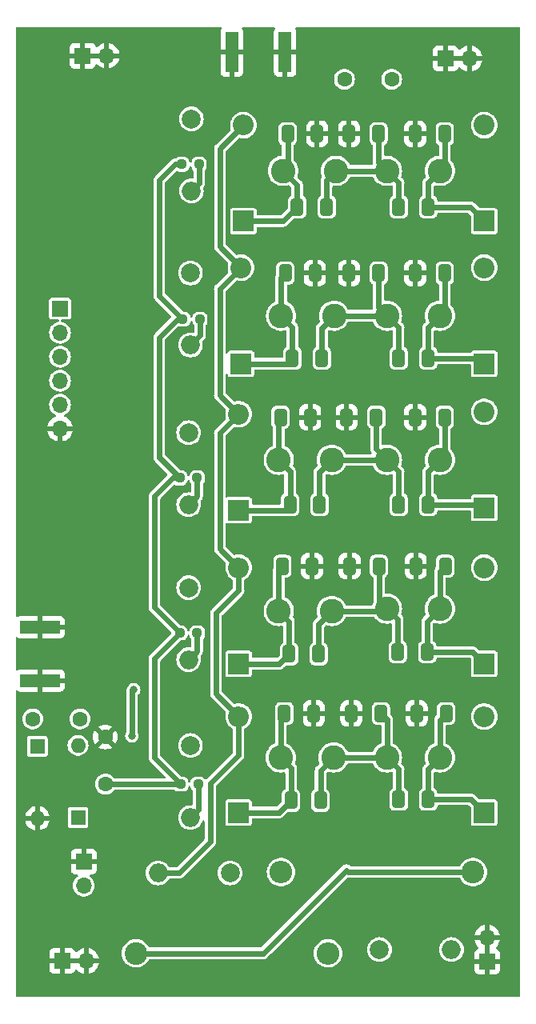
<source format=gbl>
G04 #@! TF.GenerationSoftware,KiCad,Pcbnew,7.0.10*
G04 #@! TF.CreationDate,2024-04-06T16:04:27-07:00*
G04 #@! TF.ProjectId,optLowPass,6f70744c-6f77-4506-9173-732e6b696361,rev?*
G04 #@! TF.SameCoordinates,Original*
G04 #@! TF.FileFunction,Copper,L2,Bot*
G04 #@! TF.FilePolarity,Positive*
%FSLAX46Y46*%
G04 Gerber Fmt 4.6, Leading zero omitted, Abs format (unit mm)*
G04 Created by KiCad (PCBNEW 7.0.10) date 2024-04-06 16:04:27*
%MOMM*%
%LPD*%
G01*
G04 APERTURE LIST*
G04 Aperture macros list*
%AMRoundRect*
0 Rectangle with rounded corners*
0 $1 Rounding radius*
0 $2 $3 $4 $5 $6 $7 $8 $9 X,Y pos of 4 corners*
0 Add a 4 corners polygon primitive as box body*
4,1,4,$2,$3,$4,$5,$6,$7,$8,$9,$2,$3,0*
0 Add four circle primitives for the rounded corners*
1,1,$1+$1,$2,$3*
1,1,$1+$1,$4,$5*
1,1,$1+$1,$6,$7*
1,1,$1+$1,$8,$9*
0 Add four rect primitives between the rounded corners*
20,1,$1+$1,$2,$3,$4,$5,0*
20,1,$1+$1,$4,$5,$6,$7,0*
20,1,$1+$1,$6,$7,$8,$9,0*
20,1,$1+$1,$8,$9,$2,$3,0*%
G04 Aperture macros list end*
G04 #@! TA.AperFunction,ComponentPad*
%ADD10R,2.200000X2.200000*%
G04 #@! TD*
G04 #@! TA.AperFunction,ComponentPad*
%ADD11O,2.200000X2.200000*%
G04 #@! TD*
G04 #@! TA.AperFunction,ComponentPad*
%ADD12C,2.000000*%
G04 #@! TD*
G04 #@! TA.AperFunction,ComponentPad*
%ADD13O,2.000000X2.000000*%
G04 #@! TD*
G04 #@! TA.AperFunction,ComponentPad*
%ADD14R,1.700000X1.700000*%
G04 #@! TD*
G04 #@! TA.AperFunction,ComponentPad*
%ADD15O,1.700000X1.700000*%
G04 #@! TD*
G04 #@! TA.AperFunction,ComponentPad*
%ADD16C,2.600000*%
G04 #@! TD*
G04 #@! TA.AperFunction,ComponentPad*
%ADD17C,2.400000*%
G04 #@! TD*
G04 #@! TA.AperFunction,ComponentPad*
%ADD18O,2.400000X2.400000*%
G04 #@! TD*
G04 #@! TA.AperFunction,ComponentPad*
%ADD19R,1.600000X1.600000*%
G04 #@! TD*
G04 #@! TA.AperFunction,ComponentPad*
%ADD20O,1.600000X1.600000*%
G04 #@! TD*
G04 #@! TA.AperFunction,ComponentPad*
%ADD21C,1.600000*%
G04 #@! TD*
G04 #@! TA.AperFunction,SMDPad,CuDef*
%ADD22R,4.200000X1.350000*%
G04 #@! TD*
G04 #@! TA.AperFunction,SMDPad,CuDef*
%ADD23R,1.350000X4.200000*%
G04 #@! TD*
G04 #@! TA.AperFunction,SMDPad,CuDef*
%ADD24RoundRect,0.237500X0.250000X0.237500X-0.250000X0.237500X-0.250000X-0.237500X0.250000X-0.237500X0*%
G04 #@! TD*
G04 #@! TA.AperFunction,SMDPad,CuDef*
%ADD25RoundRect,0.250000X-0.412500X-0.650000X0.412500X-0.650000X0.412500X0.650000X-0.412500X0.650000X0*%
G04 #@! TD*
G04 #@! TA.AperFunction,SMDPad,CuDef*
%ADD26RoundRect,0.250000X0.412500X0.650000X-0.412500X0.650000X-0.412500X-0.650000X0.412500X-0.650000X0*%
G04 #@! TD*
G04 #@! TA.AperFunction,ViaPad*
%ADD27C,0.800000*%
G04 #@! TD*
G04 #@! TA.AperFunction,Conductor*
%ADD28C,0.609600*%
G04 #@! TD*
G04 APERTURE END LIST*
D10*
X128700000Y-70920000D03*
D11*
X128700000Y-60760000D03*
D10*
X128700000Y-101250000D03*
D11*
X128700000Y-91090000D03*
D10*
X102700000Y-101500000D03*
D11*
X102700000Y-91340000D03*
D12*
X97600000Y-126410000D03*
D13*
X97600000Y-134030000D03*
D14*
X86200000Y-53400000D03*
D15*
X88740000Y-53400000D03*
D16*
X118400000Y-96170000D03*
X124000000Y-96170000D03*
D17*
X127500000Y-139800000D03*
D18*
X107180000Y-139800000D03*
D14*
X86300000Y-138700000D03*
D15*
X86300000Y-141240000D03*
D17*
X91840000Y-148400000D03*
D18*
X112160000Y-148400000D03*
D16*
X107150000Y-127670000D03*
X112750000Y-127670000D03*
D12*
X97600000Y-76400000D03*
D13*
X97600000Y-84020000D03*
D12*
X97700000Y-60100000D03*
D13*
X97700000Y-67720000D03*
D10*
X102950000Y-86000000D03*
D11*
X102950000Y-75840000D03*
D19*
X81400000Y-126490000D03*
D20*
X81400000Y-134110000D03*
D21*
X113900000Y-55900000D03*
X118900000Y-55900000D03*
D16*
X107400000Y-65590000D03*
X113000000Y-65590000D03*
D22*
X81700000Y-113875000D03*
X81700000Y-119525000D03*
D16*
X118400000Y-127670000D03*
X124000000Y-127670000D03*
D10*
X128700000Y-86000000D03*
D11*
X128700000Y-75840000D03*
D16*
X118400000Y-80920000D03*
X124000000Y-80920000D03*
D12*
X97400000Y-93300000D03*
D13*
X97400000Y-100920000D03*
D14*
X129000000Y-149275000D03*
D15*
X129000000Y-146735000D03*
D10*
X128700000Y-117750000D03*
D11*
X128700000Y-107590000D03*
D16*
X118400000Y-65590000D03*
X124000000Y-65590000D03*
X106950000Y-96170000D03*
X112550000Y-96170000D03*
D10*
X102700000Y-117750000D03*
D11*
X102700000Y-107590000D03*
D21*
X88600000Y-130500000D03*
X88600000Y-125500000D03*
D12*
X117610000Y-148000000D03*
D13*
X125230000Y-148000000D03*
D16*
X107200000Y-80920000D03*
X112800000Y-80920000D03*
D23*
X107625000Y-53000000D03*
X101975000Y-53000000D03*
D16*
X106950000Y-112170000D03*
X112550000Y-112170000D03*
D10*
X102700000Y-133500000D03*
D11*
X102700000Y-123340000D03*
D12*
X101800000Y-139900000D03*
D13*
X94180000Y-139900000D03*
D21*
X80900000Y-123600000D03*
X85900000Y-123600000D03*
D14*
X83800000Y-80180000D03*
D15*
X83800000Y-82720000D03*
X83800000Y-85260000D03*
X83800000Y-87800000D03*
X83800000Y-90340000D03*
X83800000Y-92880000D03*
D10*
X103200000Y-70920000D03*
D11*
X103200000Y-60760000D03*
D19*
X85700000Y-134010000D03*
D20*
X85700000Y-126390000D03*
D14*
X124600000Y-53700000D03*
D15*
X127140000Y-53700000D03*
D14*
X84025000Y-149200000D03*
D15*
X86565000Y-149200000D03*
D12*
X97400000Y-109710000D03*
D13*
X97400000Y-117330000D03*
D16*
X118400000Y-111920000D03*
X124000000Y-111920000D03*
D10*
X128700000Y-133500000D03*
D11*
X128700000Y-123340000D03*
D24*
X98612500Y-81300000D03*
X96787500Y-81300000D03*
D25*
X108037500Y-116720000D03*
X111162500Y-116720000D03*
D26*
X124512500Y-61670000D03*
X121387500Y-61670000D03*
D25*
X108387500Y-85420000D03*
X111512500Y-85420000D03*
D26*
X117512500Y-61670000D03*
X114387500Y-61670000D03*
D25*
X119637500Y-132120000D03*
X122762500Y-132120000D03*
D26*
X117762500Y-123020000D03*
X114637500Y-123020000D03*
D25*
X107887500Y-61670000D03*
X111012500Y-61670000D03*
D26*
X117562500Y-107420000D03*
X114437500Y-107420000D03*
D25*
X107537500Y-123020000D03*
X110662500Y-123020000D03*
D24*
X98512500Y-64900000D03*
X96687500Y-64900000D03*
D26*
X124512500Y-91670000D03*
X121387500Y-91670000D03*
X124562500Y-107420000D03*
X121437500Y-107420000D03*
D25*
X107637500Y-76420000D03*
X110762500Y-76420000D03*
D26*
X117512500Y-76420000D03*
X114387500Y-76420000D03*
D25*
X108137500Y-100920000D03*
X111262500Y-100920000D03*
D24*
X98312500Y-114500000D03*
X96487500Y-114500000D03*
D26*
X124662500Y-123020000D03*
X121537500Y-123020000D03*
X124512500Y-76420000D03*
X121387500Y-76420000D03*
D25*
X119537500Y-116520000D03*
X122662500Y-116520000D03*
D24*
X98412500Y-130500000D03*
X96587500Y-130500000D03*
D25*
X119637500Y-69420000D03*
X122762500Y-69420000D03*
X108237500Y-132220000D03*
X111362500Y-132220000D03*
X119637500Y-100920000D03*
X122762500Y-100920000D03*
D24*
X98312500Y-98100000D03*
X96487500Y-98100000D03*
D25*
X119637500Y-85420000D03*
X122762500Y-85420000D03*
D26*
X117262500Y-91670000D03*
X114137500Y-91670000D03*
D25*
X108887500Y-69420000D03*
X112012500Y-69420000D03*
X107337500Y-107420000D03*
X110462500Y-107420000D03*
X107137500Y-91670000D03*
X110262500Y-91670000D03*
D27*
X84300000Y-63400000D03*
X84100000Y-146400000D03*
X119300000Y-91800000D03*
X112400000Y-121500000D03*
X85300000Y-105300000D03*
X93100000Y-53300000D03*
X91100000Y-133800000D03*
X119400000Y-76300000D03*
X119500000Y-61600000D03*
X130500000Y-137700000D03*
X112500000Y-75600000D03*
X120800000Y-141900000D03*
X98800000Y-73200000D03*
X99200000Y-122100000D03*
X112700000Y-60700000D03*
X112700000Y-62500000D03*
X119500000Y-107400000D03*
X112000000Y-92400000D03*
X112000000Y-90800000D03*
X119500000Y-123000000D03*
X92500000Y-63500000D03*
X98800000Y-88900000D03*
X112500000Y-108300000D03*
X115600000Y-135500000D03*
X112500000Y-123000000D03*
X90700000Y-77300000D03*
X99200000Y-105700000D03*
X112500000Y-77200000D03*
X99700000Y-53000000D03*
X108500000Y-150400000D03*
X84700000Y-71800000D03*
X91100000Y-139900000D03*
X99800000Y-146600000D03*
X109800000Y-53900000D03*
X92400000Y-107200000D03*
X83500000Y-139000000D03*
X112500000Y-106500000D03*
X91400000Y-125400000D03*
X91600000Y-120500000D03*
D28*
X117512500Y-61670000D02*
X117512500Y-64702500D01*
X119637500Y-66827500D02*
X118400000Y-65590000D01*
X112012500Y-66577500D02*
X113000000Y-65590000D01*
X113000000Y-65590000D02*
X118400000Y-65590000D01*
X117512500Y-64702500D02*
X118400000Y-65590000D01*
X112012500Y-69420000D02*
X112012500Y-66577500D01*
X119637500Y-69420000D02*
X119637500Y-66827500D01*
X119637500Y-97407500D02*
X118400000Y-96170000D01*
X117262500Y-91670000D02*
X117262500Y-95032500D01*
X117262500Y-95032500D02*
X118400000Y-96170000D01*
X111262500Y-97457500D02*
X112550000Y-96170000D01*
X111262500Y-100920000D02*
X111262500Y-97457500D01*
X112550000Y-96170000D02*
X118400000Y-96170000D01*
X119637500Y-100920000D02*
X119637500Y-97407500D01*
X99700000Y-136600000D02*
X99700000Y-130400000D01*
X99700000Y-130400000D02*
X102700000Y-127400000D01*
X102440000Y-123600000D02*
X102700000Y-123340000D01*
X102700000Y-107590000D02*
X102700000Y-110000000D01*
X102700000Y-91340000D02*
X100700000Y-93340000D01*
X100700000Y-63260000D02*
X100700000Y-73590000D01*
X100700000Y-78090000D02*
X100700000Y-89340000D01*
X103200000Y-60760000D02*
X100700000Y-63260000D01*
X100700000Y-73590000D02*
X102950000Y-75840000D01*
X102700000Y-127400000D02*
X102700000Y-123340000D01*
X102700000Y-110000000D02*
X100300000Y-112400000D01*
X100700000Y-93340000D02*
X100700000Y-105590000D01*
X100300000Y-120940000D02*
X102700000Y-123340000D01*
X100300000Y-112400000D02*
X100300000Y-120940000D01*
X96400000Y-139900000D02*
X99700000Y-136600000D01*
X100700000Y-105590000D02*
X102700000Y-107590000D01*
X102950000Y-75840000D02*
X100700000Y-78090000D01*
X94180000Y-139900000D02*
X96400000Y-139900000D01*
X100700000Y-89340000D02*
X102700000Y-91340000D01*
X96587500Y-130487500D02*
X93800000Y-127700000D01*
X96487500Y-114500000D02*
X93800000Y-111812500D01*
X94300000Y-95912500D02*
X94300000Y-83200000D01*
X93800000Y-111812500D02*
X93800000Y-100000000D01*
X93800000Y-117187500D02*
X96487500Y-114500000D01*
X93800000Y-127700000D02*
X93800000Y-117187500D01*
X96787500Y-81300000D02*
X94300000Y-78812500D01*
X96200000Y-81300000D02*
X96787500Y-81300000D01*
X94300000Y-66600000D02*
X96000000Y-64900000D01*
X88600000Y-130500000D02*
X96587500Y-130500000D01*
X93800000Y-100000000D02*
X95700000Y-98100000D01*
X94300000Y-78812500D02*
X94300000Y-66600000D01*
X95700000Y-98100000D02*
X96487500Y-98100000D01*
X96487500Y-98100000D02*
X94300000Y-95912500D01*
X96587500Y-130500000D02*
X96587500Y-130487500D01*
X96000000Y-64900000D02*
X96687500Y-64900000D01*
X94300000Y-83200000D02*
X96200000Y-81300000D01*
X122762500Y-97407500D02*
X124000000Y-96170000D01*
X122762500Y-100920000D02*
X122762500Y-97407500D01*
X124512500Y-95657500D02*
X124000000Y-96170000D01*
X124512500Y-91670000D02*
X124512500Y-95657500D01*
X122762500Y-100920000D02*
X128370000Y-100920000D01*
X128370000Y-100920000D02*
X128700000Y-101250000D01*
X107887500Y-65102500D02*
X107400000Y-65590000D01*
X108887500Y-67077500D02*
X107400000Y-65590000D01*
X107887500Y-61670000D02*
X107887500Y-65102500D01*
X108887500Y-69420000D02*
X108887500Y-67077500D01*
X107387500Y-70920000D02*
X108887500Y-69420000D01*
X103200000Y-70920000D02*
X107387500Y-70920000D01*
X106950000Y-91857500D02*
X107137500Y-91670000D01*
X108137500Y-100920000D02*
X108137500Y-97357500D01*
X107557500Y-101500000D02*
X108137500Y-100920000D01*
X106950000Y-96170000D02*
X106950000Y-91857500D01*
X108137500Y-97357500D02*
X106950000Y-96170000D01*
X102700000Y-101500000D02*
X107557500Y-101500000D01*
X122762500Y-132120000D02*
X127320000Y-132120000D01*
X122762500Y-128907500D02*
X124000000Y-127670000D01*
X124000000Y-127670000D02*
X124000000Y-123682500D01*
X122762500Y-132120000D02*
X122762500Y-128907500D01*
X124000000Y-123682500D02*
X124662500Y-123020000D01*
X127320000Y-132120000D02*
X128700000Y-133500000D01*
X102700000Y-133500000D02*
X106957500Y-133500000D01*
X108237500Y-132220000D02*
X108237500Y-128757500D01*
X107150000Y-123407500D02*
X107537500Y-123020000D01*
X106957500Y-133500000D02*
X108237500Y-132220000D01*
X108237500Y-128757500D02*
X107150000Y-127670000D01*
X107150000Y-127670000D02*
X107150000Y-123407500D01*
X112750000Y-127670000D02*
X118400000Y-127670000D01*
X111362500Y-132220000D02*
X111362500Y-129057500D01*
X118400000Y-127670000D02*
X118400000Y-123657500D01*
X111362500Y-129057500D02*
X112750000Y-127670000D01*
X119637500Y-132120000D02*
X119637500Y-128907500D01*
X118400000Y-123657500D02*
X117762500Y-123020000D01*
X119637500Y-128907500D02*
X118400000Y-127670000D01*
X108037500Y-116720000D02*
X108037500Y-113257500D01*
X108037500Y-113257500D02*
X106950000Y-112170000D01*
X106950000Y-112170000D02*
X106950000Y-107807500D01*
X102700000Y-117750000D02*
X107007500Y-117750000D01*
X107007500Y-117750000D02*
X108037500Y-116720000D01*
X106950000Y-107807500D02*
X107337500Y-107420000D01*
X122762500Y-66827500D02*
X124000000Y-65590000D01*
X122762500Y-69420000D02*
X127200000Y-69420000D01*
X124512500Y-61670000D02*
X124512500Y-65077500D01*
X122762500Y-69420000D02*
X122762500Y-66827500D01*
X124512500Y-65077500D02*
X124000000Y-65590000D01*
X127200000Y-69420000D02*
X128700000Y-70920000D01*
X128120000Y-85420000D02*
X128700000Y-86000000D01*
X122762500Y-85420000D02*
X122762500Y-82157500D01*
X122762500Y-85420000D02*
X128120000Y-85420000D01*
X122762500Y-82157500D02*
X124000000Y-80920000D01*
X124512500Y-76420000D02*
X124512500Y-80407500D01*
X124512500Y-80407500D02*
X124000000Y-80920000D01*
X111512500Y-82207500D02*
X112800000Y-80920000D01*
X117512500Y-80032500D02*
X118400000Y-80920000D01*
X117512500Y-76420000D02*
X117512500Y-80032500D01*
X119637500Y-82157500D02*
X118400000Y-80920000D01*
X111512500Y-85420000D02*
X111512500Y-82207500D01*
X119637500Y-85420000D02*
X119637500Y-82157500D01*
X112800000Y-80920000D02*
X118400000Y-80920000D01*
X114100000Y-139600000D02*
X114300000Y-139800000D01*
X114300000Y-139800000D02*
X127500000Y-139800000D01*
X91840000Y-148400000D02*
X105300000Y-148400000D01*
X105300000Y-148400000D02*
X114100000Y-139600000D01*
X102950000Y-86000000D02*
X107807500Y-86000000D01*
X107807500Y-86000000D02*
X108387500Y-85420000D01*
X108387500Y-85420000D02*
X108387500Y-82107500D01*
X107200000Y-80920000D02*
X107200000Y-76857500D01*
X107200000Y-76857500D02*
X107637500Y-76420000D01*
X108387500Y-82107500D02*
X107200000Y-80920000D01*
X124000000Y-111920000D02*
X124000000Y-107982500D01*
X127470000Y-116520000D02*
X128700000Y-117750000D01*
X122662500Y-116520000D02*
X127470000Y-116520000D01*
X122662500Y-116520000D02*
X122662500Y-113257500D01*
X122662500Y-113257500D02*
X124000000Y-111920000D01*
X124000000Y-107982500D02*
X124562500Y-107420000D01*
X117562500Y-111082500D02*
X118400000Y-111920000D01*
X118150000Y-112170000D02*
X118400000Y-111920000D01*
X119537500Y-116520000D02*
X119537500Y-113057500D01*
X112550000Y-112170000D02*
X118150000Y-112170000D01*
X117562500Y-107420000D02*
X117562500Y-111082500D01*
X119537500Y-113057500D02*
X118400000Y-111920000D01*
X111162500Y-116720000D02*
X111162500Y-113557500D01*
X111162500Y-113557500D02*
X112550000Y-112170000D01*
X91400000Y-125400000D02*
X91400000Y-120700000D01*
X91400000Y-120700000D02*
X91600000Y-120500000D01*
X98512500Y-64900000D02*
X98512500Y-66907500D01*
X98512500Y-66907500D02*
X97700000Y-67720000D01*
X98612500Y-81300000D02*
X98612500Y-83007500D01*
X98612500Y-83007500D02*
X97600000Y-84020000D01*
X98312500Y-100007500D02*
X97400000Y-100920000D01*
X98312500Y-98100000D02*
X98312500Y-100007500D01*
X98312500Y-114500000D02*
X98312500Y-116417500D01*
X98312500Y-116417500D02*
X97400000Y-117330000D01*
X98412500Y-133217500D02*
X97600000Y-134030000D01*
X98412500Y-130500000D02*
X98412500Y-133217500D01*
G04 #@! TA.AperFunction,Conductor*
G36*
X129254000Y-148841325D02*
G01*
X129142315Y-148790320D01*
X129035763Y-148775000D01*
X128964237Y-148775000D01*
X128857685Y-148790320D01*
X128746000Y-148841325D01*
X128746000Y-147168674D01*
X128857685Y-147219680D01*
X128964237Y-147235000D01*
X129035763Y-147235000D01*
X129142315Y-147219680D01*
X129254000Y-147168674D01*
X129254000Y-148841325D01*
G37*
G04 #@! TD.AperFunction*
G04 #@! TA.AperFunction,Conductor*
G36*
X86105507Y-148990156D02*
G01*
X86065000Y-149128111D01*
X86065000Y-149271889D01*
X86105507Y-149409844D01*
X86133884Y-149454000D01*
X84456116Y-149454000D01*
X84484493Y-149409844D01*
X84525000Y-149271889D01*
X84525000Y-149128111D01*
X84484493Y-148990156D01*
X84456116Y-148946000D01*
X86133884Y-148946000D01*
X86105507Y-148990156D01*
G37*
G04 #@! TD.AperFunction*
G04 #@! TA.AperFunction,Conductor*
G36*
X126680507Y-53490156D02*
G01*
X126640000Y-53628111D01*
X126640000Y-53771889D01*
X126680507Y-53909844D01*
X126708884Y-53954000D01*
X125031116Y-53954000D01*
X125059493Y-53909844D01*
X125100000Y-53771889D01*
X125100000Y-53628111D01*
X125059493Y-53490156D01*
X125031116Y-53446000D01*
X126708884Y-53446000D01*
X126680507Y-53490156D01*
G37*
G04 #@! TD.AperFunction*
G04 #@! TA.AperFunction,Conductor*
G36*
X88280507Y-53190156D02*
G01*
X88240000Y-53328111D01*
X88240000Y-53471889D01*
X88280507Y-53609844D01*
X88308884Y-53654000D01*
X86631116Y-53654000D01*
X86659493Y-53609844D01*
X86700000Y-53471889D01*
X86700000Y-53328111D01*
X86659493Y-53190156D01*
X86631116Y-53146000D01*
X88308884Y-53146000D01*
X88280507Y-53190156D01*
G37*
G04 #@! TD.AperFunction*
G04 #@! TA.AperFunction,Conductor*
G36*
X100855755Y-50420502D02*
G01*
X100902248Y-50474158D01*
X100912352Y-50544432D01*
X100888502Y-50602009D01*
X100849555Y-50654034D01*
X100849555Y-50654035D01*
X100798505Y-50790906D01*
X100792000Y-50851402D01*
X100792000Y-52746000D01*
X103158000Y-52746000D01*
X103158000Y-50851414D01*
X103157999Y-50851402D01*
X103151494Y-50790906D01*
X103100444Y-50654035D01*
X103100444Y-50654034D01*
X103061498Y-50602009D01*
X103036687Y-50535489D01*
X103051778Y-50466115D01*
X103101980Y-50415913D01*
X103162366Y-50400500D01*
X106437634Y-50400500D01*
X106505755Y-50420502D01*
X106552248Y-50474158D01*
X106562352Y-50544432D01*
X106538502Y-50602009D01*
X106499555Y-50654034D01*
X106499555Y-50654035D01*
X106448505Y-50790906D01*
X106442000Y-50851402D01*
X106442000Y-52746000D01*
X108808000Y-52746000D01*
X108808000Y-50851414D01*
X108807999Y-50851402D01*
X108801494Y-50790906D01*
X108750444Y-50654035D01*
X108750444Y-50654034D01*
X108711498Y-50602009D01*
X108686687Y-50535489D01*
X108701778Y-50466115D01*
X108751980Y-50415913D01*
X108812366Y-50400500D01*
X132373500Y-50400500D01*
X132441621Y-50420502D01*
X132488114Y-50474158D01*
X132499500Y-50526500D01*
X132499500Y-152873500D01*
X132479498Y-152941621D01*
X132425842Y-152988114D01*
X132373500Y-152999500D01*
X79226500Y-152999500D01*
X79158379Y-152979498D01*
X79111886Y-152925842D01*
X79100500Y-152873500D01*
X79100500Y-150098597D01*
X82667000Y-150098597D01*
X82673505Y-150159093D01*
X82724555Y-150295964D01*
X82724555Y-150295965D01*
X82812095Y-150412904D01*
X82929034Y-150500444D01*
X83065906Y-150551494D01*
X83126402Y-150557999D01*
X83126415Y-150558000D01*
X83771000Y-150558000D01*
X83771000Y-149633674D01*
X83882685Y-149684680D01*
X83989237Y-149700000D01*
X84060763Y-149700000D01*
X84167315Y-149684680D01*
X84279000Y-149633674D01*
X84279000Y-150558000D01*
X84923585Y-150558000D01*
X84923597Y-150557999D01*
X84984093Y-150551494D01*
X85120964Y-150500444D01*
X85120965Y-150500444D01*
X85237904Y-150412904D01*
X85325444Y-150295965D01*
X85369814Y-150177004D01*
X85412361Y-150120168D01*
X85478881Y-150095357D01*
X85548255Y-150110448D01*
X85580572Y-150135699D01*
X85642097Y-150202534D01*
X85819698Y-150340767D01*
X85819699Y-150340768D01*
X86017628Y-150447882D01*
X86017630Y-150447883D01*
X86230483Y-150520955D01*
X86230492Y-150520957D01*
X86311000Y-150534391D01*
X86311000Y-149633674D01*
X86422685Y-149684680D01*
X86529237Y-149700000D01*
X86600763Y-149700000D01*
X86707315Y-149684680D01*
X86819000Y-149633674D01*
X86819000Y-150534390D01*
X86899507Y-150520957D01*
X86899516Y-150520955D01*
X87112369Y-150447883D01*
X87112371Y-150447882D01*
X87310300Y-150340768D01*
X87310301Y-150340767D01*
X87487902Y-150202534D01*
X87514540Y-150173597D01*
X127642000Y-150173597D01*
X127648505Y-150234093D01*
X127699555Y-150370964D01*
X127699555Y-150370965D01*
X127787095Y-150487904D01*
X127904034Y-150575444D01*
X128040906Y-150626494D01*
X128101402Y-150632999D01*
X128101415Y-150633000D01*
X128746000Y-150633000D01*
X128746000Y-149708674D01*
X128857685Y-149759680D01*
X128964237Y-149775000D01*
X129035763Y-149775000D01*
X129142315Y-149759680D01*
X129254000Y-149708674D01*
X129254000Y-150633000D01*
X129898585Y-150633000D01*
X129898597Y-150632999D01*
X129959093Y-150626494D01*
X130095964Y-150575444D01*
X130095965Y-150575444D01*
X130212904Y-150487904D01*
X130300444Y-150370965D01*
X130300444Y-150370964D01*
X130351494Y-150234093D01*
X130357999Y-150173597D01*
X130358000Y-150173585D01*
X130358000Y-149529000D01*
X129431116Y-149529000D01*
X129459493Y-149484844D01*
X129500000Y-149346889D01*
X129500000Y-149203111D01*
X129459493Y-149065156D01*
X129431116Y-149021000D01*
X130358000Y-149021000D01*
X130358000Y-148376414D01*
X130357999Y-148376402D01*
X130351494Y-148315906D01*
X130300444Y-148179035D01*
X130300444Y-148179034D01*
X130212904Y-148062095D01*
X130095966Y-147974556D01*
X129980321Y-147931423D01*
X129923486Y-147888876D01*
X129898675Y-147822356D01*
X129913766Y-147752982D01*
X129931653Y-147728030D01*
X130075323Y-147571961D01*
X130198419Y-147383548D01*
X130288820Y-147177456D01*
X130288823Y-147177449D01*
X130336544Y-146989000D01*
X129431116Y-146989000D01*
X129459493Y-146944844D01*
X129500000Y-146806889D01*
X129500000Y-146663111D01*
X129459493Y-146525156D01*
X129431116Y-146481000D01*
X130336544Y-146481000D01*
X130336544Y-146480999D01*
X130288823Y-146292550D01*
X130288820Y-146292543D01*
X130198419Y-146086451D01*
X130075325Y-145898041D01*
X129922902Y-145732465D01*
X129745301Y-145594232D01*
X129745300Y-145594231D01*
X129547371Y-145487117D01*
X129547369Y-145487116D01*
X129334512Y-145414043D01*
X129334501Y-145414040D01*
X129254000Y-145400606D01*
X129254000Y-146301325D01*
X129142315Y-146250320D01*
X129035763Y-146235000D01*
X128964237Y-146235000D01*
X128857685Y-146250320D01*
X128746000Y-146301325D01*
X128746000Y-145400607D01*
X128745999Y-145400606D01*
X128665498Y-145414040D01*
X128665487Y-145414043D01*
X128452630Y-145487116D01*
X128452628Y-145487117D01*
X128254699Y-145594231D01*
X128254698Y-145594232D01*
X128077097Y-145732465D01*
X127924674Y-145898041D01*
X127801580Y-146086451D01*
X127711179Y-146292543D01*
X127711176Y-146292550D01*
X127663455Y-146480999D01*
X127663456Y-146481000D01*
X128568884Y-146481000D01*
X128540507Y-146525156D01*
X128500000Y-146663111D01*
X128500000Y-146806889D01*
X128540507Y-146944844D01*
X128568884Y-146989000D01*
X127663455Y-146989000D01*
X127711176Y-147177449D01*
X127711179Y-147177456D01*
X127801580Y-147383548D01*
X127924674Y-147571958D01*
X128068347Y-147728030D01*
X128099767Y-147791695D01*
X128091780Y-147862241D01*
X128046920Y-147917270D01*
X128019678Y-147931423D01*
X127904033Y-147974556D01*
X127787095Y-148062095D01*
X127699555Y-148179034D01*
X127699555Y-148179035D01*
X127648505Y-148315906D01*
X127642000Y-148376402D01*
X127642000Y-149021000D01*
X128568884Y-149021000D01*
X128540507Y-149065156D01*
X128500000Y-149203111D01*
X128500000Y-149346889D01*
X128540507Y-149484844D01*
X128568884Y-149529000D01*
X127642000Y-149529000D01*
X127642000Y-150173597D01*
X87514540Y-150173597D01*
X87640325Y-150036958D01*
X87763419Y-149848548D01*
X87853820Y-149642456D01*
X87853823Y-149642449D01*
X87901544Y-149454000D01*
X86996116Y-149454000D01*
X87024493Y-149409844D01*
X87065000Y-149271889D01*
X87065000Y-149128111D01*
X87024493Y-148990156D01*
X86996116Y-148946000D01*
X87901544Y-148946000D01*
X87901544Y-148945999D01*
X87853823Y-148757550D01*
X87853820Y-148757543D01*
X87763419Y-148551451D01*
X87664471Y-148400000D01*
X90334357Y-148400000D01*
X90354893Y-148647828D01*
X90415935Y-148888877D01*
X90415938Y-148888884D01*
X90515826Y-149116606D01*
X90651835Y-149324785D01*
X90820249Y-149507732D01*
X90820254Y-149507736D01*
X90820256Y-149507738D01*
X91016490Y-149660473D01*
X91016491Y-149660474D01*
X91235190Y-149778828D01*
X91235192Y-149778829D01*
X91358677Y-149821221D01*
X91470386Y-149859571D01*
X91715665Y-149900500D01*
X91715669Y-149900500D01*
X91964331Y-149900500D01*
X91964335Y-149900500D01*
X92209614Y-149859571D01*
X92444810Y-149778828D01*
X92663509Y-149660474D01*
X92859744Y-149507738D01*
X92880820Y-149484844D01*
X93028164Y-149324785D01*
X93053742Y-149285635D01*
X93164173Y-149116607D01*
X93179930Y-149080685D01*
X93225612Y-149026337D01*
X93293424Y-149005314D01*
X93295317Y-149005300D01*
X105252070Y-149005300D01*
X105268516Y-149006377D01*
X105300000Y-149010523D01*
X105339671Y-149005300D01*
X105339673Y-149005300D01*
X105458015Y-148989720D01*
X105562133Y-148946591D01*
X105605262Y-148928728D01*
X105699959Y-148856065D01*
X105699959Y-148856064D01*
X105708181Y-148849756D01*
X105708187Y-148849750D01*
X105731705Y-148831705D01*
X105751036Y-148806511D01*
X105761898Y-148794124D01*
X106156022Y-148400000D01*
X110654357Y-148400000D01*
X110674893Y-148647828D01*
X110735935Y-148888877D01*
X110735938Y-148888884D01*
X110835826Y-149116606D01*
X110971835Y-149324785D01*
X111140249Y-149507732D01*
X111140254Y-149507736D01*
X111140256Y-149507738D01*
X111336490Y-149660473D01*
X111336491Y-149660474D01*
X111555190Y-149778828D01*
X111555192Y-149778829D01*
X111678677Y-149821221D01*
X111790386Y-149859571D01*
X112035665Y-149900500D01*
X112035669Y-149900500D01*
X112284331Y-149900500D01*
X112284335Y-149900500D01*
X112529614Y-149859571D01*
X112764810Y-149778828D01*
X112983509Y-149660474D01*
X113179744Y-149507738D01*
X113200820Y-149484844D01*
X113348164Y-149324785D01*
X113373742Y-149285635D01*
X113484173Y-149116607D01*
X113584063Y-148888881D01*
X113645108Y-148647821D01*
X113665643Y-148400000D01*
X113645108Y-148152179D01*
X113606571Y-148000000D01*
X116304532Y-148000000D01*
X116324365Y-148226695D01*
X116383260Y-148446493D01*
X116383262Y-148446498D01*
X116479433Y-148652737D01*
X116609948Y-148839134D01*
X116609957Y-148839144D01*
X116770855Y-149000042D01*
X116770865Y-149000051D01*
X116957262Y-149130566D01*
X116957261Y-149130566D01*
X117030580Y-149164755D01*
X117163504Y-149226739D01*
X117383308Y-149285635D01*
X117610000Y-149305468D01*
X117836692Y-149285635D01*
X118056496Y-149226739D01*
X118262734Y-149130568D01*
X118434178Y-149010523D01*
X118449134Y-149000051D01*
X118449136Y-149000048D01*
X118449139Y-149000047D01*
X118610047Y-148839139D01*
X118615253Y-148831705D01*
X118740566Y-148652737D01*
X118740566Y-148652736D01*
X118740568Y-148652734D01*
X118836739Y-148446496D01*
X118895635Y-148226692D01*
X118915468Y-148000000D01*
X123924532Y-148000000D01*
X123944365Y-148226695D01*
X124003260Y-148446493D01*
X124003262Y-148446498D01*
X124099433Y-148652737D01*
X124229948Y-148839134D01*
X124229957Y-148839144D01*
X124390855Y-149000042D01*
X124390865Y-149000051D01*
X124577262Y-149130566D01*
X124577261Y-149130566D01*
X124650580Y-149164755D01*
X124783504Y-149226739D01*
X125003308Y-149285635D01*
X125230000Y-149305468D01*
X125456692Y-149285635D01*
X125676496Y-149226739D01*
X125882734Y-149130568D01*
X126054178Y-149010523D01*
X126069134Y-149000051D01*
X126069136Y-149000048D01*
X126069139Y-149000047D01*
X126230047Y-148839139D01*
X126235253Y-148831705D01*
X126360566Y-148652737D01*
X126360566Y-148652736D01*
X126360568Y-148652734D01*
X126456739Y-148446496D01*
X126515635Y-148226692D01*
X126535468Y-148000000D01*
X126515635Y-147773308D01*
X126456739Y-147553504D01*
X126360568Y-147347266D01*
X126360567Y-147347265D01*
X126360566Y-147347262D01*
X126230051Y-147160865D01*
X126230042Y-147160855D01*
X126069144Y-146999957D01*
X126069134Y-146999948D01*
X125882737Y-146869433D01*
X125882738Y-146869433D01*
X125676498Y-146773262D01*
X125676493Y-146773260D01*
X125456695Y-146714365D01*
X125230000Y-146694532D01*
X125003304Y-146714365D01*
X124783506Y-146773260D01*
X124783501Y-146773262D01*
X124577262Y-146869433D01*
X124390865Y-146999948D01*
X124390855Y-146999957D01*
X124229957Y-147160855D01*
X124229948Y-147160865D01*
X124099433Y-147347262D01*
X124003262Y-147553501D01*
X124003260Y-147553506D01*
X123944365Y-147773304D01*
X123924532Y-148000000D01*
X118915468Y-148000000D01*
X118895635Y-147773308D01*
X118836739Y-147553504D01*
X118740568Y-147347266D01*
X118740567Y-147347265D01*
X118740566Y-147347262D01*
X118610051Y-147160865D01*
X118610042Y-147160855D01*
X118449144Y-146999957D01*
X118449134Y-146999948D01*
X118262737Y-146869433D01*
X118262738Y-146869433D01*
X118056498Y-146773262D01*
X118056493Y-146773260D01*
X117836695Y-146714365D01*
X117610000Y-146694532D01*
X117383304Y-146714365D01*
X117163506Y-146773260D01*
X117163501Y-146773262D01*
X116957262Y-146869433D01*
X116770865Y-146999948D01*
X116770855Y-146999957D01*
X116609957Y-147160855D01*
X116609948Y-147160865D01*
X116479433Y-147347262D01*
X116383262Y-147553501D01*
X116383260Y-147553506D01*
X116324365Y-147773304D01*
X116304532Y-148000000D01*
X113606571Y-148000000D01*
X113584063Y-147911119D01*
X113484173Y-147683393D01*
X113399311Y-147553501D01*
X113348164Y-147475214D01*
X113179750Y-147292267D01*
X112983509Y-147139526D01*
X112983508Y-147139525D01*
X112764809Y-147021171D01*
X112764807Y-147021170D01*
X112529618Y-146940430D01*
X112529609Y-146940428D01*
X112480836Y-146932289D01*
X112284335Y-146899500D01*
X112035665Y-146899500D01*
X111871953Y-146926818D01*
X111790390Y-146940428D01*
X111790381Y-146940430D01*
X111555192Y-147021170D01*
X111555190Y-147021171D01*
X111336491Y-147139525D01*
X111336490Y-147139526D01*
X111140249Y-147292267D01*
X110971835Y-147475214D01*
X110835826Y-147683393D01*
X110735938Y-147911115D01*
X110735935Y-147911122D01*
X110674893Y-148152171D01*
X110674892Y-148152177D01*
X110674892Y-148152179D01*
X110662748Y-148298738D01*
X110654357Y-148400000D01*
X106156022Y-148400000D01*
X114119538Y-140436484D01*
X114181848Y-140402460D01*
X114225074Y-140400659D01*
X114231606Y-140401518D01*
X114260327Y-140405300D01*
X114260329Y-140405300D01*
X114300000Y-140410523D01*
X114331485Y-140406378D01*
X114347931Y-140405300D01*
X126044683Y-140405300D01*
X126112804Y-140425302D01*
X126159297Y-140478958D01*
X126160070Y-140480685D01*
X126175827Y-140516608D01*
X126311835Y-140724785D01*
X126480249Y-140907732D01*
X126480254Y-140907736D01*
X126480256Y-140907738D01*
X126638068Y-141030568D01*
X126676490Y-141060473D01*
X126676491Y-141060474D01*
X126895190Y-141178828D01*
X126895192Y-141178829D01*
X127018677Y-141221221D01*
X127130386Y-141259571D01*
X127375665Y-141300500D01*
X127375669Y-141300500D01*
X127624331Y-141300500D01*
X127624335Y-141300500D01*
X127869614Y-141259571D01*
X128104810Y-141178828D01*
X128323509Y-141060474D01*
X128519744Y-140907738D01*
X128526821Y-140900051D01*
X128688164Y-140724785D01*
X128748950Y-140631745D01*
X128824173Y-140516607D01*
X128924063Y-140288881D01*
X128985108Y-140047821D01*
X129005643Y-139800000D01*
X128985108Y-139552179D01*
X128985106Y-139552171D01*
X128924064Y-139311122D01*
X128924061Y-139311115D01*
X128877899Y-139205877D01*
X128824173Y-139083393D01*
X128776406Y-139010280D01*
X128688164Y-138875214D01*
X128519750Y-138692267D01*
X128495332Y-138673262D01*
X128323509Y-138539526D01*
X128323508Y-138539525D01*
X128104809Y-138421171D01*
X128104807Y-138421170D01*
X127869618Y-138340430D01*
X127869609Y-138340428D01*
X127820836Y-138332289D01*
X127624335Y-138299500D01*
X127375665Y-138299500D01*
X127211953Y-138326818D01*
X127130390Y-138340428D01*
X127130381Y-138340430D01*
X126895192Y-138421170D01*
X126895190Y-138421171D01*
X126676491Y-138539525D01*
X126676490Y-138539526D01*
X126480249Y-138692267D01*
X126311835Y-138875214D01*
X126175827Y-139083391D01*
X126160070Y-139119315D01*
X126114388Y-139173663D01*
X126046576Y-139194686D01*
X126044683Y-139194700D01*
X114608888Y-139194700D01*
X114540767Y-139174698D01*
X114532183Y-139168662D01*
X114499961Y-139143937D01*
X114499959Y-139143935D01*
X114405262Y-139071272D01*
X114405261Y-139071271D01*
X114405259Y-139071270D01*
X114258016Y-139010281D01*
X114258013Y-139010280D01*
X114100000Y-138989477D01*
X113941987Y-139010279D01*
X113803924Y-139067467D01*
X113803923Y-139067466D01*
X113794743Y-139071269D01*
X113794731Y-139071276D01*
X113701701Y-139142659D01*
X113701702Y-139142660D01*
X113668295Y-139168295D01*
X113648962Y-139193489D01*
X113638097Y-139205877D01*
X105086181Y-147757795D01*
X105023869Y-147791821D01*
X104997086Y-147794700D01*
X93295317Y-147794700D01*
X93227196Y-147774698D01*
X93180703Y-147721042D01*
X93179930Y-147719315D01*
X93164172Y-147683391D01*
X93028164Y-147475214D01*
X92859750Y-147292267D01*
X92663509Y-147139526D01*
X92663508Y-147139525D01*
X92444809Y-147021171D01*
X92444807Y-147021170D01*
X92209618Y-146940430D01*
X92209609Y-146940428D01*
X92160836Y-146932289D01*
X91964335Y-146899500D01*
X91715665Y-146899500D01*
X91551953Y-146926818D01*
X91470390Y-146940428D01*
X91470381Y-146940430D01*
X91235192Y-147021170D01*
X91235190Y-147021171D01*
X91016491Y-147139525D01*
X91016490Y-147139526D01*
X90820249Y-147292267D01*
X90651835Y-147475214D01*
X90515826Y-147683393D01*
X90415938Y-147911115D01*
X90415935Y-147911122D01*
X90354893Y-148152171D01*
X90354892Y-148152177D01*
X90354892Y-148152179D01*
X90342748Y-148298738D01*
X90334357Y-148400000D01*
X87664471Y-148400000D01*
X87640325Y-148363041D01*
X87487902Y-148197465D01*
X87310301Y-148059232D01*
X87310300Y-148059231D01*
X87112371Y-147952117D01*
X87112369Y-147952116D01*
X86899512Y-147879043D01*
X86899501Y-147879040D01*
X86819000Y-147865606D01*
X86819000Y-148766325D01*
X86707315Y-148715320D01*
X86600763Y-148700000D01*
X86529237Y-148700000D01*
X86422685Y-148715320D01*
X86311000Y-148766325D01*
X86311000Y-147865607D01*
X86310999Y-147865606D01*
X86230498Y-147879040D01*
X86230487Y-147879043D01*
X86017630Y-147952116D01*
X86017628Y-147952117D01*
X85819699Y-148059231D01*
X85819698Y-148059232D01*
X85642093Y-148197468D01*
X85580571Y-148264300D01*
X85519718Y-148300871D01*
X85448754Y-148298738D01*
X85390208Y-148258576D01*
X85369814Y-148222995D01*
X85325444Y-148104035D01*
X85325444Y-148104034D01*
X85237904Y-147987095D01*
X85120965Y-147899555D01*
X84984093Y-147848505D01*
X84923597Y-147842000D01*
X84279000Y-147842000D01*
X84279000Y-148766325D01*
X84167315Y-148715320D01*
X84060763Y-148700000D01*
X83989237Y-148700000D01*
X83882685Y-148715320D01*
X83771000Y-148766325D01*
X83771000Y-147842000D01*
X83126402Y-147842000D01*
X83065906Y-147848505D01*
X82929035Y-147899555D01*
X82929034Y-147899555D01*
X82812095Y-147987095D01*
X82724555Y-148104034D01*
X82724555Y-148104035D01*
X82673505Y-148240906D01*
X82667000Y-148301402D01*
X82667000Y-148946000D01*
X83593884Y-148946000D01*
X83565507Y-148990156D01*
X83525000Y-149128111D01*
X83525000Y-149271889D01*
X83565507Y-149409844D01*
X83593884Y-149454000D01*
X82667000Y-149454000D01*
X82667000Y-150098597D01*
X79100500Y-150098597D01*
X79100500Y-139598597D01*
X84942000Y-139598597D01*
X84948505Y-139659093D01*
X84999555Y-139795964D01*
X84999555Y-139795965D01*
X85087095Y-139912904D01*
X85204034Y-140000444D01*
X85340906Y-140051494D01*
X85401402Y-140057999D01*
X85401415Y-140058000D01*
X85580684Y-140058000D01*
X85648805Y-140078002D01*
X85695298Y-140131658D01*
X85705402Y-140201932D01*
X85675908Y-140266512D01*
X85647015Y-140291127D01*
X85603701Y-140317945D01*
X85603699Y-140317946D01*
X85446129Y-140461591D01*
X85404583Y-140516607D01*
X85317634Y-140631745D01*
X85271306Y-140724785D01*
X85222593Y-140822615D01*
X85164244Y-141027688D01*
X85144571Y-141240000D01*
X85164244Y-141452311D01*
X85222593Y-141657384D01*
X85222594Y-141657386D01*
X85222595Y-141657389D01*
X85317634Y-141848255D01*
X85446128Y-142018407D01*
X85446129Y-142018408D01*
X85603699Y-142162053D01*
X85603701Y-142162054D01*
X85784974Y-142274294D01*
X85784975Y-142274294D01*
X85784981Y-142274298D01*
X85983802Y-142351321D01*
X86193390Y-142390500D01*
X86193393Y-142390500D01*
X86406607Y-142390500D01*
X86406610Y-142390500D01*
X86616198Y-142351321D01*
X86815019Y-142274298D01*
X86996302Y-142162052D01*
X87153872Y-142018407D01*
X87282366Y-141848255D01*
X87377405Y-141657389D01*
X87435756Y-141452310D01*
X87455429Y-141240000D01*
X87435756Y-141027690D01*
X87377405Y-140822611D01*
X87282366Y-140631745D01*
X87153872Y-140461593D01*
X87093305Y-140406378D01*
X86996300Y-140317946D01*
X86996298Y-140317945D01*
X86952985Y-140291127D01*
X86905598Y-140238260D01*
X86894315Y-140168166D01*
X86922719Y-140103099D01*
X86981792Y-140063717D01*
X87019316Y-140058000D01*
X87198585Y-140058000D01*
X87198597Y-140057999D01*
X87259093Y-140051494D01*
X87395964Y-140000444D01*
X87395965Y-140000444D01*
X87512904Y-139912904D01*
X87600444Y-139795965D01*
X87600444Y-139795964D01*
X87651494Y-139659093D01*
X87657999Y-139598597D01*
X87658000Y-139598585D01*
X87658000Y-138954000D01*
X86731116Y-138954000D01*
X86759493Y-138909844D01*
X86800000Y-138771889D01*
X86800000Y-138628111D01*
X86759493Y-138490156D01*
X86731116Y-138446000D01*
X87658000Y-138446000D01*
X87658000Y-137801414D01*
X87657999Y-137801402D01*
X87651494Y-137740906D01*
X87600444Y-137604035D01*
X87600444Y-137604034D01*
X87512904Y-137487095D01*
X87395965Y-137399555D01*
X87259093Y-137348505D01*
X87198597Y-137342000D01*
X86554000Y-137342000D01*
X86554000Y-138266325D01*
X86442315Y-138215320D01*
X86335763Y-138200000D01*
X86264237Y-138200000D01*
X86157685Y-138215320D01*
X86046000Y-138266325D01*
X86046000Y-137342000D01*
X85401402Y-137342000D01*
X85340906Y-137348505D01*
X85204035Y-137399555D01*
X85204034Y-137399555D01*
X85087095Y-137487095D01*
X84999555Y-137604034D01*
X84999555Y-137604035D01*
X84948505Y-137740906D01*
X84942000Y-137801402D01*
X84942000Y-138446000D01*
X85868884Y-138446000D01*
X85840507Y-138490156D01*
X85800000Y-138628111D01*
X85800000Y-138771889D01*
X85840507Y-138909844D01*
X85868884Y-138954000D01*
X84942000Y-138954000D01*
X84942000Y-139598597D01*
X79100500Y-139598597D01*
X79100500Y-133856000D01*
X80113917Y-133856000D01*
X81088314Y-133856000D01*
X81072359Y-133871955D01*
X81014835Y-133984852D01*
X80995014Y-134110000D01*
X81014835Y-134235148D01*
X81072359Y-134348045D01*
X81088314Y-134364000D01*
X80113918Y-134364000D01*
X80166186Y-134559068D01*
X80166188Y-134559073D01*
X80262912Y-134766498D01*
X80394184Y-134953974D01*
X80394189Y-134953980D01*
X80556019Y-135115810D01*
X80556025Y-135115815D01*
X80743501Y-135247087D01*
X80950926Y-135343811D01*
X80950931Y-135343813D01*
X81146000Y-135396081D01*
X81146000Y-134421686D01*
X81161955Y-134437641D01*
X81274852Y-134495165D01*
X81368519Y-134510000D01*
X81431481Y-134510000D01*
X81525148Y-134495165D01*
X81638045Y-134437641D01*
X81654000Y-134421686D01*
X81654000Y-135396081D01*
X81849068Y-135343813D01*
X81849073Y-135343811D01*
X82056498Y-135247087D01*
X82243974Y-135115815D01*
X82243980Y-135115810D01*
X82405810Y-134953980D01*
X82405815Y-134953974D01*
X82475216Y-134854859D01*
X84599500Y-134854859D01*
X84599501Y-134854866D01*
X84602414Y-134879990D01*
X84602416Y-134879994D01*
X84647793Y-134982765D01*
X84727232Y-135062204D01*
X84727234Y-135062205D01*
X84727235Y-135062206D01*
X84830009Y-135107585D01*
X84855135Y-135110500D01*
X86544864Y-135110499D01*
X86569991Y-135107585D01*
X86672765Y-135062206D01*
X86752206Y-134982765D01*
X86797585Y-134879991D01*
X86800500Y-134854865D01*
X86800499Y-133165136D01*
X86797585Y-133140009D01*
X86781767Y-133104184D01*
X86752206Y-133037234D01*
X86672767Y-132957795D01*
X86672765Y-132957794D01*
X86569989Y-132912414D01*
X86569990Y-132912414D01*
X86544868Y-132909500D01*
X84855140Y-132909500D01*
X84855133Y-132909501D01*
X84830009Y-132912414D01*
X84830005Y-132912416D01*
X84727234Y-132957793D01*
X84647795Y-133037232D01*
X84647794Y-133037234D01*
X84602414Y-133140009D01*
X84599500Y-133165129D01*
X84599500Y-134854859D01*
X82475216Y-134854859D01*
X82537087Y-134766498D01*
X82633811Y-134559073D01*
X82633813Y-134559068D01*
X82686082Y-134364000D01*
X81711686Y-134364000D01*
X81727641Y-134348045D01*
X81785165Y-134235148D01*
X81804986Y-134110000D01*
X81785165Y-133984852D01*
X81727641Y-133871955D01*
X81711686Y-133856000D01*
X82686082Y-133856000D01*
X82633813Y-133660931D01*
X82633811Y-133660926D01*
X82537087Y-133453501D01*
X82405815Y-133266025D01*
X82405810Y-133266019D01*
X82243980Y-133104189D01*
X82243974Y-133104184D01*
X82056498Y-132972912D01*
X81849073Y-132876188D01*
X81849071Y-132876187D01*
X81654000Y-132823917D01*
X81654000Y-133798314D01*
X81638045Y-133782359D01*
X81525148Y-133724835D01*
X81431481Y-133710000D01*
X81368519Y-133710000D01*
X81274852Y-133724835D01*
X81161955Y-133782359D01*
X81146000Y-133798314D01*
X81146000Y-132823917D01*
X81145999Y-132823917D01*
X80950928Y-132876187D01*
X80950926Y-132876188D01*
X80743501Y-132972912D01*
X80556025Y-133104184D01*
X80556019Y-133104189D01*
X80394189Y-133266019D01*
X80394184Y-133266025D01*
X80262912Y-133453501D01*
X80166188Y-133660926D01*
X80166186Y-133660931D01*
X80113917Y-133856000D01*
X79100500Y-133856000D01*
X79100500Y-130500000D01*
X87494785Y-130500000D01*
X87513603Y-130703084D01*
X87569416Y-130899245D01*
X87569417Y-130899247D01*
X87569418Y-130899250D01*
X87660327Y-131081821D01*
X87660328Y-131081822D01*
X87660329Y-131081824D01*
X87783234Y-131244578D01*
X87933959Y-131381981D01*
X87933960Y-131381982D01*
X88107351Y-131489341D01*
X88107354Y-131489342D01*
X88107363Y-131489348D01*
X88297544Y-131563024D01*
X88498024Y-131600500D01*
X88498026Y-131600500D01*
X88701974Y-131600500D01*
X88701976Y-131600500D01*
X88902456Y-131563024D01*
X89092637Y-131489348D01*
X89266041Y-131381981D01*
X89416764Y-131244579D01*
X89442226Y-131210862D01*
X89484134Y-131155368D01*
X89541148Y-131113060D01*
X89584684Y-131105300D01*
X95889765Y-131105300D01*
X95957886Y-131125302D01*
X95965898Y-131130902D01*
X96071342Y-131210862D01*
X96140132Y-131237989D01*
X96208922Y-131265117D01*
X96208921Y-131265117D01*
X96232520Y-131267950D01*
X96295382Y-131275500D01*
X96295385Y-131275500D01*
X96879615Y-131275500D01*
X96879618Y-131275500D01*
X96966077Y-131265117D01*
X97103658Y-131210862D01*
X97221500Y-131121500D01*
X97310862Y-131003658D01*
X97365117Y-130866077D01*
X97374899Y-130784621D01*
X97402880Y-130719372D01*
X97461697Y-130679608D01*
X97532674Y-130677955D01*
X97593278Y-130714938D01*
X97624266Y-130778815D01*
X97625101Y-130784622D01*
X97634882Y-130866077D01*
X97689137Y-131003656D01*
X97689139Y-131003659D01*
X97781598Y-131125586D01*
X97806821Y-131191951D01*
X97807200Y-131201719D01*
X97807200Y-132605154D01*
X97787198Y-132673275D01*
X97733542Y-132719768D01*
X97670220Y-132730675D01*
X97600001Y-132724532D01*
X97600000Y-132724532D01*
X97554661Y-132728498D01*
X97373304Y-132744365D01*
X97153506Y-132803260D01*
X97153501Y-132803262D01*
X96947262Y-132899433D01*
X96760865Y-133029948D01*
X96760855Y-133029957D01*
X96599957Y-133190855D01*
X96599948Y-133190865D01*
X96469433Y-133377262D01*
X96373262Y-133583501D01*
X96373260Y-133583506D01*
X96314365Y-133803304D01*
X96294532Y-134030000D01*
X96314365Y-134256695D01*
X96373260Y-134476493D01*
X96373262Y-134476498D01*
X96469433Y-134682737D01*
X96599948Y-134869134D01*
X96599957Y-134869144D01*
X96760855Y-135030042D01*
X96760865Y-135030051D01*
X96947262Y-135160566D01*
X96947261Y-135160566D01*
X97020580Y-135194755D01*
X97153504Y-135256739D01*
X97373308Y-135315635D01*
X97600000Y-135335468D01*
X97826692Y-135315635D01*
X98046496Y-135256739D01*
X98252734Y-135160568D01*
X98252737Y-135160566D01*
X98439134Y-135030051D01*
X98439136Y-135030048D01*
X98439139Y-135030047D01*
X98600047Y-134869139D01*
X98610039Y-134854870D01*
X98730566Y-134682737D01*
X98730566Y-134682736D01*
X98730568Y-134682734D01*
X98826739Y-134476496D01*
X98846993Y-134400905D01*
X98883945Y-134340283D01*
X98947805Y-134309262D01*
X99018300Y-134317690D01*
X99073047Y-134362893D01*
X99094664Y-134430518D01*
X99094700Y-134433517D01*
X99094700Y-136297086D01*
X99074698Y-136365207D01*
X99057795Y-136386181D01*
X96186181Y-139257795D01*
X96123869Y-139291821D01*
X96097086Y-139294700D01*
X95409373Y-139294700D01*
X95341252Y-139274698D01*
X95306160Y-139240971D01*
X95180047Y-139060861D01*
X95180044Y-139060858D01*
X95180042Y-139060855D01*
X95019144Y-138899957D01*
X95019134Y-138899948D01*
X94832737Y-138769433D01*
X94832738Y-138769433D01*
X94626498Y-138673262D01*
X94626493Y-138673260D01*
X94406695Y-138614365D01*
X94180000Y-138594532D01*
X93953304Y-138614365D01*
X93733506Y-138673260D01*
X93733501Y-138673262D01*
X93527262Y-138769433D01*
X93340865Y-138899948D01*
X93340855Y-138899957D01*
X93179957Y-139060855D01*
X93179948Y-139060865D01*
X93049433Y-139247262D01*
X92953262Y-139453501D01*
X92953260Y-139453506D01*
X92894365Y-139673304D01*
X92874532Y-139900000D01*
X92894365Y-140126695D01*
X92953260Y-140346493D01*
X92953262Y-140346498D01*
X93049433Y-140552737D01*
X93179948Y-140739134D01*
X93179957Y-140739144D01*
X93340855Y-140900042D01*
X93340865Y-140900051D01*
X93527262Y-141030566D01*
X93527261Y-141030566D01*
X93591397Y-141060473D01*
X93733504Y-141126739D01*
X93953308Y-141185635D01*
X94180000Y-141205468D01*
X94406692Y-141185635D01*
X94626496Y-141126739D01*
X94832734Y-141030568D01*
X94836847Y-141027688D01*
X95019134Y-140900051D01*
X95019136Y-140900048D01*
X95019139Y-140900047D01*
X95180047Y-140739139D01*
X95306160Y-140559029D01*
X95361616Y-140514701D01*
X95409373Y-140505300D01*
X96352070Y-140505300D01*
X96368516Y-140506377D01*
X96400000Y-140510523D01*
X96439671Y-140505300D01*
X96439673Y-140505300D01*
X96558015Y-140489720D01*
X96662133Y-140446591D01*
X96705262Y-140428728D01*
X96728988Y-140410523D01*
X96808181Y-140349756D01*
X96808187Y-140349750D01*
X96812426Y-140346498D01*
X96831705Y-140331705D01*
X96851037Y-140306508D01*
X96861898Y-140294124D01*
X97256022Y-139900000D01*
X100494532Y-139900000D01*
X100514365Y-140126695D01*
X100573260Y-140346493D01*
X100573262Y-140346498D01*
X100669433Y-140552737D01*
X100799948Y-140739134D01*
X100799957Y-140739144D01*
X100960855Y-140900042D01*
X100960865Y-140900051D01*
X101147262Y-141030566D01*
X101147261Y-141030566D01*
X101211397Y-141060473D01*
X101353504Y-141126739D01*
X101573308Y-141185635D01*
X101800000Y-141205468D01*
X102026692Y-141185635D01*
X102246496Y-141126739D01*
X102452734Y-141030568D01*
X102456847Y-141027688D01*
X102639134Y-140900051D01*
X102639136Y-140900048D01*
X102639139Y-140900047D01*
X102800047Y-140739139D01*
X102875245Y-140631745D01*
X102930566Y-140552737D01*
X102930566Y-140552736D01*
X102930568Y-140552734D01*
X103026739Y-140346496D01*
X103085635Y-140126692D01*
X103105468Y-139900000D01*
X103096719Y-139800000D01*
X105674357Y-139800000D01*
X105690966Y-140000444D01*
X105694893Y-140047828D01*
X105755935Y-140288877D01*
X105755938Y-140288884D01*
X105855826Y-140516606D01*
X105991835Y-140724785D01*
X106160249Y-140907732D01*
X106160254Y-140907736D01*
X106160256Y-140907738D01*
X106318068Y-141030568D01*
X106356490Y-141060473D01*
X106356491Y-141060474D01*
X106575190Y-141178828D01*
X106575192Y-141178829D01*
X106698677Y-141221221D01*
X106810386Y-141259571D01*
X107055665Y-141300500D01*
X107055669Y-141300500D01*
X107304331Y-141300500D01*
X107304335Y-141300500D01*
X107549614Y-141259571D01*
X107784810Y-141178828D01*
X108003509Y-141060474D01*
X108199744Y-140907738D01*
X108206821Y-140900051D01*
X108368164Y-140724785D01*
X108428950Y-140631745D01*
X108504173Y-140516607D01*
X108604063Y-140288881D01*
X108665108Y-140047821D01*
X108685643Y-139800000D01*
X108665108Y-139552179D01*
X108665106Y-139552171D01*
X108604064Y-139311122D01*
X108604061Y-139311115D01*
X108557899Y-139205877D01*
X108504173Y-139083393D01*
X108456406Y-139010280D01*
X108368164Y-138875214D01*
X108199750Y-138692267D01*
X108175332Y-138673262D01*
X108003509Y-138539526D01*
X108003508Y-138539525D01*
X107784809Y-138421171D01*
X107784807Y-138421170D01*
X107549618Y-138340430D01*
X107549609Y-138340428D01*
X107500836Y-138332289D01*
X107304335Y-138299500D01*
X107055665Y-138299500D01*
X106891953Y-138326818D01*
X106810390Y-138340428D01*
X106810381Y-138340430D01*
X106575192Y-138421170D01*
X106575190Y-138421171D01*
X106356491Y-138539525D01*
X106356490Y-138539526D01*
X106160249Y-138692267D01*
X105991835Y-138875214D01*
X105855826Y-139083393D01*
X105755938Y-139311115D01*
X105755935Y-139311122D01*
X105694893Y-139552171D01*
X105694892Y-139552177D01*
X105694892Y-139552179D01*
X105674357Y-139800000D01*
X103096719Y-139800000D01*
X103085635Y-139673308D01*
X103026739Y-139453504D01*
X102930568Y-139247266D01*
X102930567Y-139247265D01*
X102930566Y-139247262D01*
X102800051Y-139060865D01*
X102800042Y-139060855D01*
X102639144Y-138899957D01*
X102639134Y-138899948D01*
X102452737Y-138769433D01*
X102452738Y-138769433D01*
X102246498Y-138673262D01*
X102246493Y-138673260D01*
X102026695Y-138614365D01*
X101800000Y-138594532D01*
X101573304Y-138614365D01*
X101353506Y-138673260D01*
X101353501Y-138673262D01*
X101147262Y-138769433D01*
X100960865Y-138899948D01*
X100960855Y-138899957D01*
X100799957Y-139060855D01*
X100799948Y-139060865D01*
X100669433Y-139247262D01*
X100573262Y-139453501D01*
X100573260Y-139453506D01*
X100514365Y-139673304D01*
X100494532Y-139900000D01*
X97256022Y-139900000D01*
X100094124Y-137061898D01*
X100106511Y-137051036D01*
X100131705Y-137031705D01*
X100156062Y-136999961D01*
X100156065Y-136999959D01*
X100228729Y-136905261D01*
X100259224Y-136831638D01*
X100289720Y-136758015D01*
X100305300Y-136639673D01*
X100305300Y-136639670D01*
X100310523Y-136600000D01*
X100306378Y-136568515D01*
X100305300Y-136552069D01*
X100305300Y-134644859D01*
X101299500Y-134644859D01*
X101299501Y-134644866D01*
X101302414Y-134669990D01*
X101302416Y-134669994D01*
X101347793Y-134772765D01*
X101427232Y-134852204D01*
X101427234Y-134852205D01*
X101427235Y-134852206D01*
X101530009Y-134897585D01*
X101555135Y-134900500D01*
X103844864Y-134900499D01*
X103869991Y-134897585D01*
X103972765Y-134852206D01*
X104052206Y-134772765D01*
X104097585Y-134669991D01*
X104100500Y-134644865D01*
X104100500Y-134231300D01*
X104120502Y-134163179D01*
X104174158Y-134116686D01*
X104226500Y-134105300D01*
X106909570Y-134105300D01*
X106926016Y-134106377D01*
X106957500Y-134110523D01*
X106997171Y-134105300D01*
X106997173Y-134105300D01*
X107115515Y-134089720D01*
X107219633Y-134046591D01*
X107262762Y-134028728D01*
X107357459Y-133956065D01*
X107357459Y-133956064D01*
X107365681Y-133949756D01*
X107365687Y-133949750D01*
X107389202Y-133931707D01*
X107389201Y-133931707D01*
X107389205Y-133931705D01*
X107408542Y-133906503D01*
X107419394Y-133894128D01*
X107856120Y-133457404D01*
X107918432Y-133423379D01*
X107945215Y-133420500D01*
X108693099Y-133420500D01*
X108693102Y-133420500D01*
X108781564Y-133409877D01*
X108922342Y-133354361D01*
X109042922Y-133262922D01*
X109134361Y-133142342D01*
X109189877Y-133001564D01*
X109200500Y-132913105D01*
X110399500Y-132913105D01*
X110410122Y-133001564D01*
X110465638Y-133142341D01*
X110465641Y-133142345D01*
X110557077Y-133262922D01*
X110677654Y-133354358D01*
X110677658Y-133354361D01*
X110818435Y-133409877D01*
X110818434Y-133409877D01*
X110846394Y-133413234D01*
X110906898Y-133420500D01*
X110906901Y-133420500D01*
X111818099Y-133420500D01*
X111818102Y-133420500D01*
X111906564Y-133409877D01*
X112047342Y-133354361D01*
X112167922Y-133262922D01*
X112259361Y-133142342D01*
X112314877Y-133001564D01*
X112325500Y-132913102D01*
X112325500Y-131526898D01*
X112314877Y-131438436D01*
X112310328Y-131426901D01*
X112259361Y-131297658D01*
X112259358Y-131297654D01*
X112167922Y-131177077D01*
X112047345Y-131085641D01*
X112047343Y-131085640D01*
X112047342Y-131085639D01*
X112047340Y-131085638D01*
X112039831Y-131081416D01*
X112040499Y-131080226D01*
X111991540Y-131042129D01*
X111967975Y-130975157D01*
X111967800Y-130968516D01*
X111967800Y-129360414D01*
X111987802Y-129292293D01*
X112004705Y-129271319D01*
X112070799Y-129205225D01*
X112133111Y-129171199D01*
X112203926Y-129176264D01*
X112208089Y-129177901D01*
X112253889Y-129196873D01*
X112498852Y-129255683D01*
X112750000Y-129275449D01*
X113001148Y-129255683D01*
X113246111Y-129196873D01*
X113478859Y-129100466D01*
X113693659Y-128968836D01*
X113885224Y-128805224D01*
X114048836Y-128613659D01*
X114180466Y-128398859D01*
X114199428Y-128353080D01*
X114243975Y-128297801D01*
X114311339Y-128275380D01*
X114315836Y-128275300D01*
X116834164Y-128275300D01*
X116902285Y-128295302D01*
X116948778Y-128348958D01*
X116950562Y-128353057D01*
X116969534Y-128398859D01*
X117094165Y-128602238D01*
X117101165Y-128613660D01*
X117101166Y-128613662D01*
X117264775Y-128805224D01*
X117456337Y-128968833D01*
X117456341Y-128968836D01*
X117671141Y-129100466D01*
X117903889Y-129196873D01*
X118148852Y-129255683D01*
X118400000Y-129275449D01*
X118651148Y-129255683D01*
X118876787Y-129201512D01*
X118947694Y-129205059D01*
X119005428Y-129246379D01*
X119031658Y-129312353D01*
X119032200Y-129324031D01*
X119032200Y-130868516D01*
X119012198Y-130936637D01*
X118958542Y-130983130D01*
X118952712Y-130985608D01*
X118952654Y-130985641D01*
X118832077Y-131077077D01*
X118740641Y-131197654D01*
X118740638Y-131197658D01*
X118685122Y-131338435D01*
X118674500Y-131426894D01*
X118674500Y-132813105D01*
X118685122Y-132901564D01*
X118740638Y-133042341D01*
X118740641Y-133042345D01*
X118832077Y-133162922D01*
X118952654Y-133254358D01*
X118952658Y-133254361D01*
X119093435Y-133309877D01*
X119093434Y-133309877D01*
X119121394Y-133313234D01*
X119181898Y-133320500D01*
X119181901Y-133320500D01*
X120093099Y-133320500D01*
X120093102Y-133320500D01*
X120181564Y-133309877D01*
X120322342Y-133254361D01*
X120442922Y-133162922D01*
X120534361Y-133042342D01*
X120589877Y-132901564D01*
X120600500Y-132813105D01*
X121799500Y-132813105D01*
X121810122Y-132901564D01*
X121865638Y-133042341D01*
X121865641Y-133042345D01*
X121957077Y-133162922D01*
X122077654Y-133254358D01*
X122077658Y-133254361D01*
X122218435Y-133309877D01*
X122218434Y-133309877D01*
X122246394Y-133313234D01*
X122306898Y-133320500D01*
X122306901Y-133320500D01*
X123218099Y-133320500D01*
X123218102Y-133320500D01*
X123306564Y-133309877D01*
X123447342Y-133254361D01*
X123567922Y-133162922D01*
X123659361Y-133042342D01*
X123714877Y-132901564D01*
X123722717Y-132836278D01*
X123750698Y-132771027D01*
X123809514Y-132731263D01*
X123847818Y-132725300D01*
X127017085Y-132725300D01*
X127085206Y-132745302D01*
X127106180Y-132762204D01*
X127262595Y-132918618D01*
X127296620Y-132980930D01*
X127299500Y-133007714D01*
X127299500Y-134644859D01*
X127299501Y-134644866D01*
X127302414Y-134669990D01*
X127302416Y-134669994D01*
X127347793Y-134772765D01*
X127427232Y-134852204D01*
X127427234Y-134852205D01*
X127427235Y-134852206D01*
X127530009Y-134897585D01*
X127555135Y-134900500D01*
X129844864Y-134900499D01*
X129869991Y-134897585D01*
X129972765Y-134852206D01*
X130052206Y-134772765D01*
X130097585Y-134669991D01*
X130100500Y-134644865D01*
X130100499Y-132355136D01*
X130097585Y-132330009D01*
X130052206Y-132227235D01*
X130052206Y-132227234D01*
X129972767Y-132147795D01*
X129972765Y-132147794D01*
X129869989Y-132102414D01*
X129869990Y-132102414D01*
X129844870Y-132099500D01*
X129844865Y-132099500D01*
X128207714Y-132099500D01*
X128139593Y-132079498D01*
X128118619Y-132062595D01*
X127781903Y-131725879D01*
X127771043Y-131713497D01*
X127751705Y-131688295D01*
X127719961Y-131663937D01*
X127719959Y-131663935D01*
X127625262Y-131591272D01*
X127625261Y-131591271D01*
X127625258Y-131591269D01*
X127557066Y-131563024D01*
X127478015Y-131530280D01*
X127478014Y-131530279D01*
X127387206Y-131518324D01*
X127359673Y-131514700D01*
X127359671Y-131514700D01*
X127320000Y-131509477D01*
X127288515Y-131513622D01*
X127272069Y-131514700D01*
X123847818Y-131514700D01*
X123779697Y-131494698D01*
X123733204Y-131441042D01*
X123722717Y-131403722D01*
X123714877Y-131338435D01*
X123659361Y-131197658D01*
X123659358Y-131197654D01*
X123567922Y-131077077D01*
X123447345Y-130985641D01*
X123447343Y-130985640D01*
X123447342Y-130985639D01*
X123447340Y-130985638D01*
X123439831Y-130981416D01*
X123440499Y-130980226D01*
X123391540Y-130942129D01*
X123367975Y-130875157D01*
X123367800Y-130868516D01*
X123367800Y-129324031D01*
X123387802Y-129255910D01*
X123441458Y-129209417D01*
X123511732Y-129199313D01*
X123523203Y-129201510D01*
X123748852Y-129255683D01*
X124000000Y-129275449D01*
X124251148Y-129255683D01*
X124496111Y-129196873D01*
X124728859Y-129100466D01*
X124943659Y-128968836D01*
X125135224Y-128805224D01*
X125298836Y-128613659D01*
X125430466Y-128398859D01*
X125526873Y-128166111D01*
X125585683Y-127921148D01*
X125605449Y-127670000D01*
X125585683Y-127418852D01*
X125526873Y-127173889D01*
X125430466Y-126941141D01*
X125298836Y-126726341D01*
X125222607Y-126637088D01*
X125135224Y-126534775D01*
X124943662Y-126371166D01*
X124943660Y-126371165D01*
X124943659Y-126371164D01*
X124728859Y-126239534D01*
X124716388Y-126234368D01*
X124683080Y-126220571D01*
X124627800Y-126176022D01*
X124605380Y-126108658D01*
X124605300Y-126104163D01*
X124605300Y-124346500D01*
X124625302Y-124278379D01*
X124678958Y-124231886D01*
X124731300Y-124220500D01*
X125118099Y-124220500D01*
X125118102Y-124220500D01*
X125206564Y-124209877D01*
X125347342Y-124154361D01*
X125467922Y-124062922D01*
X125559361Y-123942342D01*
X125614877Y-123801564D01*
X125625500Y-123713102D01*
X125625500Y-123340000D01*
X127294700Y-123340000D01*
X127313866Y-123571308D01*
X127313867Y-123571314D01*
X127370842Y-123796299D01*
X127370844Y-123796303D01*
X127464075Y-124008848D01*
X127559143Y-124154361D01*
X127591021Y-124203153D01*
X127660271Y-124278379D01*
X127736933Y-124361657D01*
X127748216Y-124373913D01*
X127887064Y-124481982D01*
X127931373Y-124516469D01*
X127931374Y-124516470D01*
X128135497Y-124626936D01*
X128135499Y-124626937D01*
X128240615Y-124663023D01*
X128355019Y-124702298D01*
X128583951Y-124740500D01*
X128583955Y-124740500D01*
X128816045Y-124740500D01*
X128816049Y-124740500D01*
X129044981Y-124702298D01*
X129264503Y-124626936D01*
X129468626Y-124516470D01*
X129651784Y-124373913D01*
X129808979Y-124203153D01*
X129935924Y-124008849D01*
X130029157Y-123796300D01*
X130068022Y-123642827D01*
X130086132Y-123571314D01*
X130086133Y-123571308D01*
X130086134Y-123571305D01*
X130105300Y-123340000D01*
X130086134Y-123108695D01*
X130086133Y-123108691D01*
X130086132Y-123108685D01*
X130029157Y-122883700D01*
X130029155Y-122883696D01*
X130016752Y-122855421D01*
X129935924Y-122671151D01*
X129808979Y-122476847D01*
X129651784Y-122306087D01*
X129468626Y-122163530D01*
X129468625Y-122163529D01*
X129264502Y-122053063D01*
X129264500Y-122053062D01*
X129044985Y-121977703D01*
X129044978Y-121977701D01*
X128947000Y-121961352D01*
X128816049Y-121939500D01*
X128583951Y-121939500D01*
X128469383Y-121958618D01*
X128355021Y-121977701D01*
X128355014Y-121977703D01*
X128135499Y-122053062D01*
X128135497Y-122053063D01*
X127931374Y-122163529D01*
X127931373Y-122163530D01*
X127748213Y-122306089D01*
X127591018Y-122476850D01*
X127464075Y-122671151D01*
X127370844Y-122883696D01*
X127370842Y-122883700D01*
X127313867Y-123108685D01*
X127313866Y-123108691D01*
X127294700Y-123340000D01*
X125625500Y-123340000D01*
X125625500Y-122326898D01*
X125614877Y-122238436D01*
X125605902Y-122215678D01*
X125559361Y-122097658D01*
X125559358Y-122097654D01*
X125467922Y-121977077D01*
X125347345Y-121885641D01*
X125347341Y-121885638D01*
X125206564Y-121830122D01*
X125206565Y-121830122D01*
X125118105Y-121819500D01*
X125118102Y-121819500D01*
X124206898Y-121819500D01*
X124206894Y-121819500D01*
X124118435Y-121830122D01*
X123977658Y-121885638D01*
X123977654Y-121885641D01*
X123857077Y-121977077D01*
X123765641Y-122097654D01*
X123765638Y-122097658D01*
X123710122Y-122238435D01*
X123699500Y-122326894D01*
X123699500Y-123074784D01*
X123679498Y-123142905D01*
X123662595Y-123163880D01*
X123605873Y-123220601D01*
X123593488Y-123231462D01*
X123568295Y-123250795D01*
X123568294Y-123250796D01*
X123568293Y-123250797D01*
X123543932Y-123282544D01*
X123471271Y-123377239D01*
X123463121Y-123396916D01*
X123410280Y-123524484D01*
X123410279Y-123524485D01*
X123400338Y-123600000D01*
X123394700Y-123642827D01*
X123389477Y-123682500D01*
X123393506Y-123713102D01*
X123393622Y-123713983D01*
X123394700Y-123730430D01*
X123394700Y-126104163D01*
X123374698Y-126172284D01*
X123321042Y-126218777D01*
X123316920Y-126220571D01*
X123271143Y-126239533D01*
X123056339Y-126371165D01*
X123056337Y-126371166D01*
X122864775Y-126534775D01*
X122701166Y-126726337D01*
X122701165Y-126726339D01*
X122569533Y-126941142D01*
X122473126Y-127173890D01*
X122414317Y-127418852D01*
X122394551Y-127670000D01*
X122414317Y-127921147D01*
X122473127Y-128166111D01*
X122473127Y-128166112D01*
X122492088Y-128211888D01*
X122499677Y-128282478D01*
X122467897Y-128345965D01*
X122464774Y-128349200D01*
X122368377Y-128445597D01*
X122355989Y-128456462D01*
X122330795Y-128475795D01*
X122306432Y-128507544D01*
X122233771Y-128602238D01*
X122215908Y-128645365D01*
X122172780Y-128749484D01*
X122172780Y-128749485D01*
X122165442Y-128805224D01*
X122151977Y-128907499D01*
X122156122Y-128938983D01*
X122157200Y-128955430D01*
X122157200Y-130868516D01*
X122137198Y-130936637D01*
X122083542Y-130983130D01*
X122077712Y-130985608D01*
X122077654Y-130985641D01*
X121957077Y-131077077D01*
X121865641Y-131197654D01*
X121865638Y-131197658D01*
X121810122Y-131338435D01*
X121799500Y-131426894D01*
X121799500Y-132813105D01*
X120600500Y-132813105D01*
X120600500Y-132813102D01*
X120600500Y-131426898D01*
X120589877Y-131338436D01*
X120534361Y-131197658D01*
X120518754Y-131177077D01*
X120442922Y-131077077D01*
X120322345Y-130985641D01*
X120322343Y-130985640D01*
X120322342Y-130985639D01*
X120322340Y-130985638D01*
X120314831Y-130981416D01*
X120315499Y-130980226D01*
X120266540Y-130942129D01*
X120242975Y-130875157D01*
X120242800Y-130868516D01*
X120242800Y-128955429D01*
X120243878Y-128938982D01*
X120248023Y-128907499D01*
X120234558Y-128805224D01*
X120233260Y-128795365D01*
X120227220Y-128749485D01*
X120184091Y-128645366D01*
X120184089Y-128645360D01*
X120166230Y-128602241D01*
X120164115Y-128599485D01*
X120123872Y-128547038D01*
X120091063Y-128504280D01*
X120091054Y-128504270D01*
X120069205Y-128475795D01*
X120069203Y-128475793D01*
X120069202Y-128475792D01*
X120044005Y-128456458D01*
X120031615Y-128445591D01*
X119935225Y-128349201D01*
X119901199Y-128286889D01*
X119906264Y-128216074D01*
X119907911Y-128211888D01*
X119926873Y-128166111D01*
X119985683Y-127921148D01*
X120005449Y-127670000D01*
X119985683Y-127418852D01*
X119926873Y-127173889D01*
X119830466Y-126941141D01*
X119698836Y-126726341D01*
X119622607Y-126637088D01*
X119535224Y-126534775D01*
X119343662Y-126371166D01*
X119343660Y-126371165D01*
X119343659Y-126371164D01*
X119128859Y-126239534D01*
X119116388Y-126234368D01*
X119083080Y-126220571D01*
X119027800Y-126176022D01*
X119005380Y-126108658D01*
X119005300Y-126104163D01*
X119005300Y-123705429D01*
X119006378Y-123688982D01*
X119010523Y-123657499D01*
X118998855Y-123568875D01*
X118998855Y-123568874D01*
X118989720Y-123499486D01*
X118971471Y-123455430D01*
X118942844Y-123386317D01*
X118939083Y-123377238D01*
X118928730Y-123352244D01*
X118928728Y-123352238D01*
X118903698Y-123319618D01*
X118868695Y-123274000D01*
X120367000Y-123274000D01*
X120367000Y-123720516D01*
X120377605Y-123824318D01*
X120377606Y-123824321D01*
X120433342Y-123992525D01*
X120526365Y-124143339D01*
X120526370Y-124143345D01*
X120651654Y-124268629D01*
X120651660Y-124268634D01*
X120802474Y-124361657D01*
X120970678Y-124417393D01*
X120970681Y-124417394D01*
X121074483Y-124427999D01*
X121074483Y-124428000D01*
X121283500Y-124428000D01*
X121283500Y-123274000D01*
X121791500Y-123274000D01*
X121791500Y-124428000D01*
X122000517Y-124428000D01*
X122000516Y-124427999D01*
X122104318Y-124417394D01*
X122104321Y-124417393D01*
X122272525Y-124361657D01*
X122423339Y-124268634D01*
X122423345Y-124268629D01*
X122548629Y-124143345D01*
X122548634Y-124143339D01*
X122641657Y-123992525D01*
X122697393Y-123824321D01*
X122697394Y-123824318D01*
X122707999Y-123720516D01*
X122708000Y-123720516D01*
X122708000Y-123274000D01*
X121791500Y-123274000D01*
X121283500Y-123274000D01*
X120367000Y-123274000D01*
X118868695Y-123274000D01*
X118853572Y-123254291D01*
X118853556Y-123254272D01*
X118831705Y-123225795D01*
X118831703Y-123225793D01*
X118831702Y-123225792D01*
X118806505Y-123206458D01*
X118794115Y-123195591D01*
X118762405Y-123163881D01*
X118728379Y-123101569D01*
X118725500Y-123074786D01*
X118725500Y-122766000D01*
X120367000Y-122766000D01*
X121283500Y-122766000D01*
X121283500Y-121612000D01*
X121791500Y-121612000D01*
X121791500Y-122766000D01*
X122708000Y-122766000D01*
X122708000Y-122319483D01*
X122697394Y-122215681D01*
X122697393Y-122215678D01*
X122641657Y-122047474D01*
X122548634Y-121896660D01*
X122548629Y-121896654D01*
X122423345Y-121771370D01*
X122423339Y-121771365D01*
X122272525Y-121678342D01*
X122104321Y-121622606D01*
X122104318Y-121622605D01*
X122000516Y-121612000D01*
X121791500Y-121612000D01*
X121283500Y-121612000D01*
X121074483Y-121612000D01*
X120970681Y-121622605D01*
X120970678Y-121622606D01*
X120802474Y-121678342D01*
X120651660Y-121771365D01*
X120651654Y-121771370D01*
X120526370Y-121896654D01*
X120526365Y-121896660D01*
X120433342Y-122047474D01*
X120377606Y-122215678D01*
X120377605Y-122215681D01*
X120367000Y-122319483D01*
X120367000Y-122766000D01*
X118725500Y-122766000D01*
X118725500Y-122326901D01*
X118725500Y-122326898D01*
X118714877Y-122238436D01*
X118705902Y-122215678D01*
X118659361Y-122097658D01*
X118659358Y-122097654D01*
X118567922Y-121977077D01*
X118447345Y-121885641D01*
X118447341Y-121885638D01*
X118306564Y-121830122D01*
X118306565Y-121830122D01*
X118218105Y-121819500D01*
X118218102Y-121819500D01*
X117306898Y-121819500D01*
X117306894Y-121819500D01*
X117218435Y-121830122D01*
X117077658Y-121885638D01*
X117077654Y-121885641D01*
X116957077Y-121977077D01*
X116865641Y-122097654D01*
X116865638Y-122097658D01*
X116810122Y-122238435D01*
X116799500Y-122326894D01*
X116799500Y-123713105D01*
X116810122Y-123801564D01*
X116865638Y-123942341D01*
X116865641Y-123942345D01*
X116957077Y-124062922D01*
X117077654Y-124154358D01*
X117077658Y-124154361D01*
X117218435Y-124209877D01*
X117218434Y-124209877D01*
X117246394Y-124213234D01*
X117306898Y-124220500D01*
X117668700Y-124220500D01*
X117736821Y-124240502D01*
X117783314Y-124294158D01*
X117794700Y-124346500D01*
X117794700Y-126104163D01*
X117774698Y-126172284D01*
X117721042Y-126218777D01*
X117716920Y-126220571D01*
X117671143Y-126239533D01*
X117456339Y-126371165D01*
X117456337Y-126371166D01*
X117264775Y-126534775D01*
X117101166Y-126726337D01*
X117101165Y-126726339D01*
X116969533Y-126941142D01*
X116959519Y-126965319D01*
X116950571Y-126986919D01*
X116906025Y-127042199D01*
X116838661Y-127064620D01*
X116834164Y-127064700D01*
X114315836Y-127064700D01*
X114247715Y-127044698D01*
X114201222Y-126991042D01*
X114199437Y-126986942D01*
X114180466Y-126941141D01*
X114048836Y-126726341D01*
X113972607Y-126637088D01*
X113885224Y-126534775D01*
X113693662Y-126371166D01*
X113693660Y-126371165D01*
X113693659Y-126371164D01*
X113478859Y-126239534D01*
X113433079Y-126220571D01*
X113246109Y-126143126D01*
X113078536Y-126102896D01*
X113001148Y-126084317D01*
X112750000Y-126064551D01*
X112498852Y-126084317D01*
X112253890Y-126143126D01*
X112021142Y-126239533D01*
X111806339Y-126371165D01*
X111806337Y-126371166D01*
X111614775Y-126534775D01*
X111451166Y-126726337D01*
X111451165Y-126726339D01*
X111319533Y-126941142D01*
X111223126Y-127173890D01*
X111164317Y-127418852D01*
X111144551Y-127670000D01*
X111164317Y-127921147D01*
X111223127Y-128166111D01*
X111223127Y-128166112D01*
X111242088Y-128211888D01*
X111249677Y-128282478D01*
X111217897Y-128345965D01*
X111214774Y-128349200D01*
X110968377Y-128595597D01*
X110955989Y-128606462D01*
X110930795Y-128625795D01*
X110906432Y-128657544D01*
X110833771Y-128752238D01*
X110815908Y-128795365D01*
X110772780Y-128899484D01*
X110772779Y-128899485D01*
X110763650Y-128968835D01*
X110751977Y-129057499D01*
X110756122Y-129088983D01*
X110757200Y-129105430D01*
X110757200Y-130968516D01*
X110737198Y-131036637D01*
X110683542Y-131083130D01*
X110677712Y-131085608D01*
X110677654Y-131085641D01*
X110557077Y-131177077D01*
X110465641Y-131297654D01*
X110465638Y-131297658D01*
X110410122Y-131438435D01*
X110399500Y-131526894D01*
X110399500Y-132913105D01*
X109200500Y-132913105D01*
X109200500Y-132913102D01*
X109200500Y-131526898D01*
X109189877Y-131438436D01*
X109185328Y-131426901D01*
X109134361Y-131297658D01*
X109134358Y-131297654D01*
X109042922Y-131177077D01*
X108922345Y-131085641D01*
X108922343Y-131085640D01*
X108922342Y-131085639D01*
X108922340Y-131085638D01*
X108914831Y-131081416D01*
X108915499Y-131080226D01*
X108866540Y-131042129D01*
X108842975Y-130975157D01*
X108842800Y-130968516D01*
X108842800Y-128805429D01*
X108843878Y-128788982D01*
X108848023Y-128757500D01*
X108834863Y-128657541D01*
X108827220Y-128599485D01*
X108784091Y-128495366D01*
X108784089Y-128495360D01*
X108766230Y-128452241D01*
X108761127Y-128445591D01*
X108693565Y-128357541D01*
X108693562Y-128357538D01*
X108675512Y-128334015D01*
X108649913Y-128267799D01*
X108659067Y-128209096D01*
X108676873Y-128166111D01*
X108735683Y-127921148D01*
X108755449Y-127670000D01*
X108735683Y-127418852D01*
X108676873Y-127173889D01*
X108580466Y-126941141D01*
X108448836Y-126726341D01*
X108372607Y-126637088D01*
X108285224Y-126534775D01*
X108093662Y-126371166D01*
X108093660Y-126371165D01*
X108093659Y-126371164D01*
X107878859Y-126239534D01*
X107866388Y-126234368D01*
X107833080Y-126220571D01*
X107777800Y-126176022D01*
X107755380Y-126108658D01*
X107755300Y-126104163D01*
X107755300Y-124346500D01*
X107775302Y-124278379D01*
X107828958Y-124231886D01*
X107881300Y-124220500D01*
X107993099Y-124220500D01*
X107993102Y-124220500D01*
X108081564Y-124209877D01*
X108222342Y-124154361D01*
X108342922Y-124062922D01*
X108434361Y-123942342D01*
X108489877Y-123801564D01*
X108500500Y-123713102D01*
X108500500Y-123274000D01*
X109492000Y-123274000D01*
X109492000Y-123720516D01*
X109502605Y-123824318D01*
X109502606Y-123824321D01*
X109558342Y-123992525D01*
X109651365Y-124143339D01*
X109651370Y-124143345D01*
X109776654Y-124268629D01*
X109776660Y-124268634D01*
X109927474Y-124361657D01*
X110095678Y-124417393D01*
X110095681Y-124417394D01*
X110199483Y-124427999D01*
X110199483Y-124428000D01*
X110408500Y-124428000D01*
X110408500Y-123274000D01*
X110916500Y-123274000D01*
X110916500Y-124428000D01*
X111125517Y-124428000D01*
X111125516Y-124427999D01*
X111229318Y-124417394D01*
X111229321Y-124417393D01*
X111397525Y-124361657D01*
X111548339Y-124268634D01*
X111548345Y-124268629D01*
X111673629Y-124143345D01*
X111673634Y-124143339D01*
X111766657Y-123992525D01*
X111822393Y-123824321D01*
X111822394Y-123824318D01*
X111832999Y-123720516D01*
X111833000Y-123720516D01*
X111833000Y-123274000D01*
X113467000Y-123274000D01*
X113467000Y-123720516D01*
X113477605Y-123824318D01*
X113477606Y-123824321D01*
X113533342Y-123992525D01*
X113626365Y-124143339D01*
X113626370Y-124143345D01*
X113751654Y-124268629D01*
X113751660Y-124268634D01*
X113902474Y-124361657D01*
X114070678Y-124417393D01*
X114070681Y-124417394D01*
X114174483Y-124427999D01*
X114174483Y-124428000D01*
X114383500Y-124428000D01*
X114383500Y-123274000D01*
X114891500Y-123274000D01*
X114891500Y-124428000D01*
X115100517Y-124428000D01*
X115100516Y-124427999D01*
X115204318Y-124417394D01*
X115204321Y-124417393D01*
X115372525Y-124361657D01*
X115523339Y-124268634D01*
X115523345Y-124268629D01*
X115648629Y-124143345D01*
X115648634Y-124143339D01*
X115741657Y-123992525D01*
X115797393Y-123824321D01*
X115797394Y-123824318D01*
X115807999Y-123720516D01*
X115808000Y-123720516D01*
X115808000Y-123274000D01*
X114891500Y-123274000D01*
X114383500Y-123274000D01*
X113467000Y-123274000D01*
X111833000Y-123274000D01*
X110916500Y-123274000D01*
X110408500Y-123274000D01*
X109492000Y-123274000D01*
X108500500Y-123274000D01*
X108500500Y-122766000D01*
X109492000Y-122766000D01*
X110408500Y-122766000D01*
X110408500Y-121612000D01*
X110916500Y-121612000D01*
X110916500Y-122766000D01*
X111833000Y-122766000D01*
X113467000Y-122766000D01*
X114383500Y-122766000D01*
X114383500Y-121612000D01*
X114891500Y-121612000D01*
X114891500Y-122766000D01*
X115808000Y-122766000D01*
X115808000Y-122319483D01*
X115797394Y-122215681D01*
X115797393Y-122215678D01*
X115741657Y-122047474D01*
X115648634Y-121896660D01*
X115648629Y-121896654D01*
X115523345Y-121771370D01*
X115523339Y-121771365D01*
X115372525Y-121678342D01*
X115204321Y-121622606D01*
X115204318Y-121622605D01*
X115100516Y-121612000D01*
X114891500Y-121612000D01*
X114383500Y-121612000D01*
X114174483Y-121612000D01*
X114070681Y-121622605D01*
X114070678Y-121622606D01*
X113902474Y-121678342D01*
X113751660Y-121771365D01*
X113751654Y-121771370D01*
X113626370Y-121896654D01*
X113626365Y-121896660D01*
X113533342Y-122047474D01*
X113477606Y-122215678D01*
X113477605Y-122215681D01*
X113467000Y-122319483D01*
X113467000Y-122766000D01*
X111833000Y-122766000D01*
X111833000Y-122319483D01*
X111822394Y-122215681D01*
X111822393Y-122215678D01*
X111766657Y-122047474D01*
X111673634Y-121896660D01*
X111673629Y-121896654D01*
X111548345Y-121771370D01*
X111548339Y-121771365D01*
X111397525Y-121678342D01*
X111229321Y-121622606D01*
X111229318Y-121622605D01*
X111125516Y-121612000D01*
X110916500Y-121612000D01*
X110408500Y-121612000D01*
X110199483Y-121612000D01*
X110095681Y-121622605D01*
X110095678Y-121622606D01*
X109927474Y-121678342D01*
X109776660Y-121771365D01*
X109776654Y-121771370D01*
X109651370Y-121896654D01*
X109651365Y-121896660D01*
X109558342Y-122047474D01*
X109502606Y-122215678D01*
X109502605Y-122215681D01*
X109492000Y-122319483D01*
X109492000Y-122766000D01*
X108500500Y-122766000D01*
X108500500Y-122326898D01*
X108489877Y-122238436D01*
X108480902Y-122215678D01*
X108434361Y-122097658D01*
X108434358Y-122097654D01*
X108342922Y-121977077D01*
X108222345Y-121885641D01*
X108222341Y-121885638D01*
X108081564Y-121830122D01*
X108081565Y-121830122D01*
X107993105Y-121819500D01*
X107993102Y-121819500D01*
X107081898Y-121819500D01*
X107081894Y-121819500D01*
X106993435Y-121830122D01*
X106852658Y-121885638D01*
X106852654Y-121885641D01*
X106732077Y-121977077D01*
X106640641Y-122097654D01*
X106640638Y-122097658D01*
X106585122Y-122238435D01*
X106574500Y-122326894D01*
X106574500Y-123190092D01*
X106564909Y-123238309D01*
X106560280Y-123249484D01*
X106544700Y-123367827D01*
X106539477Y-123407499D01*
X106543622Y-123438983D01*
X106544700Y-123455430D01*
X106544700Y-126104163D01*
X106524698Y-126172284D01*
X106471042Y-126218777D01*
X106466920Y-126220571D01*
X106421143Y-126239533D01*
X106206339Y-126371165D01*
X106206337Y-126371166D01*
X106014775Y-126534775D01*
X105851166Y-126726337D01*
X105851165Y-126726339D01*
X105719533Y-126941142D01*
X105623126Y-127173890D01*
X105564317Y-127418852D01*
X105544551Y-127670000D01*
X105564317Y-127921147D01*
X105623126Y-128166109D01*
X105702420Y-128357541D01*
X105719534Y-128398859D01*
X105844165Y-128602238D01*
X105851165Y-128613660D01*
X105851166Y-128613662D01*
X106014775Y-128805224D01*
X106206337Y-128968833D01*
X106206341Y-128968836D01*
X106421141Y-129100466D01*
X106653889Y-129196873D01*
X106898852Y-129255683D01*
X107150000Y-129275449D01*
X107401148Y-129255683D01*
X107476788Y-129237523D01*
X107547694Y-129241070D01*
X107605428Y-129282390D01*
X107631658Y-129348363D01*
X107632200Y-129360042D01*
X107632200Y-130968516D01*
X107612198Y-131036637D01*
X107558542Y-131083130D01*
X107552712Y-131085608D01*
X107552654Y-131085641D01*
X107432077Y-131177077D01*
X107340641Y-131297654D01*
X107340638Y-131297658D01*
X107285122Y-131438435D01*
X107274500Y-131526894D01*
X107274500Y-132274786D01*
X107254498Y-132342907D01*
X107237595Y-132363881D01*
X106743681Y-132857795D01*
X106681369Y-132891821D01*
X106654586Y-132894700D01*
X104226499Y-132894700D01*
X104158378Y-132874698D01*
X104111885Y-132821042D01*
X104100499Y-132768700D01*
X104100499Y-132355140D01*
X104100499Y-132355136D01*
X104097585Y-132330009D01*
X104052206Y-132227235D01*
X104052206Y-132227234D01*
X103972767Y-132147795D01*
X103972765Y-132147794D01*
X103869989Y-132102414D01*
X103869990Y-132102414D01*
X103844868Y-132099500D01*
X101555140Y-132099500D01*
X101555133Y-132099501D01*
X101530009Y-132102414D01*
X101530005Y-132102416D01*
X101427234Y-132147793D01*
X101347795Y-132227232D01*
X101347794Y-132227234D01*
X101302414Y-132330009D01*
X101299500Y-132355129D01*
X101299500Y-134644859D01*
X100305300Y-134644859D01*
X100305300Y-130702912D01*
X100325302Y-130634791D01*
X100342200Y-130613822D01*
X103094121Y-127861900D01*
X103106495Y-127851047D01*
X103131705Y-127831705D01*
X103163000Y-127790920D01*
X103228729Y-127705261D01*
X103228729Y-127705260D01*
X103228731Y-127705258D01*
X103257112Y-127636737D01*
X103276264Y-127590500D01*
X103289720Y-127558015D01*
X103305300Y-127439673D01*
X103305300Y-127439670D01*
X103310523Y-127400000D01*
X103306378Y-127368515D01*
X103305300Y-127352069D01*
X103305300Y-124679937D01*
X103325302Y-124611816D01*
X103371331Y-124569123D01*
X103468626Y-124516470D01*
X103651784Y-124373913D01*
X103808979Y-124203153D01*
X103935924Y-124008849D01*
X104029157Y-123796300D01*
X104068022Y-123642827D01*
X104086132Y-123571314D01*
X104086133Y-123571308D01*
X104086134Y-123571305D01*
X104105300Y-123340000D01*
X104086134Y-123108695D01*
X104086133Y-123108691D01*
X104086132Y-123108685D01*
X104029157Y-122883700D01*
X104029155Y-122883696D01*
X104016752Y-122855421D01*
X103935924Y-122671151D01*
X103808979Y-122476847D01*
X103651784Y-122306087D01*
X103468626Y-122163530D01*
X103468625Y-122163529D01*
X103264502Y-122053063D01*
X103264500Y-122053062D01*
X103044985Y-121977703D01*
X103044978Y-121977701D01*
X102947000Y-121961352D01*
X102816049Y-121939500D01*
X102583951Y-121939500D01*
X102469383Y-121958618D01*
X102355021Y-121977701D01*
X102309335Y-121993385D01*
X102238410Y-121996584D01*
X102179330Y-121963306D01*
X100942205Y-120726181D01*
X100908179Y-120663869D01*
X100905300Y-120637086D01*
X100905300Y-118894859D01*
X101299500Y-118894859D01*
X101299501Y-118894866D01*
X101302414Y-118919990D01*
X101302416Y-118919994D01*
X101347793Y-119022765D01*
X101427232Y-119102204D01*
X101427234Y-119102205D01*
X101427235Y-119102206D01*
X101530009Y-119147585D01*
X101555135Y-119150500D01*
X103844864Y-119150499D01*
X103869991Y-119147585D01*
X103972765Y-119102206D01*
X104052206Y-119022765D01*
X104097585Y-118919991D01*
X104100500Y-118894865D01*
X104100500Y-118481300D01*
X104120502Y-118413179D01*
X104174158Y-118366686D01*
X104226500Y-118355300D01*
X106959570Y-118355300D01*
X106976016Y-118356377D01*
X107007500Y-118360523D01*
X107047171Y-118355300D01*
X107047173Y-118355300D01*
X107165515Y-118339720D01*
X107269633Y-118296591D01*
X107312762Y-118278728D01*
X107407459Y-118206065D01*
X107407459Y-118206064D01*
X107415681Y-118199756D01*
X107415687Y-118199750D01*
X107439202Y-118181707D01*
X107439201Y-118181707D01*
X107439205Y-118181705D01*
X107458542Y-118156503D01*
X107469394Y-118144128D01*
X107656120Y-117957404D01*
X107718432Y-117923379D01*
X107745215Y-117920500D01*
X108493099Y-117920500D01*
X108493102Y-117920500D01*
X108581564Y-117909877D01*
X108722342Y-117854361D01*
X108842922Y-117762922D01*
X108934361Y-117642342D01*
X108989877Y-117501564D01*
X109000500Y-117413105D01*
X110199500Y-117413105D01*
X110210122Y-117501564D01*
X110265638Y-117642341D01*
X110265641Y-117642345D01*
X110357077Y-117762922D01*
X110477654Y-117854358D01*
X110477658Y-117854361D01*
X110618435Y-117909877D01*
X110618434Y-117909877D01*
X110646394Y-117913234D01*
X110706898Y-117920500D01*
X110706901Y-117920500D01*
X111618099Y-117920500D01*
X111618102Y-117920500D01*
X111706564Y-117909877D01*
X111847342Y-117854361D01*
X111967922Y-117762922D01*
X112059361Y-117642342D01*
X112114877Y-117501564D01*
X112125500Y-117413102D01*
X112125500Y-116026898D01*
X112114877Y-115938436D01*
X112111660Y-115930279D01*
X112059361Y-115797658D01*
X112059358Y-115797654D01*
X111967922Y-115677077D01*
X111847345Y-115585641D01*
X111847343Y-115585640D01*
X111847342Y-115585639D01*
X111847340Y-115585638D01*
X111839831Y-115581416D01*
X111840499Y-115580226D01*
X111791540Y-115542129D01*
X111767975Y-115475157D01*
X111767800Y-115468516D01*
X111767800Y-113860414D01*
X111787802Y-113792293D01*
X111804705Y-113771319D01*
X111870799Y-113705225D01*
X111933111Y-113671199D01*
X112003926Y-113676264D01*
X112008089Y-113677901D01*
X112053889Y-113696873D01*
X112298852Y-113755683D01*
X112550000Y-113775449D01*
X112801148Y-113755683D01*
X113046111Y-113696873D01*
X113278859Y-113600466D01*
X113493659Y-113468836D01*
X113685224Y-113305224D01*
X113848836Y-113113659D01*
X113980466Y-112898859D01*
X113999428Y-112853080D01*
X114043975Y-112797801D01*
X114111339Y-112775380D01*
X114115836Y-112775300D01*
X116976454Y-112775300D01*
X117044575Y-112795302D01*
X117083885Y-112835463D01*
X117095404Y-112854259D01*
X117101165Y-112863660D01*
X117101166Y-112863662D01*
X117264775Y-113055224D01*
X117456337Y-113218833D01*
X117456341Y-113218836D01*
X117671141Y-113350466D01*
X117903889Y-113446873D01*
X118148852Y-113505683D01*
X118400000Y-113525449D01*
X118651148Y-113505683D01*
X118776790Y-113475519D01*
X118847694Y-113479066D01*
X118905428Y-113520386D01*
X118931658Y-113586359D01*
X118932200Y-113598038D01*
X118932200Y-115268516D01*
X118912198Y-115336637D01*
X118858542Y-115383130D01*
X118852712Y-115385608D01*
X118852654Y-115385641D01*
X118732077Y-115477077D01*
X118640641Y-115597654D01*
X118640638Y-115597658D01*
X118585122Y-115738435D01*
X118574500Y-115826894D01*
X118574500Y-117213105D01*
X118585122Y-117301564D01*
X118640638Y-117442341D01*
X118640641Y-117442345D01*
X118732077Y-117562922D01*
X118852654Y-117654358D01*
X118852658Y-117654361D01*
X118993435Y-117709877D01*
X118993434Y-117709877D01*
X119021394Y-117713234D01*
X119081898Y-117720500D01*
X119081901Y-117720500D01*
X119993099Y-117720500D01*
X119993102Y-117720500D01*
X120081564Y-117709877D01*
X120222342Y-117654361D01*
X120342922Y-117562922D01*
X120434361Y-117442342D01*
X120489877Y-117301564D01*
X120500500Y-117213105D01*
X121699500Y-117213105D01*
X121710122Y-117301564D01*
X121765638Y-117442341D01*
X121765641Y-117442345D01*
X121857077Y-117562922D01*
X121977654Y-117654358D01*
X121977658Y-117654361D01*
X122118435Y-117709877D01*
X122118434Y-117709877D01*
X122146394Y-117713234D01*
X122206898Y-117720500D01*
X122206901Y-117720500D01*
X123118099Y-117720500D01*
X123118102Y-117720500D01*
X123206564Y-117709877D01*
X123347342Y-117654361D01*
X123467922Y-117562922D01*
X123559361Y-117442342D01*
X123614877Y-117301564D01*
X123622717Y-117236278D01*
X123650698Y-117171027D01*
X123709514Y-117131263D01*
X123747818Y-117125300D01*
X127167086Y-117125300D01*
X127235207Y-117145302D01*
X127256181Y-117162205D01*
X127262595Y-117168619D01*
X127296621Y-117230931D01*
X127299500Y-117257714D01*
X127299500Y-118894859D01*
X127299501Y-118894866D01*
X127302414Y-118919990D01*
X127302416Y-118919994D01*
X127347793Y-119022765D01*
X127427232Y-119102204D01*
X127427234Y-119102205D01*
X127427235Y-119102206D01*
X127530009Y-119147585D01*
X127555135Y-119150500D01*
X129844864Y-119150499D01*
X129869991Y-119147585D01*
X129972765Y-119102206D01*
X130052206Y-119022765D01*
X130097585Y-118919991D01*
X130100500Y-118894865D01*
X130100499Y-116605136D01*
X130097585Y-116580009D01*
X130081872Y-116544422D01*
X130052206Y-116477234D01*
X129972767Y-116397795D01*
X129972765Y-116397794D01*
X129869989Y-116352414D01*
X129869990Y-116352414D01*
X129844870Y-116349500D01*
X129844865Y-116349500D01*
X128207714Y-116349500D01*
X128139593Y-116329498D01*
X128118619Y-116312595D01*
X127931903Y-116125879D01*
X127921043Y-116113497D01*
X127901705Y-116088295D01*
X127869961Y-116063937D01*
X127869960Y-116063936D01*
X127869960Y-116063935D01*
X127818608Y-116024532D01*
X127775262Y-115991272D01*
X127732133Y-115973408D01*
X127647705Y-115938436D01*
X127628018Y-115930281D01*
X127628014Y-115930279D01*
X127537206Y-115918324D01*
X127509673Y-115914700D01*
X127509671Y-115914700D01*
X127470000Y-115909477D01*
X127438515Y-115913622D01*
X127422069Y-115914700D01*
X123747818Y-115914700D01*
X123679697Y-115894698D01*
X123633204Y-115841042D01*
X123622717Y-115803722D01*
X123614877Y-115738435D01*
X123559361Y-115597658D01*
X123559358Y-115597654D01*
X123467922Y-115477077D01*
X123347345Y-115385641D01*
X123347343Y-115385640D01*
X123347342Y-115385639D01*
X123347340Y-115385638D01*
X123339831Y-115381416D01*
X123340499Y-115380226D01*
X123291540Y-115342129D01*
X123267975Y-115275157D01*
X123267800Y-115268516D01*
X123267800Y-113560413D01*
X123287802Y-113492292D01*
X123304697Y-113471325D01*
X123320799Y-113455223D01*
X123383106Y-113421199D01*
X123453922Y-113426262D01*
X123458088Y-113427901D01*
X123503889Y-113446873D01*
X123748852Y-113505683D01*
X124000000Y-113525449D01*
X124251148Y-113505683D01*
X124496111Y-113446873D01*
X124728859Y-113350466D01*
X124943659Y-113218836D01*
X125135224Y-113055224D01*
X125298836Y-112863659D01*
X125430466Y-112648859D01*
X125526873Y-112416111D01*
X125585683Y-112171148D01*
X125605449Y-111920000D01*
X125585683Y-111668852D01*
X125526873Y-111423889D01*
X125430466Y-111191141D01*
X125298836Y-110976341D01*
X125265011Y-110936737D01*
X125135224Y-110784775D01*
X124943662Y-110621166D01*
X124943660Y-110621165D01*
X124943659Y-110621164D01*
X124728859Y-110489534D01*
X124716388Y-110484368D01*
X124683080Y-110470571D01*
X124627800Y-110426022D01*
X124605380Y-110358658D01*
X124605300Y-110354163D01*
X124605300Y-108746500D01*
X124625302Y-108678379D01*
X124678958Y-108631886D01*
X124731300Y-108620500D01*
X125018099Y-108620500D01*
X125018102Y-108620500D01*
X125106564Y-108609877D01*
X125247342Y-108554361D01*
X125367922Y-108462922D01*
X125459361Y-108342342D01*
X125514877Y-108201564D01*
X125525500Y-108113102D01*
X125525500Y-107590000D01*
X127294700Y-107590000D01*
X127313866Y-107821308D01*
X127313867Y-107821314D01*
X127370842Y-108046299D01*
X127370844Y-108046303D01*
X127464075Y-108258848D01*
X127551410Y-108392525D01*
X127591021Y-108453153D01*
X127684189Y-108554361D01*
X127729297Y-108603362D01*
X127748216Y-108623913D01*
X127931373Y-108766469D01*
X127931374Y-108766470D01*
X128135497Y-108876936D01*
X128135499Y-108876937D01*
X128250754Y-108916504D01*
X128355019Y-108952298D01*
X128583951Y-108990500D01*
X128583955Y-108990500D01*
X128816045Y-108990500D01*
X128816049Y-108990500D01*
X129044981Y-108952298D01*
X129264503Y-108876936D01*
X129468626Y-108766470D01*
X129651784Y-108623913D01*
X129808979Y-108453153D01*
X129935924Y-108258849D01*
X130029157Y-108046300D01*
X130064519Y-107906659D01*
X130086132Y-107821314D01*
X130086133Y-107821308D01*
X130086134Y-107821305D01*
X130105300Y-107590000D01*
X130086134Y-107358695D01*
X130086133Y-107358691D01*
X130086132Y-107358685D01*
X130029157Y-107133700D01*
X130029155Y-107133696D01*
X129935924Y-106921151D01*
X129808981Y-106726850D01*
X129808980Y-106726849D01*
X129808979Y-106726847D01*
X129651784Y-106556087D01*
X129468626Y-106413530D01*
X129468625Y-106413529D01*
X129264502Y-106303063D01*
X129264500Y-106303062D01*
X129044985Y-106227703D01*
X129044978Y-106227701D01*
X128947000Y-106211352D01*
X128816049Y-106189500D01*
X128583951Y-106189500D01*
X128469383Y-106208618D01*
X128355021Y-106227701D01*
X128355014Y-106227703D01*
X128135499Y-106303062D01*
X128135497Y-106303063D01*
X127931374Y-106413529D01*
X127931373Y-106413530D01*
X127748213Y-106556089D01*
X127591018Y-106726850D01*
X127464075Y-106921151D01*
X127370844Y-107133696D01*
X127370842Y-107133700D01*
X127313867Y-107358685D01*
X127313866Y-107358691D01*
X127294700Y-107590000D01*
X125525500Y-107590000D01*
X125525500Y-106726898D01*
X125514877Y-106638436D01*
X125505902Y-106615678D01*
X125459361Y-106497658D01*
X125459358Y-106497654D01*
X125367922Y-106377077D01*
X125247345Y-106285641D01*
X125247341Y-106285638D01*
X125106564Y-106230122D01*
X125106565Y-106230122D01*
X125018105Y-106219500D01*
X125018102Y-106219500D01*
X124106898Y-106219500D01*
X124106894Y-106219500D01*
X124018435Y-106230122D01*
X123877658Y-106285638D01*
X123877654Y-106285641D01*
X123757077Y-106377077D01*
X123665641Y-106497654D01*
X123665638Y-106497658D01*
X123610122Y-106638435D01*
X123599500Y-106726894D01*
X123599500Y-107467399D01*
X123579498Y-107535520D01*
X123572793Y-107543838D01*
X123573322Y-107544244D01*
X123543934Y-107582540D01*
X123543935Y-107582541D01*
X123470988Y-107677607D01*
X123469692Y-107681052D01*
X123410280Y-107824484D01*
X123410280Y-107824485D01*
X123399462Y-107906658D01*
X123399462Y-107906659D01*
X123389477Y-107982499D01*
X123393622Y-108013983D01*
X123394700Y-108030430D01*
X123394700Y-110354163D01*
X123374698Y-110422284D01*
X123321042Y-110468777D01*
X123316920Y-110470571D01*
X123271143Y-110489533D01*
X123056339Y-110621165D01*
X123056337Y-110621166D01*
X122864775Y-110784775D01*
X122701166Y-110976337D01*
X122701165Y-110976339D01*
X122569533Y-111191142D01*
X122473126Y-111423890D01*
X122431163Y-111598681D01*
X122414317Y-111668852D01*
X122394551Y-111920000D01*
X122414317Y-112171148D01*
X122431856Y-112244202D01*
X122473127Y-112416111D01*
X122473127Y-112416112D01*
X122492088Y-112461888D01*
X122499677Y-112532478D01*
X122467897Y-112595965D01*
X122464774Y-112599200D01*
X122268377Y-112795597D01*
X122255989Y-112806462D01*
X122230795Y-112825795D01*
X122206432Y-112857544D01*
X122133771Y-112952238D01*
X122118247Y-112989718D01*
X122072780Y-113099484D01*
X122072779Y-113099485D01*
X122057200Y-113217827D01*
X122051977Y-113257499D01*
X122056122Y-113288983D01*
X122057200Y-113305430D01*
X122057200Y-115268516D01*
X122037198Y-115336637D01*
X121983542Y-115383130D01*
X121977712Y-115385608D01*
X121977654Y-115385641D01*
X121857077Y-115477077D01*
X121765641Y-115597654D01*
X121765638Y-115597658D01*
X121710122Y-115738435D01*
X121699500Y-115826894D01*
X121699500Y-117213105D01*
X120500500Y-117213105D01*
X120500500Y-117213102D01*
X120500500Y-115826898D01*
X120489877Y-115738436D01*
X120465680Y-115677078D01*
X120434361Y-115597658D01*
X120434358Y-115597654D01*
X120342922Y-115477077D01*
X120222345Y-115385641D01*
X120222343Y-115385640D01*
X120222342Y-115385639D01*
X120222340Y-115385638D01*
X120214831Y-115381416D01*
X120215499Y-115380226D01*
X120166540Y-115342129D01*
X120142975Y-115275157D01*
X120142800Y-115268516D01*
X120142800Y-113105429D01*
X120143878Y-113088982D01*
X120148023Y-113057500D01*
X120141838Y-113010523D01*
X120127220Y-112899485D01*
X120096696Y-112825795D01*
X120066229Y-112752239D01*
X120000141Y-112666111D01*
X119991063Y-112654280D01*
X119991054Y-112654270D01*
X119969205Y-112625795D01*
X119969202Y-112625793D01*
X119969201Y-112625791D01*
X119969200Y-112625790D01*
X119947880Y-112609431D01*
X119906013Y-112552093D01*
X119901791Y-112481222D01*
X119908172Y-112461256D01*
X119926873Y-112416111D01*
X119985683Y-112171148D01*
X120005449Y-111920000D01*
X119985683Y-111668852D01*
X119926873Y-111423889D01*
X119830466Y-111191141D01*
X119698836Y-110976341D01*
X119665011Y-110936737D01*
X119535224Y-110784775D01*
X119343662Y-110621166D01*
X119343660Y-110621165D01*
X119343659Y-110621164D01*
X119128859Y-110489534D01*
X119083079Y-110470571D01*
X118896109Y-110393126D01*
X118728536Y-110352896D01*
X118651148Y-110334317D01*
X118400000Y-110314551D01*
X118399999Y-110314551D01*
X118348178Y-110318629D01*
X118303684Y-110322130D01*
X118234205Y-110307535D01*
X118183646Y-110257692D01*
X118167800Y-110196519D01*
X118167800Y-108671483D01*
X118187802Y-108603362D01*
X118241458Y-108556869D01*
X118247287Y-108554390D01*
X118247331Y-108554365D01*
X118247342Y-108554361D01*
X118367922Y-108462922D01*
X118459361Y-108342342D01*
X118514877Y-108201564D01*
X118525500Y-108113102D01*
X118525500Y-107674000D01*
X120267000Y-107674000D01*
X120267000Y-108120516D01*
X120277605Y-108224318D01*
X120277606Y-108224321D01*
X120333342Y-108392525D01*
X120426365Y-108543339D01*
X120426370Y-108543345D01*
X120551654Y-108668629D01*
X120551660Y-108668634D01*
X120702474Y-108761657D01*
X120870678Y-108817393D01*
X120870681Y-108817394D01*
X120974483Y-108827999D01*
X120974483Y-108828000D01*
X121183500Y-108828000D01*
X121183500Y-107674000D01*
X121691500Y-107674000D01*
X121691500Y-108828000D01*
X121900517Y-108828000D01*
X121900516Y-108827999D01*
X122004318Y-108817394D01*
X122004321Y-108817393D01*
X122172525Y-108761657D01*
X122323339Y-108668634D01*
X122323345Y-108668629D01*
X122448629Y-108543345D01*
X122448634Y-108543339D01*
X122541657Y-108392525D01*
X122597393Y-108224321D01*
X122597394Y-108224318D01*
X122607999Y-108120516D01*
X122608000Y-108120516D01*
X122608000Y-107674000D01*
X121691500Y-107674000D01*
X121183500Y-107674000D01*
X120267000Y-107674000D01*
X118525500Y-107674000D01*
X118525500Y-107166000D01*
X120267000Y-107166000D01*
X121183500Y-107166000D01*
X121183500Y-106012000D01*
X121691500Y-106012000D01*
X121691500Y-107166000D01*
X122608000Y-107166000D01*
X122608000Y-106719483D01*
X122597394Y-106615681D01*
X122597393Y-106615678D01*
X122541657Y-106447474D01*
X122448634Y-106296660D01*
X122448629Y-106296654D01*
X122323345Y-106171370D01*
X122323339Y-106171365D01*
X122172525Y-106078342D01*
X122004321Y-106022606D01*
X122004318Y-106022605D01*
X121900516Y-106012000D01*
X121691500Y-106012000D01*
X121183500Y-106012000D01*
X120974483Y-106012000D01*
X120870681Y-106022605D01*
X120870678Y-106022606D01*
X120702474Y-106078342D01*
X120551660Y-106171365D01*
X120551654Y-106171370D01*
X120426370Y-106296654D01*
X120426365Y-106296660D01*
X120333342Y-106447474D01*
X120277606Y-106615678D01*
X120277605Y-106615681D01*
X120267000Y-106719483D01*
X120267000Y-107166000D01*
X118525500Y-107166000D01*
X118525500Y-106726898D01*
X118514877Y-106638436D01*
X118505902Y-106615678D01*
X118459361Y-106497658D01*
X118459358Y-106497654D01*
X118367922Y-106377077D01*
X118247345Y-106285641D01*
X118247341Y-106285638D01*
X118106564Y-106230122D01*
X118106565Y-106230122D01*
X118018105Y-106219500D01*
X118018102Y-106219500D01*
X117106898Y-106219500D01*
X117106894Y-106219500D01*
X117018435Y-106230122D01*
X116877658Y-106285638D01*
X116877654Y-106285641D01*
X116757077Y-106377077D01*
X116665641Y-106497654D01*
X116665638Y-106497658D01*
X116610122Y-106638435D01*
X116599500Y-106726894D01*
X116599500Y-108113105D01*
X116610122Y-108201564D01*
X116665638Y-108342341D01*
X116665641Y-108342345D01*
X116757075Y-108462919D01*
X116757076Y-108462920D01*
X116757078Y-108462922D01*
X116877658Y-108554361D01*
X116877664Y-108554363D01*
X116885170Y-108558584D01*
X116884500Y-108559774D01*
X116933455Y-108597863D01*
X116957024Y-108664834D01*
X116957200Y-108671483D01*
X116957200Y-111034569D01*
X116956122Y-111051016D01*
X116951977Y-111082499D01*
X116951977Y-111082500D01*
X116956660Y-111118070D01*
X116956661Y-111118083D01*
X116962657Y-111163629D01*
X116954144Y-111228293D01*
X116873128Y-111423883D01*
X116862510Y-111468114D01*
X116827158Y-111529683D01*
X116764131Y-111562366D01*
X116739991Y-111564700D01*
X114115836Y-111564700D01*
X114047715Y-111544698D01*
X114001222Y-111491042D01*
X113999437Y-111486942D01*
X113980466Y-111441141D01*
X113848836Y-111226341D01*
X113823864Y-111197102D01*
X113685224Y-111034775D01*
X113493662Y-110871166D01*
X113493660Y-110871165D01*
X113493659Y-110871164D01*
X113278859Y-110739534D01*
X113233079Y-110720571D01*
X113046109Y-110643126D01*
X112878536Y-110602896D01*
X112801148Y-110584317D01*
X112550000Y-110564551D01*
X112298852Y-110584317D01*
X112053890Y-110643126D01*
X111821142Y-110739533D01*
X111606339Y-110871165D01*
X111606337Y-110871166D01*
X111414775Y-111034775D01*
X111251166Y-111226337D01*
X111251165Y-111226339D01*
X111119533Y-111441142D01*
X111023126Y-111673890D01*
X110980325Y-111852173D01*
X110964317Y-111918852D01*
X110944551Y-112170000D01*
X110964317Y-112421148D01*
X110991045Y-112532478D01*
X111023127Y-112666111D01*
X111023127Y-112666112D01*
X111042088Y-112711888D01*
X111049677Y-112782478D01*
X111017897Y-112845965D01*
X111014774Y-112849200D01*
X110768377Y-113095597D01*
X110755989Y-113106462D01*
X110730795Y-113125795D01*
X110706432Y-113157544D01*
X110633771Y-113252238D01*
X110615908Y-113295365D01*
X110572780Y-113399484D01*
X110572779Y-113399485D01*
X110562770Y-113475519D01*
X110558799Y-113505683D01*
X110551977Y-113557500D01*
X110556122Y-113588983D01*
X110557200Y-113605430D01*
X110557200Y-115468516D01*
X110537198Y-115536637D01*
X110483542Y-115583130D01*
X110477712Y-115585608D01*
X110477654Y-115585641D01*
X110357077Y-115677077D01*
X110265641Y-115797654D01*
X110265638Y-115797658D01*
X110210122Y-115938435D01*
X110199500Y-116026894D01*
X110199500Y-117413105D01*
X109000500Y-117413105D01*
X109000500Y-117413102D01*
X109000500Y-116026898D01*
X108989877Y-115938436D01*
X108986660Y-115930279D01*
X108934361Y-115797658D01*
X108934358Y-115797654D01*
X108842922Y-115677077D01*
X108722345Y-115585641D01*
X108722343Y-115585640D01*
X108722342Y-115585639D01*
X108722340Y-115585638D01*
X108714831Y-115581416D01*
X108715499Y-115580226D01*
X108666540Y-115542129D01*
X108642975Y-115475157D01*
X108642800Y-115468516D01*
X108642800Y-113305429D01*
X108643878Y-113288982D01*
X108648023Y-113257499D01*
X108642800Y-113217827D01*
X108627220Y-113099485D01*
X108600585Y-113035185D01*
X108581753Y-112989718D01*
X108566228Y-112952238D01*
X108491070Y-112854289D01*
X108491057Y-112854273D01*
X108475512Y-112834015D01*
X108449913Y-112767799D01*
X108459067Y-112709096D01*
X108476873Y-112666111D01*
X108535683Y-112421148D01*
X108555449Y-112170000D01*
X108535683Y-111918852D01*
X108476873Y-111673889D01*
X108380466Y-111441141D01*
X108248836Y-111226341D01*
X108223864Y-111197102D01*
X108085224Y-111034775D01*
X107893662Y-110871166D01*
X107893660Y-110871165D01*
X107893659Y-110871164D01*
X107678859Y-110739534D01*
X107666388Y-110734368D01*
X107633080Y-110720571D01*
X107577800Y-110676022D01*
X107555380Y-110608658D01*
X107555300Y-110604163D01*
X107555300Y-108746500D01*
X107575302Y-108678379D01*
X107628958Y-108631886D01*
X107681300Y-108620500D01*
X107793099Y-108620500D01*
X107793102Y-108620500D01*
X107881564Y-108609877D01*
X108022342Y-108554361D01*
X108142922Y-108462922D01*
X108234361Y-108342342D01*
X108289877Y-108201564D01*
X108300500Y-108113102D01*
X108300500Y-107674000D01*
X109292000Y-107674000D01*
X109292000Y-108120516D01*
X109302605Y-108224318D01*
X109302606Y-108224321D01*
X109358342Y-108392525D01*
X109451365Y-108543339D01*
X109451370Y-108543345D01*
X109576654Y-108668629D01*
X109576660Y-108668634D01*
X109727474Y-108761657D01*
X109895678Y-108817393D01*
X109895681Y-108817394D01*
X109999483Y-108827999D01*
X109999483Y-108828000D01*
X110208500Y-108828000D01*
X110208500Y-107674000D01*
X110716500Y-107674000D01*
X110716500Y-108828000D01*
X110925517Y-108828000D01*
X110925516Y-108827999D01*
X111029318Y-108817394D01*
X111029321Y-108817393D01*
X111197525Y-108761657D01*
X111348339Y-108668634D01*
X111348345Y-108668629D01*
X111473629Y-108543345D01*
X111473634Y-108543339D01*
X111566657Y-108392525D01*
X111622393Y-108224321D01*
X111622394Y-108224318D01*
X111632999Y-108120516D01*
X111633000Y-108120516D01*
X111633000Y-107674000D01*
X113267000Y-107674000D01*
X113267000Y-108120516D01*
X113277605Y-108224318D01*
X113277606Y-108224321D01*
X113333342Y-108392525D01*
X113426365Y-108543339D01*
X113426370Y-108543345D01*
X113551654Y-108668629D01*
X113551660Y-108668634D01*
X113702474Y-108761657D01*
X113870678Y-108817393D01*
X113870681Y-108817394D01*
X113974483Y-108827999D01*
X113974483Y-108828000D01*
X114183500Y-108828000D01*
X114183500Y-107674000D01*
X114691500Y-107674000D01*
X114691500Y-108828000D01*
X114900517Y-108828000D01*
X114900516Y-108827999D01*
X115004318Y-108817394D01*
X115004321Y-108817393D01*
X115172525Y-108761657D01*
X115323339Y-108668634D01*
X115323345Y-108668629D01*
X115448629Y-108543345D01*
X115448634Y-108543339D01*
X115541657Y-108392525D01*
X115597393Y-108224321D01*
X115597394Y-108224318D01*
X115607999Y-108120516D01*
X115608000Y-108120516D01*
X115608000Y-107674000D01*
X114691500Y-107674000D01*
X114183500Y-107674000D01*
X113267000Y-107674000D01*
X111633000Y-107674000D01*
X110716500Y-107674000D01*
X110208500Y-107674000D01*
X109292000Y-107674000D01*
X108300500Y-107674000D01*
X108300500Y-107166000D01*
X109292000Y-107166000D01*
X110208500Y-107166000D01*
X110208500Y-106012000D01*
X110716500Y-106012000D01*
X110716500Y-107166000D01*
X111633000Y-107166000D01*
X113267000Y-107166000D01*
X114183500Y-107166000D01*
X114183500Y-106012000D01*
X114691500Y-106012000D01*
X114691500Y-107166000D01*
X115608000Y-107166000D01*
X115608000Y-106719483D01*
X115597394Y-106615681D01*
X115597393Y-106615678D01*
X115541657Y-106447474D01*
X115448634Y-106296660D01*
X115448629Y-106296654D01*
X115323345Y-106171370D01*
X115323339Y-106171365D01*
X115172525Y-106078342D01*
X115004321Y-106022606D01*
X115004318Y-106022605D01*
X114900516Y-106012000D01*
X114691500Y-106012000D01*
X114183500Y-106012000D01*
X113974483Y-106012000D01*
X113870681Y-106022605D01*
X113870678Y-106022606D01*
X113702474Y-106078342D01*
X113551660Y-106171365D01*
X113551654Y-106171370D01*
X113426370Y-106296654D01*
X113426365Y-106296660D01*
X113333342Y-106447474D01*
X113277606Y-106615678D01*
X113277605Y-106615681D01*
X113267000Y-106719483D01*
X113267000Y-107166000D01*
X111633000Y-107166000D01*
X111633000Y-106719483D01*
X111622394Y-106615681D01*
X111622393Y-106615678D01*
X111566657Y-106447474D01*
X111473634Y-106296660D01*
X111473629Y-106296654D01*
X111348345Y-106171370D01*
X111348339Y-106171365D01*
X111197525Y-106078342D01*
X111029321Y-106022606D01*
X111029318Y-106022605D01*
X110925516Y-106012000D01*
X110716500Y-106012000D01*
X110208500Y-106012000D01*
X109999483Y-106012000D01*
X109895681Y-106022605D01*
X109895678Y-106022606D01*
X109727474Y-106078342D01*
X109576660Y-106171365D01*
X109576654Y-106171370D01*
X109451370Y-106296654D01*
X109451365Y-106296660D01*
X109358342Y-106447474D01*
X109302606Y-106615678D01*
X109302605Y-106615681D01*
X109292000Y-106719483D01*
X109292000Y-107166000D01*
X108300500Y-107166000D01*
X108300500Y-106726898D01*
X108289877Y-106638436D01*
X108280902Y-106615678D01*
X108234361Y-106497658D01*
X108234358Y-106497654D01*
X108142922Y-106377077D01*
X108022345Y-106285641D01*
X108022341Y-106285638D01*
X107881564Y-106230122D01*
X107881565Y-106230122D01*
X107793105Y-106219500D01*
X107793102Y-106219500D01*
X106881898Y-106219500D01*
X106881894Y-106219500D01*
X106793435Y-106230122D01*
X106652658Y-106285638D01*
X106652654Y-106285641D01*
X106532077Y-106377077D01*
X106440641Y-106497654D01*
X106440638Y-106497658D01*
X106385122Y-106638435D01*
X106374500Y-106726894D01*
X106374500Y-107590092D01*
X106364909Y-107638309D01*
X106360280Y-107649484D01*
X106356626Y-107677238D01*
X106344700Y-107767827D01*
X106339477Y-107807500D01*
X106341295Y-107821308D01*
X106343622Y-107838983D01*
X106344700Y-107855430D01*
X106344700Y-110604163D01*
X106324698Y-110672284D01*
X106271042Y-110718777D01*
X106266920Y-110720571D01*
X106221143Y-110739533D01*
X106006339Y-110871165D01*
X106006337Y-110871166D01*
X105814775Y-111034775D01*
X105651166Y-111226337D01*
X105651165Y-111226339D01*
X105519533Y-111441142D01*
X105423126Y-111673890D01*
X105364317Y-111918852D01*
X105344551Y-112170000D01*
X105364317Y-112421147D01*
X105423126Y-112666109D01*
X105502420Y-112857541D01*
X105519534Y-112898859D01*
X105643674Y-113101437D01*
X105651165Y-113113660D01*
X105651166Y-113113662D01*
X105814775Y-113305224D01*
X106006337Y-113468833D01*
X106006341Y-113468836D01*
X106221141Y-113600466D01*
X106453889Y-113696873D01*
X106698852Y-113755683D01*
X106950000Y-113775449D01*
X107201148Y-113755683D01*
X107276788Y-113737523D01*
X107347694Y-113741070D01*
X107405428Y-113782390D01*
X107431658Y-113848363D01*
X107432200Y-113860042D01*
X107432200Y-115468516D01*
X107412198Y-115536637D01*
X107358542Y-115583130D01*
X107352712Y-115585608D01*
X107352654Y-115585641D01*
X107232077Y-115677077D01*
X107140641Y-115797654D01*
X107140638Y-115797658D01*
X107085122Y-115938435D01*
X107074500Y-116026894D01*
X107074500Y-116774786D01*
X107054498Y-116842907D01*
X107037595Y-116863881D01*
X106793681Y-117107795D01*
X106731369Y-117141821D01*
X106704586Y-117144700D01*
X104226499Y-117144700D01*
X104158378Y-117124698D01*
X104111885Y-117071042D01*
X104100499Y-117018700D01*
X104100499Y-116605135D01*
X104100498Y-116605134D01*
X104097585Y-116580009D01*
X104081872Y-116544422D01*
X104052206Y-116477234D01*
X103972767Y-116397795D01*
X103972765Y-116397794D01*
X103869989Y-116352414D01*
X103869990Y-116352414D01*
X103844868Y-116349500D01*
X101555140Y-116349500D01*
X101555133Y-116349501D01*
X101530009Y-116352414D01*
X101530005Y-116352416D01*
X101427234Y-116397793D01*
X101347795Y-116477232D01*
X101347794Y-116477234D01*
X101302414Y-116580009D01*
X101299500Y-116605129D01*
X101299500Y-118894859D01*
X100905300Y-118894859D01*
X100905300Y-112702912D01*
X100925302Y-112634791D01*
X100942200Y-112613822D01*
X103094121Y-110461900D01*
X103106495Y-110451047D01*
X103131705Y-110431705D01*
X103184628Y-110362734D01*
X103228729Y-110305261D01*
X103289720Y-110158015D01*
X103310523Y-110000000D01*
X103306378Y-109968515D01*
X103305300Y-109952069D01*
X103305300Y-108929937D01*
X103325302Y-108861816D01*
X103371331Y-108819123D01*
X103374528Y-108817393D01*
X103468626Y-108766470D01*
X103651784Y-108623913D01*
X103808979Y-108453153D01*
X103935924Y-108258849D01*
X104029157Y-108046300D01*
X104064519Y-107906659D01*
X104086132Y-107821314D01*
X104086133Y-107821308D01*
X104086134Y-107821305D01*
X104105300Y-107590000D01*
X104086134Y-107358695D01*
X104086133Y-107358691D01*
X104086132Y-107358685D01*
X104029157Y-107133700D01*
X104029155Y-107133696D01*
X103935924Y-106921151D01*
X103808981Y-106726850D01*
X103808980Y-106726849D01*
X103808979Y-106726847D01*
X103651784Y-106556087D01*
X103468626Y-106413530D01*
X103468625Y-106413529D01*
X103264502Y-106303063D01*
X103264500Y-106303062D01*
X103044985Y-106227703D01*
X103044978Y-106227701D01*
X102947000Y-106211352D01*
X102816049Y-106189500D01*
X102583951Y-106189500D01*
X102469383Y-106208618D01*
X102355021Y-106227701D01*
X102309335Y-106243385D01*
X102238410Y-106246584D01*
X102179330Y-106213306D01*
X101342205Y-105376181D01*
X101308179Y-105313869D01*
X101305300Y-105287086D01*
X101305300Y-102991736D01*
X101325302Y-102923615D01*
X101378958Y-102877122D01*
X101449232Y-102867018D01*
X101482187Y-102876469D01*
X101530009Y-102897585D01*
X101555135Y-102900500D01*
X103844864Y-102900499D01*
X103869991Y-102897585D01*
X103972765Y-102852206D01*
X104052206Y-102772765D01*
X104097585Y-102669991D01*
X104100500Y-102644865D01*
X104100500Y-102231300D01*
X104120502Y-102163179D01*
X104174158Y-102116686D01*
X104226500Y-102105300D01*
X107509570Y-102105300D01*
X107526016Y-102106377D01*
X107557500Y-102110523D01*
X107561479Y-102109998D01*
X107592954Y-102109819D01*
X107593435Y-102109876D01*
X107593436Y-102109877D01*
X107681898Y-102120500D01*
X107681901Y-102120500D01*
X108593099Y-102120500D01*
X108593102Y-102120500D01*
X108681564Y-102109877D01*
X108822342Y-102054361D01*
X108942922Y-101962922D01*
X109034361Y-101842342D01*
X109089877Y-101701564D01*
X109100500Y-101613105D01*
X110299500Y-101613105D01*
X110310122Y-101701564D01*
X110365638Y-101842341D01*
X110365641Y-101842345D01*
X110457077Y-101962922D01*
X110577654Y-102054358D01*
X110577658Y-102054361D01*
X110718435Y-102109877D01*
X110718434Y-102109877D01*
X110746394Y-102113234D01*
X110806898Y-102120500D01*
X110806901Y-102120500D01*
X111718099Y-102120500D01*
X111718102Y-102120500D01*
X111806564Y-102109877D01*
X111947342Y-102054361D01*
X112067922Y-101962922D01*
X112159361Y-101842342D01*
X112214877Y-101701564D01*
X112225500Y-101613102D01*
X112225500Y-100226898D01*
X112214877Y-100138436D01*
X112201742Y-100105129D01*
X112159361Y-99997658D01*
X112159358Y-99997654D01*
X112067922Y-99877077D01*
X111947345Y-99785641D01*
X111947343Y-99785640D01*
X111947342Y-99785639D01*
X111947340Y-99785638D01*
X111939831Y-99781416D01*
X111940499Y-99780226D01*
X111891540Y-99742129D01*
X111867975Y-99675157D01*
X111867800Y-99668516D01*
X111867800Y-97808364D01*
X111887802Y-97740243D01*
X111941458Y-97693750D01*
X112011732Y-97683646D01*
X112042015Y-97691954D01*
X112053889Y-97696873D01*
X112298852Y-97755683D01*
X112550000Y-97775449D01*
X112801148Y-97755683D01*
X113046111Y-97696873D01*
X113278859Y-97600466D01*
X113493659Y-97468836D01*
X113685224Y-97305224D01*
X113848836Y-97113659D01*
X113980466Y-96898859D01*
X113999428Y-96853080D01*
X114043975Y-96797801D01*
X114111339Y-96775380D01*
X114115836Y-96775300D01*
X116834164Y-96775300D01*
X116902285Y-96795302D01*
X116948778Y-96848958D01*
X116950562Y-96853057D01*
X116969534Y-96898859D01*
X117094165Y-97102238D01*
X117101165Y-97113660D01*
X117101166Y-97113662D01*
X117264775Y-97305224D01*
X117443067Y-97457499D01*
X117456341Y-97468836D01*
X117671141Y-97600466D01*
X117903889Y-97696873D01*
X118148852Y-97755683D01*
X118400000Y-97775449D01*
X118651148Y-97755683D01*
X118876787Y-97701512D01*
X118947694Y-97705059D01*
X119005428Y-97746379D01*
X119031658Y-97812353D01*
X119032200Y-97824031D01*
X119032200Y-99668516D01*
X119012198Y-99736637D01*
X118958542Y-99783130D01*
X118952712Y-99785608D01*
X118952654Y-99785641D01*
X118832077Y-99877077D01*
X118740641Y-99997654D01*
X118740638Y-99997658D01*
X118685122Y-100138435D01*
X118674500Y-100226894D01*
X118674500Y-101613105D01*
X118685122Y-101701564D01*
X118740638Y-101842341D01*
X118740641Y-101842345D01*
X118832077Y-101962922D01*
X118952654Y-102054358D01*
X118952658Y-102054361D01*
X119093435Y-102109877D01*
X119093434Y-102109877D01*
X119121394Y-102113234D01*
X119181898Y-102120500D01*
X119181901Y-102120500D01*
X120093099Y-102120500D01*
X120093102Y-102120500D01*
X120181564Y-102109877D01*
X120322342Y-102054361D01*
X120442922Y-101962922D01*
X120534361Y-101842342D01*
X120589877Y-101701564D01*
X120600500Y-101613105D01*
X121799500Y-101613105D01*
X121810122Y-101701564D01*
X121865638Y-101842341D01*
X121865641Y-101842345D01*
X121957077Y-101962922D01*
X122077654Y-102054358D01*
X122077658Y-102054361D01*
X122218435Y-102109877D01*
X122218434Y-102109877D01*
X122246394Y-102113234D01*
X122306898Y-102120500D01*
X122306901Y-102120500D01*
X123218099Y-102120500D01*
X123218102Y-102120500D01*
X123306564Y-102109877D01*
X123447342Y-102054361D01*
X123567922Y-101962922D01*
X123659361Y-101842342D01*
X123714877Y-101701564D01*
X123722717Y-101636278D01*
X123750698Y-101571027D01*
X123809514Y-101531263D01*
X123847818Y-101525300D01*
X127173501Y-101525300D01*
X127241622Y-101545302D01*
X127288115Y-101598958D01*
X127299501Y-101651300D01*
X127299501Y-102394866D01*
X127302414Y-102419990D01*
X127302416Y-102419994D01*
X127347793Y-102522765D01*
X127427232Y-102602204D01*
X127427234Y-102602205D01*
X127427235Y-102602206D01*
X127530009Y-102647585D01*
X127555135Y-102650500D01*
X129844864Y-102650499D01*
X129869991Y-102647585D01*
X129972765Y-102602206D01*
X130052206Y-102522765D01*
X130097585Y-102419991D01*
X130100500Y-102394865D01*
X130100499Y-100105136D01*
X130097585Y-100080009D01*
X130065906Y-100008263D01*
X130052206Y-99977234D01*
X129972767Y-99897795D01*
X129972765Y-99897794D01*
X129869989Y-99852414D01*
X129869990Y-99852414D01*
X129844868Y-99849500D01*
X127555140Y-99849500D01*
X127555133Y-99849501D01*
X127530009Y-99852414D01*
X127530005Y-99852416D01*
X127427234Y-99897793D01*
X127347795Y-99977232D01*
X127347794Y-99977234D01*
X127302414Y-100080009D01*
X127299500Y-100105129D01*
X127299500Y-100188700D01*
X127279498Y-100256821D01*
X127225842Y-100303314D01*
X127173500Y-100314700D01*
X123847818Y-100314700D01*
X123779697Y-100294698D01*
X123733204Y-100241042D01*
X123722717Y-100203722D01*
X123714877Y-100138435D01*
X123659361Y-99997658D01*
X123659358Y-99997654D01*
X123567922Y-99877077D01*
X123447345Y-99785641D01*
X123447343Y-99785640D01*
X123447342Y-99785639D01*
X123447340Y-99785638D01*
X123439831Y-99781416D01*
X123440499Y-99780226D01*
X123391540Y-99742129D01*
X123367975Y-99675157D01*
X123367800Y-99668516D01*
X123367800Y-97824031D01*
X123387802Y-97755910D01*
X123441458Y-97709417D01*
X123511732Y-97699313D01*
X123523203Y-97701510D01*
X123748852Y-97755683D01*
X124000000Y-97775449D01*
X124251148Y-97755683D01*
X124496111Y-97696873D01*
X124728859Y-97600466D01*
X124943659Y-97468836D01*
X125135224Y-97305224D01*
X125298836Y-97113659D01*
X125430466Y-96898859D01*
X125526873Y-96666111D01*
X125585683Y-96421148D01*
X125605449Y-96170000D01*
X125585683Y-95918852D01*
X125526873Y-95673889D01*
X125430466Y-95441141D01*
X125298836Y-95226341D01*
X125147987Y-95049720D01*
X125118958Y-94984933D01*
X125117800Y-94967892D01*
X125117800Y-92921483D01*
X125137802Y-92853362D01*
X125191458Y-92806869D01*
X125197287Y-92804390D01*
X125197331Y-92804365D01*
X125197342Y-92804361D01*
X125317922Y-92712922D01*
X125409361Y-92592342D01*
X125464877Y-92451564D01*
X125475500Y-92363102D01*
X125475500Y-91090000D01*
X127294700Y-91090000D01*
X127313866Y-91321308D01*
X127313867Y-91321314D01*
X127370842Y-91546299D01*
X127370844Y-91546303D01*
X127464075Y-91758848D01*
X127541571Y-91877465D01*
X127591021Y-91953153D01*
X127748216Y-92123913D01*
X127931373Y-92266469D01*
X127931374Y-92266470D01*
X128135497Y-92376936D01*
X128135499Y-92376937D01*
X128250754Y-92416504D01*
X128355019Y-92452298D01*
X128583951Y-92490500D01*
X128583955Y-92490500D01*
X128816045Y-92490500D01*
X128816049Y-92490500D01*
X129044981Y-92452298D01*
X129264503Y-92376936D01*
X129468626Y-92266470D01*
X129651784Y-92123913D01*
X129808979Y-91953153D01*
X129935924Y-91758849D01*
X130029157Y-91546300D01*
X130086134Y-91321305D01*
X130105300Y-91090000D01*
X130086134Y-90858695D01*
X130086133Y-90858691D01*
X130086132Y-90858685D01*
X130029157Y-90633700D01*
X130029155Y-90633696D01*
X129990977Y-90546660D01*
X129935924Y-90421151D01*
X129808979Y-90226847D01*
X129651784Y-90056087D01*
X129468626Y-89913530D01*
X129468625Y-89913529D01*
X129264502Y-89803063D01*
X129264500Y-89803062D01*
X129044985Y-89727703D01*
X129044978Y-89727701D01*
X128947000Y-89711352D01*
X128816049Y-89689500D01*
X128583951Y-89689500D01*
X128469383Y-89708618D01*
X128355021Y-89727701D01*
X128355014Y-89727703D01*
X128135499Y-89803062D01*
X128135497Y-89803063D01*
X127931374Y-89913529D01*
X127931373Y-89913530D01*
X127748213Y-90056089D01*
X127591018Y-90226850D01*
X127464075Y-90421151D01*
X127370844Y-90633696D01*
X127370842Y-90633700D01*
X127313867Y-90858685D01*
X127313866Y-90858691D01*
X127294700Y-91090000D01*
X125475500Y-91090000D01*
X125475500Y-90976898D01*
X125464877Y-90888436D01*
X125463009Y-90883700D01*
X125409361Y-90747658D01*
X125409358Y-90747654D01*
X125317922Y-90627077D01*
X125197345Y-90535641D01*
X125197341Y-90535638D01*
X125056564Y-90480122D01*
X125056565Y-90480122D01*
X124968105Y-90469500D01*
X124968102Y-90469500D01*
X124056898Y-90469500D01*
X124056894Y-90469500D01*
X123968435Y-90480122D01*
X123827658Y-90535638D01*
X123827654Y-90535641D01*
X123707077Y-90627077D01*
X123615641Y-90747654D01*
X123615638Y-90747658D01*
X123560122Y-90888435D01*
X123549500Y-90976894D01*
X123549500Y-92363105D01*
X123560122Y-92451564D01*
X123615638Y-92592341D01*
X123615641Y-92592345D01*
X123707075Y-92712919D01*
X123707076Y-92712920D01*
X123707078Y-92712922D01*
X123827658Y-92804361D01*
X123827664Y-92804363D01*
X123835170Y-92808584D01*
X123834500Y-92809774D01*
X123883455Y-92847863D01*
X123907024Y-92914834D01*
X123907200Y-92921483D01*
X123907200Y-94455381D01*
X123887198Y-94523502D01*
X123833542Y-94569995D01*
X123791088Y-94580992D01*
X123748858Y-94584316D01*
X123748854Y-94584316D01*
X123748852Y-94584317D01*
X123666187Y-94604163D01*
X123503890Y-94643126D01*
X123271142Y-94739533D01*
X123056339Y-94871165D01*
X123056337Y-94871166D01*
X122864775Y-95034775D01*
X122701166Y-95226337D01*
X122701165Y-95226339D01*
X122569533Y-95441142D01*
X122473126Y-95673890D01*
X122414317Y-95918852D01*
X122394551Y-96170000D01*
X122414317Y-96421147D01*
X122473127Y-96666111D01*
X122473127Y-96666112D01*
X122492088Y-96711888D01*
X122499677Y-96782478D01*
X122467897Y-96845965D01*
X122464774Y-96849200D01*
X122368377Y-96945597D01*
X122355989Y-96956462D01*
X122330795Y-96975795D01*
X122306432Y-97007544D01*
X122233772Y-97102238D01*
X122233771Y-97102239D01*
X122226207Y-97120498D01*
X122226208Y-97120499D01*
X122172780Y-97249484D01*
X122172780Y-97249485D01*
X122158560Y-97357499D01*
X122158560Y-97357500D01*
X122151977Y-97407499D01*
X122156122Y-97438983D01*
X122157200Y-97455430D01*
X122157200Y-99668516D01*
X122137198Y-99736637D01*
X122083542Y-99783130D01*
X122077712Y-99785608D01*
X122077654Y-99785641D01*
X121957077Y-99877077D01*
X121865641Y-99997654D01*
X121865638Y-99997658D01*
X121810122Y-100138435D01*
X121799500Y-100226894D01*
X121799500Y-101613105D01*
X120600500Y-101613105D01*
X120600500Y-101613102D01*
X120600500Y-100226898D01*
X120589877Y-100138436D01*
X120576742Y-100105129D01*
X120534361Y-99997658D01*
X120534358Y-99997654D01*
X120442922Y-99877077D01*
X120322345Y-99785641D01*
X120322343Y-99785640D01*
X120322342Y-99785639D01*
X120322340Y-99785638D01*
X120314831Y-99781416D01*
X120315499Y-99780226D01*
X120266540Y-99742129D01*
X120242975Y-99675157D01*
X120242800Y-99668516D01*
X120242800Y-97455429D01*
X120243878Y-97438982D01*
X120248023Y-97407500D01*
X120241440Y-97357500D01*
X120227220Y-97249485D01*
X120186939Y-97152239D01*
X120173792Y-97120499D01*
X120173792Y-97120498D01*
X120166228Y-97102239D01*
X120166228Y-97102238D01*
X120107572Y-97025795D01*
X120091072Y-97004291D01*
X120091056Y-97004272D01*
X120069205Y-96975795D01*
X120069203Y-96975793D01*
X120069202Y-96975792D01*
X120044005Y-96956458D01*
X120031615Y-96945591D01*
X119935225Y-96849201D01*
X119901199Y-96786889D01*
X119906264Y-96716074D01*
X119907911Y-96711888D01*
X119926873Y-96666111D01*
X119985683Y-96421148D01*
X120005449Y-96170000D01*
X119985683Y-95918852D01*
X119926873Y-95673889D01*
X119830466Y-95441141D01*
X119698836Y-95226341D01*
X119668237Y-95190514D01*
X119535224Y-95034775D01*
X119343662Y-94871166D01*
X119343660Y-94871165D01*
X119343659Y-94871164D01*
X119128859Y-94739534D01*
X119083079Y-94720571D01*
X118896109Y-94643126D01*
X118728536Y-94602896D01*
X118651148Y-94584317D01*
X118400000Y-94564551D01*
X118148851Y-94584317D01*
X118023213Y-94614480D01*
X117952306Y-94610932D01*
X117894572Y-94569613D01*
X117868342Y-94503639D01*
X117867800Y-94491961D01*
X117867800Y-92921483D01*
X117887802Y-92853362D01*
X117941458Y-92806869D01*
X117947287Y-92804390D01*
X117947331Y-92804365D01*
X117947342Y-92804361D01*
X118067922Y-92712922D01*
X118159361Y-92592342D01*
X118214877Y-92451564D01*
X118225500Y-92363102D01*
X118225500Y-91924000D01*
X120217000Y-91924000D01*
X120217000Y-92370516D01*
X120227605Y-92474318D01*
X120227606Y-92474321D01*
X120283342Y-92642525D01*
X120376365Y-92793339D01*
X120376370Y-92793345D01*
X120501654Y-92918629D01*
X120501660Y-92918634D01*
X120652474Y-93011657D01*
X120820678Y-93067393D01*
X120820681Y-93067394D01*
X120924483Y-93077999D01*
X120924483Y-93078000D01*
X121133500Y-93078000D01*
X121133500Y-91924000D01*
X121641500Y-91924000D01*
X121641500Y-93078000D01*
X121850517Y-93078000D01*
X121850516Y-93077999D01*
X121954318Y-93067394D01*
X121954321Y-93067393D01*
X122122525Y-93011657D01*
X122273339Y-92918634D01*
X122273345Y-92918629D01*
X122398629Y-92793345D01*
X122398634Y-92793339D01*
X122491657Y-92642525D01*
X122547393Y-92474321D01*
X122547394Y-92474318D01*
X122557999Y-92370516D01*
X122558000Y-92370516D01*
X122558000Y-91924000D01*
X121641500Y-91924000D01*
X121133500Y-91924000D01*
X120217000Y-91924000D01*
X118225500Y-91924000D01*
X118225500Y-91416000D01*
X120217000Y-91416000D01*
X121133500Y-91416000D01*
X121133500Y-90262000D01*
X121641500Y-90262000D01*
X121641500Y-91416000D01*
X122558000Y-91416000D01*
X122558000Y-90969483D01*
X122547394Y-90865681D01*
X122547393Y-90865678D01*
X122491657Y-90697474D01*
X122398634Y-90546660D01*
X122398629Y-90546654D01*
X122273345Y-90421370D01*
X122273339Y-90421365D01*
X122122525Y-90328342D01*
X121954321Y-90272606D01*
X121954318Y-90272605D01*
X121850516Y-90262000D01*
X121641500Y-90262000D01*
X121133500Y-90262000D01*
X120924483Y-90262000D01*
X120820681Y-90272605D01*
X120820678Y-90272606D01*
X120652474Y-90328342D01*
X120501660Y-90421365D01*
X120501654Y-90421370D01*
X120376370Y-90546654D01*
X120376365Y-90546660D01*
X120283342Y-90697474D01*
X120227606Y-90865678D01*
X120227605Y-90865681D01*
X120217000Y-90969483D01*
X120217000Y-91416000D01*
X118225500Y-91416000D01*
X118225500Y-90976898D01*
X118214877Y-90888436D01*
X118213009Y-90883700D01*
X118159361Y-90747658D01*
X118159358Y-90747654D01*
X118067922Y-90627077D01*
X117947345Y-90535641D01*
X117947341Y-90535638D01*
X117806564Y-90480122D01*
X117806565Y-90480122D01*
X117718105Y-90469500D01*
X117718102Y-90469500D01*
X116806898Y-90469500D01*
X116806894Y-90469500D01*
X116718435Y-90480122D01*
X116577658Y-90535638D01*
X116577654Y-90535641D01*
X116457077Y-90627077D01*
X116365641Y-90747654D01*
X116365638Y-90747658D01*
X116310122Y-90888435D01*
X116299500Y-90976894D01*
X116299500Y-92363105D01*
X116310122Y-92451564D01*
X116365638Y-92592341D01*
X116365641Y-92592345D01*
X116457075Y-92712919D01*
X116457076Y-92712920D01*
X116457078Y-92712922D01*
X116577658Y-92804361D01*
X116577664Y-92804363D01*
X116585170Y-92808584D01*
X116584500Y-92809774D01*
X116633455Y-92847863D01*
X116657024Y-92914834D01*
X116657200Y-92921483D01*
X116657200Y-94984569D01*
X116656122Y-95001016D01*
X116651977Y-95032499D01*
X116657200Y-95072170D01*
X116657200Y-95072171D01*
X116672779Y-95190514D01*
X116672780Y-95190515D01*
X116687620Y-95226342D01*
X116700904Y-95258410D01*
X116700905Y-95258413D01*
X116733772Y-95337763D01*
X116752367Y-95361996D01*
X116777968Y-95428216D01*
X116763703Y-95497765D01*
X116714102Y-95548561D01*
X116652405Y-95564700D01*
X114115836Y-95564700D01*
X114047715Y-95544698D01*
X114001222Y-95491042D01*
X113999437Y-95486942D01*
X113980466Y-95441141D01*
X113848836Y-95226341D01*
X113818237Y-95190514D01*
X113685224Y-95034775D01*
X113493662Y-94871166D01*
X113493660Y-94871165D01*
X113493659Y-94871164D01*
X113278859Y-94739534D01*
X113233079Y-94720571D01*
X113046109Y-94643126D01*
X112878536Y-94602896D01*
X112801148Y-94584317D01*
X112550000Y-94564551D01*
X112298852Y-94584317D01*
X112053890Y-94643126D01*
X111821142Y-94739533D01*
X111606339Y-94871165D01*
X111606337Y-94871166D01*
X111414775Y-95034775D01*
X111251166Y-95226337D01*
X111251165Y-95226339D01*
X111119533Y-95441142D01*
X111023126Y-95673890D01*
X110964317Y-95918852D01*
X110944551Y-96170000D01*
X110964317Y-96421147D01*
X111023127Y-96666111D01*
X111023127Y-96666112D01*
X111042088Y-96711888D01*
X111049677Y-96782478D01*
X111017897Y-96845965D01*
X111014774Y-96849200D01*
X110868377Y-96995597D01*
X110855989Y-97006462D01*
X110830795Y-97025795D01*
X110806434Y-97057540D01*
X110806435Y-97057541D01*
X110733488Y-97152607D01*
X110732192Y-97156052D01*
X110672779Y-97299486D01*
X110663783Y-97367826D01*
X110663783Y-97367827D01*
X110652250Y-97455430D01*
X110651977Y-97457500D01*
X110654742Y-97478499D01*
X110656122Y-97488983D01*
X110657200Y-97505430D01*
X110657200Y-99668516D01*
X110637198Y-99736637D01*
X110583542Y-99783130D01*
X110577712Y-99785608D01*
X110577654Y-99785641D01*
X110457077Y-99877077D01*
X110365641Y-99997654D01*
X110365638Y-99997658D01*
X110310122Y-100138435D01*
X110299500Y-100226894D01*
X110299500Y-101613105D01*
X109100500Y-101613105D01*
X109100500Y-101613102D01*
X109100500Y-100226898D01*
X109089877Y-100138436D01*
X109076742Y-100105129D01*
X109034361Y-99997658D01*
X109034358Y-99997654D01*
X108942922Y-99877077D01*
X108822345Y-99785641D01*
X108822343Y-99785640D01*
X108822342Y-99785639D01*
X108822340Y-99785638D01*
X108814831Y-99781416D01*
X108815499Y-99780226D01*
X108766540Y-99742129D01*
X108742975Y-99675157D01*
X108742800Y-99668516D01*
X108742800Y-97405430D01*
X108743878Y-97388983D01*
X108746663Y-97367827D01*
X108748023Y-97357500D01*
X108745045Y-97334883D01*
X108727220Y-97199486D01*
X108709230Y-97156052D01*
X108666229Y-97052239D01*
X108593565Y-96957542D01*
X108569205Y-96925795D01*
X108543998Y-96906453D01*
X108531614Y-96895591D01*
X108485224Y-96849201D01*
X108451198Y-96786889D01*
X108456263Y-96716074D01*
X108457886Y-96711949D01*
X108476873Y-96666111D01*
X108535683Y-96421148D01*
X108555449Y-96170000D01*
X108535683Y-95918852D01*
X108476873Y-95673889D01*
X108380466Y-95441141D01*
X108248836Y-95226341D01*
X108218237Y-95190514D01*
X108085224Y-95034775D01*
X107893662Y-94871166D01*
X107893660Y-94871165D01*
X107893659Y-94871164D01*
X107678859Y-94739534D01*
X107666388Y-94734368D01*
X107633080Y-94720571D01*
X107577800Y-94676022D01*
X107555380Y-94608658D01*
X107555300Y-94604163D01*
X107555300Y-92986813D01*
X107575302Y-92918692D01*
X107628958Y-92872199D01*
X107666274Y-92861713D01*
X107681564Y-92859877D01*
X107697733Y-92853501D01*
X107742801Y-92835728D01*
X107822342Y-92804361D01*
X107942922Y-92712922D01*
X108034361Y-92592342D01*
X108089877Y-92451564D01*
X108100500Y-92363102D01*
X108100500Y-91924000D01*
X109092000Y-91924000D01*
X109092000Y-92370516D01*
X109102605Y-92474318D01*
X109102606Y-92474321D01*
X109158342Y-92642525D01*
X109251365Y-92793339D01*
X109251370Y-92793345D01*
X109376654Y-92918629D01*
X109376660Y-92918634D01*
X109527474Y-93011657D01*
X109695678Y-93067393D01*
X109695681Y-93067394D01*
X109799483Y-93077999D01*
X109799483Y-93078000D01*
X110008500Y-93078000D01*
X110008500Y-91924000D01*
X110516500Y-91924000D01*
X110516500Y-93078000D01*
X110725517Y-93078000D01*
X110725516Y-93077999D01*
X110829318Y-93067394D01*
X110829321Y-93067393D01*
X110997525Y-93011657D01*
X111148339Y-92918634D01*
X111148345Y-92918629D01*
X111273629Y-92793345D01*
X111273634Y-92793339D01*
X111366657Y-92642525D01*
X111422393Y-92474321D01*
X111422394Y-92474318D01*
X111432999Y-92370516D01*
X111433000Y-92370516D01*
X111433000Y-91924000D01*
X112967000Y-91924000D01*
X112967000Y-92370516D01*
X112977605Y-92474318D01*
X112977606Y-92474321D01*
X113033342Y-92642525D01*
X113126365Y-92793339D01*
X113126370Y-92793345D01*
X113251654Y-92918629D01*
X113251660Y-92918634D01*
X113402474Y-93011657D01*
X113570678Y-93067393D01*
X113570681Y-93067394D01*
X113674483Y-93077999D01*
X113674483Y-93078000D01*
X113883500Y-93078000D01*
X113883500Y-91924000D01*
X114391500Y-91924000D01*
X114391500Y-93078000D01*
X114600517Y-93078000D01*
X114600516Y-93077999D01*
X114704318Y-93067394D01*
X114704321Y-93067393D01*
X114872525Y-93011657D01*
X115023339Y-92918634D01*
X115023345Y-92918629D01*
X115148629Y-92793345D01*
X115148634Y-92793339D01*
X115241657Y-92642525D01*
X115297393Y-92474321D01*
X115297394Y-92474318D01*
X115307999Y-92370516D01*
X115308000Y-92370516D01*
X115308000Y-91924000D01*
X114391500Y-91924000D01*
X113883500Y-91924000D01*
X112967000Y-91924000D01*
X111433000Y-91924000D01*
X110516500Y-91924000D01*
X110008500Y-91924000D01*
X109092000Y-91924000D01*
X108100500Y-91924000D01*
X108100500Y-91416000D01*
X109092000Y-91416000D01*
X110008500Y-91416000D01*
X110008500Y-90262000D01*
X110516500Y-90262000D01*
X110516500Y-91416000D01*
X111433000Y-91416000D01*
X112967000Y-91416000D01*
X113883500Y-91416000D01*
X113883500Y-90262000D01*
X114391500Y-90262000D01*
X114391500Y-91416000D01*
X115308000Y-91416000D01*
X115308000Y-90969483D01*
X115297394Y-90865681D01*
X115297393Y-90865678D01*
X115241657Y-90697474D01*
X115148634Y-90546660D01*
X115148629Y-90546654D01*
X115023345Y-90421370D01*
X115023339Y-90421365D01*
X114872525Y-90328342D01*
X114704321Y-90272606D01*
X114704318Y-90272605D01*
X114600516Y-90262000D01*
X114391500Y-90262000D01*
X113883500Y-90262000D01*
X113674483Y-90262000D01*
X113570681Y-90272605D01*
X113570678Y-90272606D01*
X113402474Y-90328342D01*
X113251660Y-90421365D01*
X113251654Y-90421370D01*
X113126370Y-90546654D01*
X113126365Y-90546660D01*
X113033342Y-90697474D01*
X112977606Y-90865678D01*
X112977605Y-90865681D01*
X112967000Y-90969483D01*
X112967000Y-91416000D01*
X111433000Y-91416000D01*
X111433000Y-90969483D01*
X111422394Y-90865681D01*
X111422393Y-90865678D01*
X111366657Y-90697474D01*
X111273634Y-90546660D01*
X111273629Y-90546654D01*
X111148345Y-90421370D01*
X111148339Y-90421365D01*
X110997525Y-90328342D01*
X110829321Y-90272606D01*
X110829318Y-90272605D01*
X110725516Y-90262000D01*
X110516500Y-90262000D01*
X110008500Y-90262000D01*
X109799483Y-90262000D01*
X109695681Y-90272605D01*
X109695678Y-90272606D01*
X109527474Y-90328342D01*
X109376660Y-90421365D01*
X109376654Y-90421370D01*
X109251370Y-90546654D01*
X109251365Y-90546660D01*
X109158342Y-90697474D01*
X109102606Y-90865678D01*
X109102605Y-90865681D01*
X109092000Y-90969483D01*
X109092000Y-91416000D01*
X108100500Y-91416000D01*
X108100500Y-90976898D01*
X108089877Y-90888436D01*
X108088009Y-90883700D01*
X108034361Y-90747658D01*
X108034358Y-90747654D01*
X107942922Y-90627077D01*
X107822345Y-90535641D01*
X107822341Y-90535638D01*
X107681564Y-90480122D01*
X107681565Y-90480122D01*
X107593105Y-90469500D01*
X107593102Y-90469500D01*
X106681898Y-90469500D01*
X106681894Y-90469500D01*
X106593435Y-90480122D01*
X106452658Y-90535638D01*
X106452654Y-90535641D01*
X106332077Y-90627077D01*
X106240641Y-90747654D01*
X106240638Y-90747658D01*
X106185122Y-90888435D01*
X106174500Y-90976894D01*
X106174500Y-92363105D01*
X106185122Y-92451564D01*
X106240638Y-92592341D01*
X106240641Y-92592345D01*
X106319097Y-92695804D01*
X106344321Y-92762169D01*
X106344700Y-92771938D01*
X106344700Y-94604163D01*
X106324698Y-94672284D01*
X106271042Y-94718777D01*
X106266920Y-94720571D01*
X106221143Y-94739533D01*
X106006339Y-94871165D01*
X106006337Y-94871166D01*
X105814775Y-95034775D01*
X105651166Y-95226337D01*
X105651165Y-95226339D01*
X105519533Y-95441142D01*
X105423126Y-95673890D01*
X105364317Y-95918852D01*
X105344551Y-96170000D01*
X105364317Y-96421147D01*
X105423126Y-96666109D01*
X105500573Y-96853082D01*
X105519534Y-96898859D01*
X105644165Y-97102238D01*
X105651165Y-97113660D01*
X105651166Y-97113662D01*
X105814775Y-97305224D01*
X105993067Y-97457499D01*
X106006341Y-97468836D01*
X106221141Y-97600466D01*
X106453889Y-97696873D01*
X106698852Y-97755683D01*
X106950000Y-97775449D01*
X107201148Y-97755683D01*
X107376790Y-97713515D01*
X107447694Y-97717062D01*
X107505428Y-97758382D01*
X107531658Y-97824355D01*
X107532200Y-97836034D01*
X107532200Y-99668516D01*
X107512198Y-99736637D01*
X107458542Y-99783130D01*
X107452712Y-99785608D01*
X107452654Y-99785641D01*
X107332077Y-99877077D01*
X107240641Y-99997654D01*
X107240638Y-99997658D01*
X107185122Y-100138435D01*
X107174500Y-100226894D01*
X107174500Y-100768700D01*
X107154498Y-100836821D01*
X107100842Y-100883314D01*
X107048500Y-100894700D01*
X104226499Y-100894700D01*
X104158378Y-100874698D01*
X104111885Y-100821042D01*
X104100499Y-100768700D01*
X104100499Y-100355140D01*
X104100499Y-100355136D01*
X104097585Y-100330009D01*
X104081872Y-100294422D01*
X104052206Y-100227234D01*
X103972767Y-100147795D01*
X103972765Y-100147794D01*
X103869989Y-100102414D01*
X103869990Y-100102414D01*
X103844868Y-100099500D01*
X101555140Y-100099500D01*
X101555133Y-100099501D01*
X101530009Y-100102414D01*
X101530005Y-100102416D01*
X101482194Y-100123527D01*
X101411798Y-100132745D01*
X101347594Y-100102440D01*
X101309966Y-100042235D01*
X101305300Y-100008263D01*
X101305300Y-93642914D01*
X101325302Y-93574793D01*
X101342200Y-93553823D01*
X102179331Y-92716691D01*
X102241642Y-92682668D01*
X102309335Y-92686614D01*
X102355019Y-92702298D01*
X102583951Y-92740500D01*
X102583955Y-92740500D01*
X102816045Y-92740500D01*
X102816049Y-92740500D01*
X103044981Y-92702298D01*
X103264503Y-92626936D01*
X103468626Y-92516470D01*
X103651784Y-92373913D01*
X103808979Y-92203153D01*
X103935924Y-92008849D01*
X104029157Y-91796300D01*
X104070735Y-91632114D01*
X104086132Y-91571314D01*
X104086133Y-91571308D01*
X104086134Y-91571305D01*
X104105300Y-91340000D01*
X104086134Y-91108695D01*
X104086133Y-91108691D01*
X104086132Y-91108685D01*
X104029157Y-90883700D01*
X104029155Y-90883696D01*
X103935924Y-90671151D01*
X103808981Y-90476850D01*
X103808980Y-90476849D01*
X103808979Y-90476847D01*
X103651784Y-90306087D01*
X103468626Y-90163530D01*
X103468625Y-90163529D01*
X103264502Y-90053063D01*
X103264500Y-90053062D01*
X103044985Y-89977703D01*
X103044978Y-89977701D01*
X102947000Y-89961352D01*
X102816049Y-89939500D01*
X102583951Y-89939500D01*
X102469383Y-89958618D01*
X102355021Y-89977701D01*
X102309335Y-89993385D01*
X102238410Y-89996584D01*
X102179330Y-89963306D01*
X101342205Y-89126181D01*
X101308179Y-89063869D01*
X101305300Y-89037086D01*
X101305300Y-87204781D01*
X101325302Y-87136660D01*
X101378958Y-87090167D01*
X101449232Y-87080063D01*
X101513812Y-87109557D01*
X101547411Y-87161838D01*
X101548586Y-87161320D01*
X101551895Y-87168815D01*
X101552196Y-87169283D01*
X101552363Y-87169875D01*
X101597793Y-87272765D01*
X101677232Y-87352204D01*
X101677234Y-87352205D01*
X101677235Y-87352206D01*
X101780009Y-87397585D01*
X101805135Y-87400500D01*
X104094864Y-87400499D01*
X104119991Y-87397585D01*
X104222765Y-87352206D01*
X104302206Y-87272765D01*
X104347585Y-87169991D01*
X104350500Y-87144865D01*
X104350500Y-86731300D01*
X104370502Y-86663179D01*
X104424158Y-86616686D01*
X104476500Y-86605300D01*
X107759570Y-86605300D01*
X107776016Y-86606377D01*
X107807500Y-86610523D01*
X107811479Y-86609998D01*
X107842954Y-86609819D01*
X107843435Y-86609876D01*
X107843436Y-86609877D01*
X107931898Y-86620500D01*
X107931901Y-86620500D01*
X108843099Y-86620500D01*
X108843102Y-86620500D01*
X108931564Y-86609877D01*
X109072342Y-86554361D01*
X109192922Y-86462922D01*
X109284361Y-86342342D01*
X109339877Y-86201564D01*
X109350500Y-86113105D01*
X110549500Y-86113105D01*
X110560122Y-86201564D01*
X110615638Y-86342341D01*
X110615641Y-86342345D01*
X110707077Y-86462922D01*
X110827654Y-86554358D01*
X110827658Y-86554361D01*
X110968435Y-86609877D01*
X110968434Y-86609877D01*
X110996394Y-86613234D01*
X111056898Y-86620500D01*
X111056901Y-86620500D01*
X111968099Y-86620500D01*
X111968102Y-86620500D01*
X112056564Y-86609877D01*
X112197342Y-86554361D01*
X112317922Y-86462922D01*
X112409361Y-86342342D01*
X112464877Y-86201564D01*
X112475500Y-86113102D01*
X112475500Y-84726898D01*
X112464877Y-84638436D01*
X112450672Y-84602416D01*
X112409361Y-84497658D01*
X112409358Y-84497654D01*
X112317922Y-84377077D01*
X112197345Y-84285641D01*
X112197343Y-84285640D01*
X112197342Y-84285639D01*
X112197340Y-84285638D01*
X112189831Y-84281416D01*
X112190499Y-84280226D01*
X112141540Y-84242129D01*
X112117975Y-84175157D01*
X112117800Y-84168516D01*
X112117800Y-82558364D01*
X112137802Y-82490243D01*
X112191458Y-82443750D01*
X112261732Y-82433646D01*
X112292015Y-82441954D01*
X112303889Y-82446873D01*
X112548852Y-82505683D01*
X112800000Y-82525449D01*
X113051148Y-82505683D01*
X113296111Y-82446873D01*
X113528859Y-82350466D01*
X113743659Y-82218836D01*
X113935224Y-82055224D01*
X114098836Y-81863659D01*
X114230466Y-81648859D01*
X114249428Y-81603080D01*
X114293975Y-81547801D01*
X114361339Y-81525380D01*
X114365836Y-81525300D01*
X116834164Y-81525300D01*
X116902285Y-81545302D01*
X116948778Y-81598958D01*
X116950562Y-81603057D01*
X116969534Y-81648859D01*
X117094165Y-81852238D01*
X117101165Y-81863660D01*
X117101166Y-81863662D01*
X117264775Y-82055224D01*
X117443067Y-82207499D01*
X117456341Y-82218836D01*
X117671141Y-82350466D01*
X117903889Y-82446873D01*
X118148852Y-82505683D01*
X118400000Y-82525449D01*
X118651148Y-82505683D01*
X118876787Y-82451512D01*
X118947694Y-82455059D01*
X119005428Y-82496379D01*
X119031658Y-82562353D01*
X119032200Y-82574031D01*
X119032200Y-84168516D01*
X119012198Y-84236637D01*
X118958542Y-84283130D01*
X118952712Y-84285608D01*
X118952654Y-84285641D01*
X118832077Y-84377077D01*
X118740641Y-84497654D01*
X118740638Y-84497658D01*
X118685122Y-84638435D01*
X118674500Y-84726894D01*
X118674500Y-86113105D01*
X118685122Y-86201564D01*
X118740638Y-86342341D01*
X118740641Y-86342345D01*
X118832077Y-86462922D01*
X118952654Y-86554358D01*
X118952658Y-86554361D01*
X119093435Y-86609877D01*
X119093434Y-86609877D01*
X119121394Y-86613234D01*
X119181898Y-86620500D01*
X119181901Y-86620500D01*
X120093099Y-86620500D01*
X120093102Y-86620500D01*
X120181564Y-86609877D01*
X120322342Y-86554361D01*
X120442922Y-86462922D01*
X120534361Y-86342342D01*
X120589877Y-86201564D01*
X120600500Y-86113105D01*
X121799500Y-86113105D01*
X121810122Y-86201564D01*
X121865638Y-86342341D01*
X121865641Y-86342345D01*
X121957077Y-86462922D01*
X122077654Y-86554358D01*
X122077658Y-86554361D01*
X122218435Y-86609877D01*
X122218434Y-86609877D01*
X122246394Y-86613234D01*
X122306898Y-86620500D01*
X122306901Y-86620500D01*
X123218099Y-86620500D01*
X123218102Y-86620500D01*
X123306564Y-86609877D01*
X123447342Y-86554361D01*
X123567922Y-86462922D01*
X123659361Y-86342342D01*
X123714877Y-86201564D01*
X123722717Y-86136278D01*
X123750698Y-86071027D01*
X123809514Y-86031263D01*
X123847818Y-86025300D01*
X127173501Y-86025300D01*
X127241622Y-86045302D01*
X127288115Y-86098958D01*
X127299501Y-86151300D01*
X127299501Y-87144866D01*
X127302414Y-87169990D01*
X127302416Y-87169994D01*
X127347793Y-87272765D01*
X127427232Y-87352204D01*
X127427234Y-87352205D01*
X127427235Y-87352206D01*
X127530009Y-87397585D01*
X127555135Y-87400500D01*
X129844864Y-87400499D01*
X129869991Y-87397585D01*
X129972765Y-87352206D01*
X130052206Y-87272765D01*
X130097585Y-87169991D01*
X130100500Y-87144865D01*
X130100499Y-84855136D01*
X130097585Y-84830009D01*
X130081611Y-84793832D01*
X130052206Y-84727234D01*
X129972767Y-84647795D01*
X129972765Y-84647794D01*
X129869989Y-84602414D01*
X129869990Y-84602414D01*
X129844868Y-84599500D01*
X127555140Y-84599500D01*
X127555133Y-84599501D01*
X127530009Y-84602414D01*
X127530005Y-84602416D01*
X127427235Y-84647793D01*
X127347793Y-84727236D01*
X127347791Y-84727238D01*
X127342336Y-84739595D01*
X127296523Y-84793832D01*
X127228659Y-84814690D01*
X127227073Y-84814700D01*
X123847818Y-84814700D01*
X123779697Y-84794698D01*
X123733204Y-84741042D01*
X123722717Y-84703722D01*
X123714877Y-84638435D01*
X123659361Y-84497658D01*
X123659358Y-84497654D01*
X123567922Y-84377077D01*
X123447345Y-84285641D01*
X123447343Y-84285640D01*
X123447342Y-84285639D01*
X123447340Y-84285638D01*
X123439831Y-84281416D01*
X123440499Y-84280226D01*
X123391540Y-84242129D01*
X123367975Y-84175157D01*
X123367800Y-84168516D01*
X123367800Y-82574031D01*
X123387802Y-82505910D01*
X123441458Y-82459417D01*
X123511732Y-82449313D01*
X123523203Y-82451510D01*
X123748852Y-82505683D01*
X124000000Y-82525449D01*
X124251148Y-82505683D01*
X124496111Y-82446873D01*
X124728859Y-82350466D01*
X124943659Y-82218836D01*
X125135224Y-82055224D01*
X125298836Y-81863659D01*
X125430466Y-81648859D01*
X125526873Y-81416111D01*
X125585683Y-81171148D01*
X125605449Y-80920000D01*
X125585683Y-80668852D01*
X125526873Y-80423889D01*
X125430466Y-80191141D01*
X125298836Y-79976341D01*
X125147987Y-79799720D01*
X125118958Y-79734933D01*
X125117800Y-79717892D01*
X125117800Y-77671483D01*
X125137802Y-77603362D01*
X125191458Y-77556869D01*
X125197287Y-77554390D01*
X125197331Y-77554365D01*
X125197342Y-77554361D01*
X125317922Y-77462922D01*
X125409361Y-77342342D01*
X125464877Y-77201564D01*
X125475500Y-77113102D01*
X125475500Y-75840000D01*
X127294700Y-75840000D01*
X127313866Y-76071308D01*
X127313867Y-76071314D01*
X127370842Y-76296299D01*
X127370844Y-76296303D01*
X127464075Y-76508848D01*
X127588624Y-76699485D01*
X127591021Y-76703153D01*
X127748216Y-76873913D01*
X127931373Y-77016469D01*
X127931374Y-77016470D01*
X128135497Y-77126936D01*
X128135499Y-77126937D01*
X128234946Y-77161077D01*
X128355019Y-77202298D01*
X128583951Y-77240500D01*
X128583955Y-77240500D01*
X128816045Y-77240500D01*
X128816049Y-77240500D01*
X129044981Y-77202298D01*
X129264503Y-77126936D01*
X129468626Y-77016470D01*
X129651784Y-76873913D01*
X129808979Y-76703153D01*
X129935924Y-76508849D01*
X130029157Y-76296300D01*
X130086134Y-76071305D01*
X130105300Y-75840000D01*
X130086134Y-75608695D01*
X130086133Y-75608691D01*
X130086132Y-75608685D01*
X130029157Y-75383700D01*
X130029155Y-75383696D01*
X129990977Y-75296660D01*
X129935924Y-75171151D01*
X129808979Y-74976847D01*
X129651784Y-74806087D01*
X129468626Y-74663530D01*
X129468625Y-74663529D01*
X129264502Y-74553063D01*
X129264500Y-74553062D01*
X129044985Y-74477703D01*
X129044978Y-74477701D01*
X128947000Y-74461352D01*
X128816049Y-74439500D01*
X128583951Y-74439500D01*
X128469383Y-74458618D01*
X128355021Y-74477701D01*
X128355014Y-74477703D01*
X128135499Y-74553062D01*
X128135497Y-74553063D01*
X127931374Y-74663529D01*
X127931373Y-74663530D01*
X127748213Y-74806089D01*
X127591018Y-74976850D01*
X127464075Y-75171151D01*
X127370844Y-75383696D01*
X127370842Y-75383700D01*
X127313867Y-75608685D01*
X127313866Y-75608691D01*
X127294700Y-75840000D01*
X125475500Y-75840000D01*
X125475500Y-75726898D01*
X125464877Y-75638436D01*
X125455902Y-75615678D01*
X125409361Y-75497658D01*
X125409358Y-75497654D01*
X125317922Y-75377077D01*
X125197345Y-75285641D01*
X125197341Y-75285638D01*
X125056564Y-75230122D01*
X125056565Y-75230122D01*
X124968105Y-75219500D01*
X124968102Y-75219500D01*
X124056898Y-75219500D01*
X124056894Y-75219500D01*
X123968435Y-75230122D01*
X123827658Y-75285638D01*
X123827654Y-75285641D01*
X123707077Y-75377077D01*
X123615641Y-75497654D01*
X123615638Y-75497658D01*
X123560122Y-75638435D01*
X123549500Y-75726894D01*
X123549500Y-77113105D01*
X123560122Y-77201564D01*
X123615638Y-77342341D01*
X123615641Y-77342345D01*
X123707075Y-77462919D01*
X123707076Y-77462920D01*
X123707078Y-77462922D01*
X123827658Y-77554361D01*
X123827664Y-77554363D01*
X123835170Y-77558584D01*
X123834500Y-77559774D01*
X123883455Y-77597863D01*
X123907024Y-77664834D01*
X123907200Y-77671483D01*
X123907200Y-79205381D01*
X123887198Y-79273502D01*
X123833542Y-79319995D01*
X123791088Y-79330992D01*
X123748858Y-79334316D01*
X123748854Y-79334316D01*
X123748852Y-79334317D01*
X123666187Y-79354163D01*
X123503890Y-79393126D01*
X123271142Y-79489533D01*
X123056339Y-79621165D01*
X123056337Y-79621166D01*
X122864775Y-79784775D01*
X122701166Y-79976337D01*
X122701165Y-79976339D01*
X122569533Y-80191142D01*
X122473126Y-80423890D01*
X122433454Y-80589139D01*
X122414317Y-80668852D01*
X122394551Y-80920000D01*
X122414317Y-81171148D01*
X122451874Y-81327585D01*
X122473127Y-81416111D01*
X122473127Y-81416112D01*
X122492088Y-81461888D01*
X122499677Y-81532478D01*
X122467897Y-81595965D01*
X122464774Y-81599200D01*
X122368377Y-81695597D01*
X122355989Y-81706462D01*
X122330795Y-81725795D01*
X122306432Y-81757544D01*
X122233772Y-81852238D01*
X122233771Y-81852239D01*
X122226207Y-81870498D01*
X122226208Y-81870499D01*
X122172780Y-81999484D01*
X122172780Y-81999485D01*
X122158560Y-82107499D01*
X122158560Y-82107500D01*
X122151977Y-82157499D01*
X122156122Y-82188983D01*
X122157200Y-82205430D01*
X122157200Y-84168516D01*
X122137198Y-84236637D01*
X122083542Y-84283130D01*
X122077712Y-84285608D01*
X122077654Y-84285641D01*
X121957077Y-84377077D01*
X121865641Y-84497654D01*
X121865638Y-84497658D01*
X121810122Y-84638435D01*
X121799500Y-84726894D01*
X121799500Y-86113105D01*
X120600500Y-86113105D01*
X120600500Y-86113102D01*
X120600500Y-84726898D01*
X120589877Y-84638436D01*
X120575672Y-84602416D01*
X120534361Y-84497658D01*
X120534358Y-84497654D01*
X120442922Y-84377077D01*
X120322345Y-84285641D01*
X120322343Y-84285640D01*
X120322342Y-84285639D01*
X120322340Y-84285638D01*
X120314831Y-84281416D01*
X120315499Y-84280226D01*
X120266540Y-84242129D01*
X120242975Y-84175157D01*
X120242800Y-84168516D01*
X120242800Y-82205429D01*
X120243878Y-82188982D01*
X120248023Y-82157500D01*
X120241440Y-82107500D01*
X120227220Y-81999485D01*
X120186939Y-81902239D01*
X120173792Y-81870499D01*
X120173792Y-81870498D01*
X120166228Y-81852239D01*
X120166228Y-81852238D01*
X120107572Y-81775795D01*
X120091072Y-81754291D01*
X120091056Y-81754272D01*
X120069205Y-81725795D01*
X120069203Y-81725793D01*
X120069202Y-81725792D01*
X120044005Y-81706458D01*
X120031615Y-81695591D01*
X119935225Y-81599201D01*
X119901199Y-81536889D01*
X119906264Y-81466074D01*
X119907911Y-81461888D01*
X119926873Y-81416111D01*
X119985683Y-81171148D01*
X120005449Y-80920000D01*
X119985683Y-80668852D01*
X119926873Y-80423889D01*
X119830466Y-80191141D01*
X119698836Y-79976341D01*
X119698833Y-79976337D01*
X119535224Y-79784775D01*
X119343662Y-79621166D01*
X119343660Y-79621165D01*
X119343659Y-79621164D01*
X119128859Y-79489534D01*
X119083079Y-79470571D01*
X118896109Y-79393126D01*
X118682196Y-79341771D01*
X118651148Y-79334317D01*
X118400000Y-79314551D01*
X118399999Y-79314551D01*
X118253685Y-79326066D01*
X118184205Y-79311470D01*
X118133646Y-79261627D01*
X118117800Y-79200454D01*
X118117800Y-77671483D01*
X118137802Y-77603362D01*
X118191458Y-77556869D01*
X118197287Y-77554390D01*
X118197331Y-77554365D01*
X118197342Y-77554361D01*
X118317922Y-77462922D01*
X118409361Y-77342342D01*
X118464877Y-77201564D01*
X118475500Y-77113102D01*
X118475500Y-76674000D01*
X120217000Y-76674000D01*
X120217000Y-77120516D01*
X120227605Y-77224318D01*
X120227606Y-77224321D01*
X120283342Y-77392525D01*
X120376365Y-77543339D01*
X120376370Y-77543345D01*
X120501654Y-77668629D01*
X120501660Y-77668634D01*
X120652474Y-77761657D01*
X120820678Y-77817393D01*
X120820681Y-77817394D01*
X120924483Y-77827999D01*
X120924483Y-77828000D01*
X121133500Y-77828000D01*
X121133500Y-76674000D01*
X121641500Y-76674000D01*
X121641500Y-77828000D01*
X121850517Y-77828000D01*
X121850516Y-77827999D01*
X121954318Y-77817394D01*
X121954321Y-77817393D01*
X122122525Y-77761657D01*
X122273339Y-77668634D01*
X122273345Y-77668629D01*
X122398629Y-77543345D01*
X122398634Y-77543339D01*
X122491657Y-77392525D01*
X122547393Y-77224321D01*
X122547394Y-77224318D01*
X122557999Y-77120516D01*
X122558000Y-77120516D01*
X122558000Y-76674000D01*
X121641500Y-76674000D01*
X121133500Y-76674000D01*
X120217000Y-76674000D01*
X118475500Y-76674000D01*
X118475500Y-76166000D01*
X120217000Y-76166000D01*
X121133500Y-76166000D01*
X121133500Y-75012000D01*
X121641500Y-75012000D01*
X121641500Y-76166000D01*
X122558000Y-76166000D01*
X122558000Y-75719483D01*
X122547394Y-75615681D01*
X122547393Y-75615678D01*
X122491657Y-75447474D01*
X122398634Y-75296660D01*
X122398629Y-75296654D01*
X122273345Y-75171370D01*
X122273339Y-75171365D01*
X122122525Y-75078342D01*
X121954321Y-75022606D01*
X121954318Y-75022605D01*
X121850516Y-75012000D01*
X121641500Y-75012000D01*
X121133500Y-75012000D01*
X120924483Y-75012000D01*
X120820681Y-75022605D01*
X120820678Y-75022606D01*
X120652474Y-75078342D01*
X120501660Y-75171365D01*
X120501654Y-75171370D01*
X120376370Y-75296654D01*
X120376365Y-75296660D01*
X120283342Y-75447474D01*
X120227606Y-75615678D01*
X120227605Y-75615681D01*
X120217000Y-75719483D01*
X120217000Y-76166000D01*
X118475500Y-76166000D01*
X118475500Y-75726898D01*
X118464877Y-75638436D01*
X118455902Y-75615678D01*
X118409361Y-75497658D01*
X118409358Y-75497654D01*
X118317922Y-75377077D01*
X118197345Y-75285641D01*
X118197341Y-75285638D01*
X118056564Y-75230122D01*
X118056565Y-75230122D01*
X117968105Y-75219500D01*
X117968102Y-75219500D01*
X117056898Y-75219500D01*
X117056894Y-75219500D01*
X116968435Y-75230122D01*
X116827658Y-75285638D01*
X116827654Y-75285641D01*
X116707077Y-75377077D01*
X116615641Y-75497654D01*
X116615638Y-75497658D01*
X116560122Y-75638435D01*
X116549500Y-75726894D01*
X116549500Y-77113105D01*
X116560122Y-77201564D01*
X116615638Y-77342341D01*
X116615641Y-77342345D01*
X116707075Y-77462919D01*
X116707076Y-77462920D01*
X116707078Y-77462922D01*
X116827658Y-77554361D01*
X116827664Y-77554363D01*
X116835170Y-77558584D01*
X116834500Y-77559774D01*
X116883455Y-77597863D01*
X116907024Y-77664834D01*
X116907200Y-77671483D01*
X116907200Y-79984569D01*
X116906122Y-80001016D01*
X116901977Y-80032499D01*
X116907200Y-80072170D01*
X116907200Y-80072171D01*
X116920376Y-80172254D01*
X116909437Y-80242403D01*
X116862308Y-80295501D01*
X116795454Y-80314700D01*
X114365836Y-80314700D01*
X114297715Y-80294698D01*
X114251222Y-80241042D01*
X114249437Y-80236942D01*
X114230466Y-80191141D01*
X114098836Y-79976341D01*
X114098833Y-79976337D01*
X113935224Y-79784775D01*
X113743662Y-79621166D01*
X113743660Y-79621165D01*
X113743659Y-79621164D01*
X113528859Y-79489534D01*
X113483079Y-79470571D01*
X113296109Y-79393126D01*
X113082196Y-79341771D01*
X113051148Y-79334317D01*
X112800000Y-79314551D01*
X112548852Y-79334317D01*
X112303890Y-79393126D01*
X112071142Y-79489533D01*
X111856339Y-79621165D01*
X111856337Y-79621166D01*
X111664775Y-79784775D01*
X111501166Y-79976337D01*
X111501165Y-79976339D01*
X111369533Y-80191142D01*
X111273126Y-80423890D01*
X111233454Y-80589139D01*
X111214317Y-80668852D01*
X111194551Y-80920000D01*
X111214317Y-81171148D01*
X111251874Y-81327585D01*
X111273127Y-81416111D01*
X111273127Y-81416112D01*
X111292088Y-81461888D01*
X111299677Y-81532478D01*
X111267897Y-81595965D01*
X111264774Y-81599200D01*
X111118377Y-81745597D01*
X111105989Y-81756462D01*
X111080795Y-81775795D01*
X111056432Y-81807544D01*
X110983772Y-81902237D01*
X110983771Y-81902239D01*
X110976622Y-81919499D01*
X110976622Y-81919500D01*
X110922779Y-82049486D01*
X110913783Y-82117826D01*
X110913783Y-82117827D01*
X110902250Y-82205430D01*
X110901977Y-82207500D01*
X110906122Y-82238983D01*
X110907200Y-82255430D01*
X110907200Y-84168516D01*
X110887198Y-84236637D01*
X110833542Y-84283130D01*
X110827712Y-84285608D01*
X110827654Y-84285641D01*
X110707077Y-84377077D01*
X110615641Y-84497654D01*
X110615638Y-84497658D01*
X110560122Y-84638435D01*
X110549500Y-84726894D01*
X110549500Y-86113105D01*
X109350500Y-86113105D01*
X109350500Y-86113102D01*
X109350500Y-84726898D01*
X109339877Y-84638436D01*
X109325672Y-84602416D01*
X109284361Y-84497658D01*
X109284358Y-84497654D01*
X109192922Y-84377077D01*
X109072345Y-84285641D01*
X109072343Y-84285640D01*
X109072342Y-84285639D01*
X109072340Y-84285638D01*
X109064831Y-84281416D01*
X109065499Y-84280226D01*
X109016540Y-84242129D01*
X108992975Y-84175157D01*
X108992800Y-84168516D01*
X108992800Y-82155430D01*
X108993878Y-82138983D01*
X108996663Y-82117827D01*
X108998023Y-82107500D01*
X108977220Y-81949485D01*
X108916229Y-81802239D01*
X108843565Y-81707542D01*
X108819205Y-81675795D01*
X108793998Y-81656453D01*
X108781614Y-81645591D01*
X108735224Y-81599201D01*
X108701198Y-81536889D01*
X108706263Y-81466074D01*
X108707886Y-81461949D01*
X108726873Y-81416111D01*
X108785683Y-81171148D01*
X108805449Y-80920000D01*
X108785683Y-80668852D01*
X108726873Y-80423889D01*
X108630466Y-80191141D01*
X108498836Y-79976341D01*
X108498833Y-79976337D01*
X108335224Y-79784775D01*
X108143662Y-79621166D01*
X108143660Y-79621165D01*
X108143659Y-79621164D01*
X107928859Y-79489534D01*
X107916388Y-79484368D01*
X107883080Y-79470571D01*
X107827800Y-79426022D01*
X107805380Y-79358658D01*
X107805300Y-79354163D01*
X107805300Y-77746500D01*
X107825302Y-77678379D01*
X107878958Y-77631886D01*
X107931300Y-77620500D01*
X108093099Y-77620500D01*
X108093102Y-77620500D01*
X108181564Y-77609877D01*
X108322342Y-77554361D01*
X108442922Y-77462922D01*
X108534361Y-77342342D01*
X108589877Y-77201564D01*
X108600500Y-77113102D01*
X108600500Y-76674000D01*
X109592000Y-76674000D01*
X109592000Y-77120516D01*
X109602605Y-77224318D01*
X109602606Y-77224321D01*
X109658342Y-77392525D01*
X109751365Y-77543339D01*
X109751370Y-77543345D01*
X109876654Y-77668629D01*
X109876660Y-77668634D01*
X110027474Y-77761657D01*
X110195678Y-77817393D01*
X110195681Y-77817394D01*
X110299483Y-77827999D01*
X110299483Y-77828000D01*
X110508500Y-77828000D01*
X110508500Y-76674000D01*
X111016500Y-76674000D01*
X111016500Y-77828000D01*
X111225517Y-77828000D01*
X111225516Y-77827999D01*
X111329318Y-77817394D01*
X111329321Y-77817393D01*
X111497525Y-77761657D01*
X111648339Y-77668634D01*
X111648345Y-77668629D01*
X111773629Y-77543345D01*
X111773634Y-77543339D01*
X111866657Y-77392525D01*
X111922393Y-77224321D01*
X111922394Y-77224318D01*
X111932999Y-77120516D01*
X111933000Y-77120516D01*
X111933000Y-76674000D01*
X113217000Y-76674000D01*
X113217000Y-77120516D01*
X113227605Y-77224318D01*
X113227606Y-77224321D01*
X113283342Y-77392525D01*
X113376365Y-77543339D01*
X113376370Y-77543345D01*
X113501654Y-77668629D01*
X113501660Y-77668634D01*
X113652474Y-77761657D01*
X113820678Y-77817393D01*
X113820681Y-77817394D01*
X113924483Y-77827999D01*
X113924483Y-77828000D01*
X114133500Y-77828000D01*
X114133500Y-76674000D01*
X114641500Y-76674000D01*
X114641500Y-77828000D01*
X114850517Y-77828000D01*
X114850516Y-77827999D01*
X114954318Y-77817394D01*
X114954321Y-77817393D01*
X115122525Y-77761657D01*
X115273339Y-77668634D01*
X115273345Y-77668629D01*
X115398629Y-77543345D01*
X115398634Y-77543339D01*
X115491657Y-77392525D01*
X115547393Y-77224321D01*
X115547394Y-77224318D01*
X115557999Y-77120516D01*
X115558000Y-77120516D01*
X115558000Y-76674000D01*
X114641500Y-76674000D01*
X114133500Y-76674000D01*
X113217000Y-76674000D01*
X111933000Y-76674000D01*
X111016500Y-76674000D01*
X110508500Y-76674000D01*
X109592000Y-76674000D01*
X108600500Y-76674000D01*
X108600500Y-76166000D01*
X109592000Y-76166000D01*
X110508500Y-76166000D01*
X110508500Y-75012000D01*
X111016500Y-75012000D01*
X111016500Y-76166000D01*
X111933000Y-76166000D01*
X113217000Y-76166000D01*
X114133500Y-76166000D01*
X114133500Y-75012000D01*
X114641500Y-75012000D01*
X114641500Y-76166000D01*
X115558000Y-76166000D01*
X115558000Y-75719483D01*
X115547394Y-75615681D01*
X115547393Y-75615678D01*
X115491657Y-75447474D01*
X115398634Y-75296660D01*
X115398629Y-75296654D01*
X115273345Y-75171370D01*
X115273339Y-75171365D01*
X115122525Y-75078342D01*
X114954321Y-75022606D01*
X114954318Y-75022605D01*
X114850516Y-75012000D01*
X114641500Y-75012000D01*
X114133500Y-75012000D01*
X113924483Y-75012000D01*
X113820681Y-75022605D01*
X113820678Y-75022606D01*
X113652474Y-75078342D01*
X113501660Y-75171365D01*
X113501654Y-75171370D01*
X113376370Y-75296654D01*
X113376365Y-75296660D01*
X113283342Y-75447474D01*
X113227606Y-75615678D01*
X113227605Y-75615681D01*
X113217000Y-75719483D01*
X113217000Y-76166000D01*
X111933000Y-76166000D01*
X111933000Y-75719483D01*
X111922394Y-75615681D01*
X111922393Y-75615678D01*
X111866657Y-75447474D01*
X111773634Y-75296660D01*
X111773629Y-75296654D01*
X111648345Y-75171370D01*
X111648339Y-75171365D01*
X111497525Y-75078342D01*
X111329321Y-75022606D01*
X111329318Y-75022605D01*
X111225516Y-75012000D01*
X111016500Y-75012000D01*
X110508500Y-75012000D01*
X110299483Y-75012000D01*
X110195681Y-75022605D01*
X110195678Y-75022606D01*
X110027474Y-75078342D01*
X109876660Y-75171365D01*
X109876654Y-75171370D01*
X109751370Y-75296654D01*
X109751365Y-75296660D01*
X109658342Y-75447474D01*
X109602606Y-75615678D01*
X109602605Y-75615681D01*
X109592000Y-75719483D01*
X109592000Y-76166000D01*
X108600500Y-76166000D01*
X108600500Y-75726898D01*
X108589877Y-75638436D01*
X108580902Y-75615678D01*
X108534361Y-75497658D01*
X108534358Y-75497654D01*
X108442922Y-75377077D01*
X108322345Y-75285641D01*
X108322341Y-75285638D01*
X108181564Y-75230122D01*
X108181565Y-75230122D01*
X108093105Y-75219500D01*
X108093102Y-75219500D01*
X107181898Y-75219500D01*
X107181894Y-75219500D01*
X107093435Y-75230122D01*
X106952658Y-75285638D01*
X106952654Y-75285641D01*
X106832077Y-75377077D01*
X106740641Y-75497654D01*
X106740638Y-75497658D01*
X106685122Y-75638435D01*
X106674500Y-75726894D01*
X106674500Y-76519381D01*
X106664909Y-76567599D01*
X106640432Y-76626692D01*
X106610280Y-76699485D01*
X106603693Y-76749522D01*
X106589477Y-76857500D01*
X106591638Y-76873913D01*
X106593622Y-76888983D01*
X106594700Y-76905430D01*
X106594700Y-79354163D01*
X106574698Y-79422284D01*
X106521042Y-79468777D01*
X106516920Y-79470571D01*
X106471143Y-79489533D01*
X106256339Y-79621165D01*
X106256337Y-79621166D01*
X106064775Y-79784775D01*
X105901166Y-79976337D01*
X105901165Y-79976339D01*
X105769533Y-80191142D01*
X105673126Y-80423890D01*
X105614317Y-80668852D01*
X105594551Y-80920000D01*
X105614317Y-81171147D01*
X105673126Y-81416109D01*
X105750573Y-81603082D01*
X105769534Y-81648859D01*
X105894165Y-81852238D01*
X105901165Y-81863660D01*
X105901166Y-81863662D01*
X106064775Y-82055224D01*
X106243067Y-82207499D01*
X106256341Y-82218836D01*
X106471141Y-82350466D01*
X106703889Y-82446873D01*
X106948852Y-82505683D01*
X107200000Y-82525449D01*
X107451148Y-82505683D01*
X107626790Y-82463515D01*
X107697694Y-82467062D01*
X107755428Y-82508382D01*
X107781658Y-82574355D01*
X107782200Y-82586034D01*
X107782200Y-84168516D01*
X107762198Y-84236637D01*
X107708542Y-84283130D01*
X107702712Y-84285608D01*
X107702654Y-84285641D01*
X107582077Y-84377077D01*
X107490641Y-84497654D01*
X107490638Y-84497658D01*
X107435122Y-84638435D01*
X107424500Y-84726894D01*
X107424500Y-85268700D01*
X107404498Y-85336821D01*
X107350842Y-85383314D01*
X107298500Y-85394700D01*
X104476499Y-85394700D01*
X104408378Y-85374698D01*
X104361885Y-85321042D01*
X104350499Y-85268700D01*
X104350499Y-84855140D01*
X104350499Y-84855136D01*
X104347585Y-84830009D01*
X104331611Y-84793832D01*
X104302206Y-84727234D01*
X104222767Y-84647795D01*
X104222765Y-84647794D01*
X104119989Y-84602414D01*
X104119990Y-84602414D01*
X104094868Y-84599500D01*
X101805140Y-84599500D01*
X101805133Y-84599501D01*
X101780009Y-84602414D01*
X101780005Y-84602416D01*
X101677234Y-84647793D01*
X101597795Y-84727232D01*
X101597794Y-84727234D01*
X101548587Y-84838679D01*
X101546944Y-84837953D01*
X101515695Y-84888780D01*
X101451715Y-84919555D01*
X101381253Y-84910854D01*
X101326681Y-84865441D01*
X101305325Y-84797732D01*
X101305300Y-84795220D01*
X101305300Y-78392913D01*
X101325302Y-78324792D01*
X101342205Y-78303818D01*
X101884366Y-77761657D01*
X102429331Y-77216691D01*
X102491641Y-77182668D01*
X102559335Y-77186614D01*
X102605019Y-77202298D01*
X102833951Y-77240500D01*
X102833955Y-77240500D01*
X103066045Y-77240500D01*
X103066049Y-77240500D01*
X103294981Y-77202298D01*
X103514503Y-77126936D01*
X103718626Y-77016470D01*
X103901784Y-76873913D01*
X104058979Y-76703153D01*
X104185924Y-76508849D01*
X104279157Y-76296300D01*
X104336134Y-76071305D01*
X104355300Y-75840000D01*
X104336134Y-75608695D01*
X104336133Y-75608691D01*
X104336132Y-75608685D01*
X104279157Y-75383700D01*
X104279155Y-75383696D01*
X104240977Y-75296660D01*
X104185924Y-75171151D01*
X104058979Y-74976847D01*
X103901784Y-74806087D01*
X103718626Y-74663530D01*
X103718625Y-74663529D01*
X103514502Y-74553063D01*
X103514500Y-74553062D01*
X103294985Y-74477703D01*
X103294978Y-74477701D01*
X103197000Y-74461352D01*
X103066049Y-74439500D01*
X102833951Y-74439500D01*
X102719383Y-74458618D01*
X102605021Y-74477701D01*
X102559335Y-74493385D01*
X102488410Y-74496584D01*
X102429330Y-74463306D01*
X101342205Y-73376181D01*
X101308179Y-73313869D01*
X101305300Y-73287086D01*
X101305300Y-72064859D01*
X101799500Y-72064859D01*
X101799501Y-72064866D01*
X101802414Y-72089990D01*
X101802416Y-72089994D01*
X101847793Y-72192765D01*
X101927232Y-72272204D01*
X101927234Y-72272205D01*
X101927235Y-72272206D01*
X102030009Y-72317585D01*
X102055135Y-72320500D01*
X104344864Y-72320499D01*
X104369991Y-72317585D01*
X104472765Y-72272206D01*
X104552206Y-72192765D01*
X104597585Y-72089991D01*
X104600500Y-72064865D01*
X104600500Y-71651300D01*
X104620502Y-71583179D01*
X104674158Y-71536686D01*
X104726500Y-71525300D01*
X107339570Y-71525300D01*
X107356016Y-71526377D01*
X107387500Y-71530523D01*
X107427171Y-71525300D01*
X107427173Y-71525300D01*
X107545515Y-71509720D01*
X107649633Y-71466591D01*
X107692762Y-71448728D01*
X107787459Y-71376065D01*
X107787459Y-71376064D01*
X107795681Y-71369756D01*
X107795687Y-71369750D01*
X107819202Y-71351707D01*
X107819201Y-71351707D01*
X107819205Y-71351705D01*
X107838542Y-71326503D01*
X107849394Y-71314128D01*
X108506120Y-70657404D01*
X108568432Y-70623379D01*
X108595215Y-70620500D01*
X109343099Y-70620500D01*
X109343102Y-70620500D01*
X109431564Y-70609877D01*
X109572342Y-70554361D01*
X109692922Y-70462922D01*
X109784361Y-70342342D01*
X109839877Y-70201564D01*
X109850500Y-70113105D01*
X111049500Y-70113105D01*
X111060122Y-70201564D01*
X111115638Y-70342341D01*
X111115641Y-70342345D01*
X111207077Y-70462922D01*
X111327654Y-70554358D01*
X111327658Y-70554361D01*
X111468435Y-70609877D01*
X111468434Y-70609877D01*
X111496394Y-70613234D01*
X111556898Y-70620500D01*
X111556901Y-70620500D01*
X112468099Y-70620500D01*
X112468102Y-70620500D01*
X112556564Y-70609877D01*
X112697342Y-70554361D01*
X112817922Y-70462922D01*
X112909361Y-70342342D01*
X112964877Y-70201564D01*
X112975500Y-70113102D01*
X112975500Y-68726898D01*
X112964877Y-68638436D01*
X112909361Y-68497658D01*
X112909358Y-68497654D01*
X112817922Y-68377077D01*
X112697345Y-68285641D01*
X112697343Y-68285640D01*
X112697342Y-68285639D01*
X112697340Y-68285638D01*
X112689831Y-68281416D01*
X112690499Y-68280226D01*
X112641540Y-68242129D01*
X112617975Y-68175157D01*
X112617800Y-68168516D01*
X112617800Y-67301674D01*
X112637802Y-67233553D01*
X112691458Y-67187060D01*
X112753680Y-67176063D01*
X113000000Y-67195449D01*
X113251148Y-67175683D01*
X113496111Y-67116873D01*
X113728859Y-67020466D01*
X113943659Y-66888836D01*
X114135224Y-66725224D01*
X114298836Y-66533659D01*
X114430466Y-66318859D01*
X114449428Y-66273080D01*
X114493975Y-66217801D01*
X114561339Y-66195380D01*
X114565836Y-66195300D01*
X116834164Y-66195300D01*
X116902285Y-66215302D01*
X116948778Y-66268958D01*
X116950562Y-66273057D01*
X116959543Y-66294738D01*
X116967901Y-66314918D01*
X116969534Y-66318859D01*
X117039271Y-66432659D01*
X117101164Y-66533659D01*
X117264775Y-66725224D01*
X117446996Y-66880855D01*
X117456341Y-66888836D01*
X117671141Y-67020466D01*
X117903889Y-67116873D01*
X118148852Y-67175683D01*
X118400000Y-67195449D01*
X118651148Y-67175683D01*
X118876787Y-67121512D01*
X118947694Y-67125059D01*
X119005428Y-67166379D01*
X119031658Y-67232353D01*
X119032200Y-67244031D01*
X119032200Y-68168516D01*
X119012198Y-68236637D01*
X118958542Y-68283130D01*
X118952712Y-68285608D01*
X118952654Y-68285641D01*
X118832077Y-68377077D01*
X118740641Y-68497654D01*
X118740638Y-68497658D01*
X118685122Y-68638435D01*
X118674500Y-68726894D01*
X118674500Y-70113105D01*
X118685122Y-70201564D01*
X118740638Y-70342341D01*
X118740641Y-70342345D01*
X118832077Y-70462922D01*
X118952654Y-70554358D01*
X118952658Y-70554361D01*
X119093435Y-70609877D01*
X119093434Y-70609877D01*
X119121394Y-70613234D01*
X119181898Y-70620500D01*
X119181901Y-70620500D01*
X120093099Y-70620500D01*
X120093102Y-70620500D01*
X120181564Y-70609877D01*
X120322342Y-70554361D01*
X120442922Y-70462922D01*
X120534361Y-70342342D01*
X120589877Y-70201564D01*
X120600500Y-70113105D01*
X121799500Y-70113105D01*
X121810122Y-70201564D01*
X121865638Y-70342341D01*
X121865641Y-70342345D01*
X121957077Y-70462922D01*
X122077654Y-70554358D01*
X122077658Y-70554361D01*
X122218435Y-70609877D01*
X122218434Y-70609877D01*
X122246394Y-70613234D01*
X122306898Y-70620500D01*
X122306901Y-70620500D01*
X123218099Y-70620500D01*
X123218102Y-70620500D01*
X123306564Y-70609877D01*
X123447342Y-70554361D01*
X123567922Y-70462922D01*
X123659361Y-70342342D01*
X123714877Y-70201564D01*
X123722717Y-70136278D01*
X123750698Y-70071027D01*
X123809514Y-70031263D01*
X123847818Y-70025300D01*
X126897086Y-70025300D01*
X126965207Y-70045302D01*
X126986181Y-70062205D01*
X127262595Y-70338619D01*
X127296621Y-70400931D01*
X127299500Y-70427714D01*
X127299500Y-72064859D01*
X127299501Y-72064866D01*
X127302414Y-72089990D01*
X127302416Y-72089994D01*
X127347793Y-72192765D01*
X127427232Y-72272204D01*
X127427234Y-72272205D01*
X127427235Y-72272206D01*
X127530009Y-72317585D01*
X127555135Y-72320500D01*
X129844864Y-72320499D01*
X129869991Y-72317585D01*
X129972765Y-72272206D01*
X130052206Y-72192765D01*
X130097585Y-72089991D01*
X130100500Y-72064865D01*
X130100499Y-69775136D01*
X130097585Y-69750009D01*
X130052206Y-69647235D01*
X130052206Y-69647234D01*
X129972767Y-69567795D01*
X129972765Y-69567794D01*
X129869989Y-69522414D01*
X129869990Y-69522414D01*
X129844870Y-69519500D01*
X129844865Y-69519500D01*
X128207714Y-69519500D01*
X128139593Y-69499498D01*
X128118619Y-69482595D01*
X127661903Y-69025879D01*
X127651043Y-69013497D01*
X127631705Y-68988295D01*
X127599961Y-68963937D01*
X127599960Y-68963936D01*
X127599960Y-68963935D01*
X127552610Y-68927603D01*
X127505262Y-68891272D01*
X127462133Y-68873408D01*
X127406989Y-68850566D01*
X127358018Y-68830281D01*
X127358014Y-68830279D01*
X127267206Y-68818324D01*
X127239673Y-68814700D01*
X127239671Y-68814700D01*
X127200000Y-68809477D01*
X127168515Y-68813622D01*
X127152069Y-68814700D01*
X123847818Y-68814700D01*
X123779697Y-68794698D01*
X123733204Y-68741042D01*
X123722717Y-68703722D01*
X123714877Y-68638435D01*
X123659361Y-68497658D01*
X123659358Y-68497654D01*
X123567922Y-68377077D01*
X123447345Y-68285641D01*
X123447343Y-68285640D01*
X123447342Y-68285639D01*
X123447340Y-68285638D01*
X123439831Y-68281416D01*
X123440499Y-68280226D01*
X123391540Y-68242129D01*
X123367975Y-68175157D01*
X123367800Y-68168516D01*
X123367800Y-67244031D01*
X123387802Y-67175910D01*
X123441458Y-67129417D01*
X123511732Y-67119313D01*
X123523203Y-67121510D01*
X123748852Y-67175683D01*
X124000000Y-67195449D01*
X124251148Y-67175683D01*
X124496111Y-67116873D01*
X124728859Y-67020466D01*
X124943659Y-66888836D01*
X125135224Y-66725224D01*
X125298836Y-66533659D01*
X125430466Y-66318859D01*
X125526873Y-66086111D01*
X125585683Y-65841148D01*
X125605449Y-65590000D01*
X125585683Y-65338852D01*
X125526873Y-65093889D01*
X125430466Y-64861141D01*
X125298836Y-64646341D01*
X125147987Y-64469720D01*
X125118958Y-64404933D01*
X125117800Y-64387892D01*
X125117800Y-62921483D01*
X125137802Y-62853362D01*
X125191458Y-62806869D01*
X125197287Y-62804390D01*
X125197331Y-62804365D01*
X125197342Y-62804361D01*
X125317922Y-62712922D01*
X125409361Y-62592342D01*
X125464877Y-62451564D01*
X125475500Y-62363102D01*
X125475500Y-60976898D01*
X125464877Y-60888436D01*
X125455902Y-60865678D01*
X125414228Y-60760000D01*
X127294700Y-60760000D01*
X127313866Y-60991308D01*
X127313867Y-60991314D01*
X127370842Y-61216299D01*
X127370844Y-61216303D01*
X127464075Y-61428848D01*
X127464076Y-61428849D01*
X127591021Y-61623153D01*
X127748216Y-61793913D01*
X127931373Y-61936469D01*
X127931374Y-61936470D01*
X128135497Y-62046936D01*
X128135499Y-62046937D01*
X128234946Y-62081077D01*
X128355019Y-62122298D01*
X128583951Y-62160500D01*
X128583955Y-62160500D01*
X128816045Y-62160500D01*
X128816049Y-62160500D01*
X129044981Y-62122298D01*
X129264503Y-62046936D01*
X129468626Y-61936470D01*
X129651784Y-61793913D01*
X129808979Y-61623153D01*
X129935924Y-61428849D01*
X130029157Y-61216300D01*
X130086134Y-60991305D01*
X130105300Y-60760000D01*
X130086134Y-60528695D01*
X130086133Y-60528691D01*
X130086132Y-60528685D01*
X130029157Y-60303700D01*
X130029155Y-60303696D01*
X130010865Y-60262000D01*
X129935924Y-60091151D01*
X129808979Y-59896847D01*
X129651784Y-59726087D01*
X129468626Y-59583530D01*
X129468625Y-59583529D01*
X129264502Y-59473063D01*
X129264500Y-59473062D01*
X129044985Y-59397703D01*
X129044978Y-59397701D01*
X128947000Y-59381352D01*
X128816049Y-59359500D01*
X128583951Y-59359500D01*
X128469383Y-59378618D01*
X128355021Y-59397701D01*
X128355014Y-59397703D01*
X128135499Y-59473062D01*
X128135497Y-59473063D01*
X127931374Y-59583529D01*
X127931373Y-59583530D01*
X127748213Y-59726089D01*
X127591018Y-59896850D01*
X127464075Y-60091151D01*
X127370844Y-60303696D01*
X127370842Y-60303700D01*
X127313867Y-60528685D01*
X127313866Y-60528691D01*
X127294700Y-60760000D01*
X125414228Y-60760000D01*
X125409361Y-60747658D01*
X125409358Y-60747654D01*
X125317922Y-60627077D01*
X125197345Y-60535641D01*
X125197341Y-60535638D01*
X125056564Y-60480122D01*
X125056565Y-60480122D01*
X124968105Y-60469500D01*
X124968102Y-60469500D01*
X124056898Y-60469500D01*
X124056894Y-60469500D01*
X123968435Y-60480122D01*
X123827658Y-60535638D01*
X123827654Y-60535641D01*
X123707077Y-60627077D01*
X123615641Y-60747654D01*
X123615638Y-60747658D01*
X123560122Y-60888435D01*
X123549500Y-60976894D01*
X123549500Y-62363105D01*
X123560122Y-62451564D01*
X123615638Y-62592341D01*
X123615641Y-62592345D01*
X123707075Y-62712919D01*
X123707076Y-62712920D01*
X123707078Y-62712922D01*
X123827658Y-62804361D01*
X123827664Y-62804363D01*
X123835170Y-62808584D01*
X123834500Y-62809774D01*
X123883455Y-62847863D01*
X123907024Y-62914834D01*
X123907200Y-62921483D01*
X123907200Y-63875381D01*
X123887198Y-63943502D01*
X123833542Y-63989995D01*
X123791088Y-64000992D01*
X123748858Y-64004316D01*
X123748854Y-64004316D01*
X123748852Y-64004317D01*
X123658970Y-64025895D01*
X123503890Y-64063126D01*
X123271142Y-64159533D01*
X123056339Y-64291165D01*
X123056337Y-64291166D01*
X122864775Y-64454775D01*
X122701166Y-64646337D01*
X122701165Y-64646339D01*
X122569533Y-64861142D01*
X122473126Y-65093890D01*
X122414317Y-65338852D01*
X122394551Y-65590000D01*
X122414317Y-65841147D01*
X122473127Y-66086111D01*
X122473127Y-66086112D01*
X122492088Y-66131888D01*
X122499677Y-66202478D01*
X122467897Y-66265965D01*
X122464774Y-66269200D01*
X122368377Y-66365597D01*
X122355989Y-66376462D01*
X122330795Y-66395795D01*
X122306432Y-66427544D01*
X122233776Y-66522231D01*
X122233769Y-66522243D01*
X122217994Y-66560326D01*
X122217995Y-66560327D01*
X122172779Y-66669486D01*
X122157200Y-66787827D01*
X122151977Y-66827499D01*
X122156122Y-66858983D01*
X122157200Y-66875430D01*
X122157200Y-68168516D01*
X122137198Y-68236637D01*
X122083542Y-68283130D01*
X122077712Y-68285608D01*
X122077654Y-68285641D01*
X121957077Y-68377077D01*
X121865641Y-68497654D01*
X121865638Y-68497658D01*
X121810122Y-68638435D01*
X121799500Y-68726894D01*
X121799500Y-70113105D01*
X120600500Y-70113105D01*
X120600500Y-70113102D01*
X120600500Y-68726898D01*
X120589877Y-68638436D01*
X120534361Y-68497658D01*
X120534358Y-68497654D01*
X120442922Y-68377077D01*
X120322345Y-68285641D01*
X120322343Y-68285640D01*
X120322342Y-68285639D01*
X120322340Y-68285638D01*
X120314831Y-68281416D01*
X120315499Y-68280226D01*
X120266540Y-68242129D01*
X120242975Y-68175157D01*
X120242800Y-68168516D01*
X120242800Y-66875429D01*
X120243878Y-66858982D01*
X120248023Y-66827499D01*
X120242800Y-66787827D01*
X120233864Y-66719953D01*
X120227220Y-66669485D01*
X120182005Y-66560327D01*
X120166228Y-66522238D01*
X120141198Y-66489618D01*
X120091072Y-66424291D01*
X120091056Y-66424272D01*
X120069205Y-66395795D01*
X120069203Y-66395793D01*
X120069202Y-66395792D01*
X120044005Y-66376458D01*
X120031615Y-66365591D01*
X119935225Y-66269201D01*
X119901199Y-66206889D01*
X119906264Y-66136074D01*
X119907911Y-66131888D01*
X119926873Y-66086111D01*
X119985683Y-65841148D01*
X120005449Y-65590000D01*
X119985683Y-65338852D01*
X119926873Y-65093889D01*
X119830466Y-64861141D01*
X119698836Y-64646341D01*
X119677350Y-64621184D01*
X119535224Y-64454775D01*
X119343662Y-64291166D01*
X119343660Y-64291165D01*
X119343659Y-64291164D01*
X119128859Y-64159534D01*
X119044280Y-64124500D01*
X118896109Y-64063126D01*
X118682196Y-64011771D01*
X118651148Y-64004317D01*
X118400000Y-63984551D01*
X118399999Y-63984551D01*
X118253685Y-63996066D01*
X118184205Y-63981470D01*
X118133646Y-63931627D01*
X118117800Y-63870454D01*
X118117800Y-62921483D01*
X118137802Y-62853362D01*
X118191458Y-62806869D01*
X118197287Y-62804390D01*
X118197331Y-62804365D01*
X118197342Y-62804361D01*
X118317922Y-62712922D01*
X118409361Y-62592342D01*
X118464877Y-62451564D01*
X118475500Y-62363102D01*
X118475500Y-61924000D01*
X120217000Y-61924000D01*
X120217000Y-62370516D01*
X120227605Y-62474318D01*
X120227606Y-62474321D01*
X120283342Y-62642525D01*
X120376365Y-62793339D01*
X120376370Y-62793345D01*
X120501654Y-62918629D01*
X120501660Y-62918634D01*
X120652474Y-63011657D01*
X120820678Y-63067393D01*
X120820681Y-63067394D01*
X120924483Y-63077999D01*
X120924483Y-63078000D01*
X121133500Y-63078000D01*
X121133500Y-61924000D01*
X121641500Y-61924000D01*
X121641500Y-63078000D01*
X121850517Y-63078000D01*
X121850516Y-63077999D01*
X121954318Y-63067394D01*
X121954321Y-63067393D01*
X122122525Y-63011657D01*
X122273339Y-62918634D01*
X122273345Y-62918629D01*
X122398629Y-62793345D01*
X122398634Y-62793339D01*
X122491657Y-62642525D01*
X122547393Y-62474321D01*
X122547394Y-62474318D01*
X122557999Y-62370516D01*
X122558000Y-62370516D01*
X122558000Y-61924000D01*
X121641500Y-61924000D01*
X121133500Y-61924000D01*
X120217000Y-61924000D01*
X118475500Y-61924000D01*
X118475500Y-61416000D01*
X120217000Y-61416000D01*
X121133500Y-61416000D01*
X121133500Y-60262000D01*
X121641500Y-60262000D01*
X121641500Y-61416000D01*
X122558000Y-61416000D01*
X122558000Y-60969483D01*
X122547394Y-60865681D01*
X122547393Y-60865678D01*
X122491657Y-60697474D01*
X122398634Y-60546660D01*
X122398629Y-60546654D01*
X122273345Y-60421370D01*
X122273339Y-60421365D01*
X122122525Y-60328342D01*
X121954321Y-60272606D01*
X121954318Y-60272605D01*
X121850516Y-60262000D01*
X121641500Y-60262000D01*
X121133500Y-60262000D01*
X120924483Y-60262000D01*
X120820681Y-60272605D01*
X120820678Y-60272606D01*
X120652474Y-60328342D01*
X120501660Y-60421365D01*
X120501654Y-60421370D01*
X120376370Y-60546654D01*
X120376365Y-60546660D01*
X120283342Y-60697474D01*
X120227606Y-60865678D01*
X120227605Y-60865681D01*
X120217000Y-60969483D01*
X120217000Y-61416000D01*
X118475500Y-61416000D01*
X118475500Y-60976898D01*
X118464877Y-60888436D01*
X118455902Y-60865678D01*
X118409361Y-60747658D01*
X118409358Y-60747654D01*
X118317922Y-60627077D01*
X118197345Y-60535641D01*
X118197341Y-60535638D01*
X118056564Y-60480122D01*
X118056565Y-60480122D01*
X117968105Y-60469500D01*
X117968102Y-60469500D01*
X117056898Y-60469500D01*
X117056894Y-60469500D01*
X116968435Y-60480122D01*
X116827658Y-60535638D01*
X116827654Y-60535641D01*
X116707077Y-60627077D01*
X116615641Y-60747654D01*
X116615638Y-60747658D01*
X116560122Y-60888435D01*
X116549500Y-60976894D01*
X116549500Y-62363105D01*
X116560122Y-62451564D01*
X116615638Y-62592341D01*
X116615641Y-62592345D01*
X116707075Y-62712919D01*
X116707076Y-62712920D01*
X116707078Y-62712922D01*
X116827658Y-62804361D01*
X116827664Y-62804363D01*
X116835170Y-62808584D01*
X116834500Y-62809774D01*
X116883455Y-62847863D01*
X116907024Y-62914834D01*
X116907200Y-62921483D01*
X116907200Y-64654569D01*
X116906122Y-64671016D01*
X116901977Y-64702499D01*
X116907200Y-64742170D01*
X116907200Y-64742171D01*
X116920376Y-64842254D01*
X116909437Y-64912403D01*
X116862308Y-64965501D01*
X116795454Y-64984700D01*
X114565836Y-64984700D01*
X114497715Y-64964698D01*
X114451222Y-64911042D01*
X114449437Y-64906942D01*
X114430466Y-64861141D01*
X114298836Y-64646341D01*
X114277350Y-64621184D01*
X114135224Y-64454775D01*
X113943662Y-64291166D01*
X113943660Y-64291165D01*
X113943659Y-64291164D01*
X113728859Y-64159534D01*
X113644280Y-64124500D01*
X113496109Y-64063126D01*
X113282196Y-64011771D01*
X113251148Y-64004317D01*
X113000000Y-63984551D01*
X112748852Y-64004317D01*
X112503890Y-64063126D01*
X112271142Y-64159533D01*
X112056339Y-64291165D01*
X112056337Y-64291166D01*
X111864775Y-64454775D01*
X111701166Y-64646337D01*
X111701165Y-64646339D01*
X111569533Y-64861142D01*
X111473126Y-65093890D01*
X111414317Y-65338852D01*
X111394551Y-65590000D01*
X111414317Y-65841147D01*
X111473127Y-66086111D01*
X111473127Y-66086112D01*
X111499088Y-66148788D01*
X111506677Y-66219378D01*
X111486753Y-66264425D01*
X111487900Y-66265088D01*
X111483769Y-66272242D01*
X111466093Y-66314918D01*
X111466093Y-66314919D01*
X111422779Y-66419486D01*
X111407749Y-66533658D01*
X111407749Y-66533659D01*
X111401977Y-66577499D01*
X111406122Y-66608983D01*
X111407200Y-66625430D01*
X111407200Y-68168516D01*
X111387198Y-68236637D01*
X111333542Y-68283130D01*
X111327712Y-68285608D01*
X111327654Y-68285641D01*
X111207077Y-68377077D01*
X111115641Y-68497654D01*
X111115638Y-68497658D01*
X111060122Y-68638435D01*
X111049500Y-68726894D01*
X111049500Y-70113105D01*
X109850500Y-70113105D01*
X109850500Y-70113102D01*
X109850500Y-68726898D01*
X109839877Y-68638436D01*
X109784361Y-68497658D01*
X109784358Y-68497654D01*
X109692922Y-68377077D01*
X109572345Y-68285641D01*
X109572343Y-68285640D01*
X109572342Y-68285639D01*
X109572340Y-68285638D01*
X109564831Y-68281416D01*
X109565499Y-68280226D01*
X109516540Y-68242129D01*
X109492975Y-68175157D01*
X109492800Y-68168516D01*
X109492800Y-67125430D01*
X109493878Y-67108983D01*
X109498023Y-67077499D01*
X109477220Y-66919486D01*
X109472256Y-66907500D01*
X109416229Y-66772239D01*
X109343565Y-66677542D01*
X109319205Y-66645795D01*
X109293998Y-66626453D01*
X109281614Y-66615591D01*
X108935224Y-66269201D01*
X108901198Y-66206889D01*
X108906263Y-66136074D01*
X108907886Y-66131949D01*
X108926873Y-66086111D01*
X108985683Y-65841148D01*
X109005449Y-65590000D01*
X108985683Y-65338852D01*
X108926873Y-65093889D01*
X108830466Y-64861141D01*
X108698836Y-64646341D01*
X108677350Y-64621184D01*
X108535222Y-64454773D01*
X108531724Y-64451275D01*
X108532922Y-64450076D01*
X108498154Y-64396794D01*
X108492800Y-64360455D01*
X108492800Y-62921483D01*
X108512802Y-62853362D01*
X108566458Y-62806869D01*
X108572287Y-62804390D01*
X108572331Y-62804365D01*
X108572342Y-62804361D01*
X108692922Y-62712922D01*
X108784361Y-62592342D01*
X108839877Y-62451564D01*
X108850500Y-62363102D01*
X108850500Y-61924000D01*
X109842000Y-61924000D01*
X109842000Y-62370516D01*
X109852605Y-62474318D01*
X109852606Y-62474321D01*
X109908342Y-62642525D01*
X110001365Y-62793339D01*
X110001370Y-62793345D01*
X110126654Y-62918629D01*
X110126660Y-62918634D01*
X110277474Y-63011657D01*
X110445678Y-63067393D01*
X110445681Y-63067394D01*
X110549483Y-63077999D01*
X110549483Y-63078000D01*
X110758500Y-63078000D01*
X110758500Y-61924000D01*
X111266500Y-61924000D01*
X111266500Y-63078000D01*
X111475517Y-63078000D01*
X111475516Y-63077999D01*
X111579318Y-63067394D01*
X111579321Y-63067393D01*
X111747525Y-63011657D01*
X111898339Y-62918634D01*
X111898345Y-62918629D01*
X112023629Y-62793345D01*
X112023634Y-62793339D01*
X112116657Y-62642525D01*
X112172393Y-62474321D01*
X112172394Y-62474318D01*
X112182999Y-62370516D01*
X112183000Y-62370516D01*
X112183000Y-61924000D01*
X113217000Y-61924000D01*
X113217000Y-62370516D01*
X113227605Y-62474318D01*
X113227606Y-62474321D01*
X113283342Y-62642525D01*
X113376365Y-62793339D01*
X113376370Y-62793345D01*
X113501654Y-62918629D01*
X113501660Y-62918634D01*
X113652474Y-63011657D01*
X113820678Y-63067393D01*
X113820681Y-63067394D01*
X113924483Y-63077999D01*
X113924483Y-63078000D01*
X114133500Y-63078000D01*
X114133500Y-61924000D01*
X114641500Y-61924000D01*
X114641500Y-63078000D01*
X114850517Y-63078000D01*
X114850516Y-63077999D01*
X114954318Y-63067394D01*
X114954321Y-63067393D01*
X115122525Y-63011657D01*
X115273339Y-62918634D01*
X115273345Y-62918629D01*
X115398629Y-62793345D01*
X115398634Y-62793339D01*
X115491657Y-62642525D01*
X115547393Y-62474321D01*
X115547394Y-62474318D01*
X115557999Y-62370516D01*
X115558000Y-62370516D01*
X115558000Y-61924000D01*
X114641500Y-61924000D01*
X114133500Y-61924000D01*
X113217000Y-61924000D01*
X112183000Y-61924000D01*
X111266500Y-61924000D01*
X110758500Y-61924000D01*
X109842000Y-61924000D01*
X108850500Y-61924000D01*
X108850500Y-61416000D01*
X109842000Y-61416000D01*
X110758500Y-61416000D01*
X110758500Y-60262000D01*
X111266500Y-60262000D01*
X111266500Y-61416000D01*
X112183000Y-61416000D01*
X113217000Y-61416000D01*
X114133500Y-61416000D01*
X114133500Y-60262000D01*
X114641500Y-60262000D01*
X114641500Y-61416000D01*
X115558000Y-61416000D01*
X115558000Y-60969483D01*
X115547394Y-60865681D01*
X115547393Y-60865678D01*
X115491657Y-60697474D01*
X115398634Y-60546660D01*
X115398629Y-60546654D01*
X115273345Y-60421370D01*
X115273339Y-60421365D01*
X115122525Y-60328342D01*
X114954321Y-60272606D01*
X114954318Y-60272605D01*
X114850516Y-60262000D01*
X114641500Y-60262000D01*
X114133500Y-60262000D01*
X113924483Y-60262000D01*
X113820681Y-60272605D01*
X113820678Y-60272606D01*
X113652474Y-60328342D01*
X113501660Y-60421365D01*
X113501654Y-60421370D01*
X113376370Y-60546654D01*
X113376365Y-60546660D01*
X113283342Y-60697474D01*
X113227606Y-60865678D01*
X113227605Y-60865681D01*
X113217000Y-60969483D01*
X113217000Y-61416000D01*
X112183000Y-61416000D01*
X112183000Y-60969483D01*
X112172394Y-60865681D01*
X112172393Y-60865678D01*
X112116657Y-60697474D01*
X112023634Y-60546660D01*
X112023629Y-60546654D01*
X111898345Y-60421370D01*
X111898339Y-60421365D01*
X111747525Y-60328342D01*
X111579321Y-60272606D01*
X111579318Y-60272605D01*
X111475516Y-60262000D01*
X111266500Y-60262000D01*
X110758500Y-60262000D01*
X110549483Y-60262000D01*
X110445681Y-60272605D01*
X110445678Y-60272606D01*
X110277474Y-60328342D01*
X110126660Y-60421365D01*
X110126654Y-60421370D01*
X110001370Y-60546654D01*
X110001365Y-60546660D01*
X109908342Y-60697474D01*
X109852606Y-60865678D01*
X109852605Y-60865681D01*
X109842000Y-60969483D01*
X109842000Y-61416000D01*
X108850500Y-61416000D01*
X108850500Y-60976898D01*
X108839877Y-60888436D01*
X108830902Y-60865678D01*
X108784361Y-60747658D01*
X108784358Y-60747654D01*
X108692922Y-60627077D01*
X108572345Y-60535641D01*
X108572341Y-60535638D01*
X108431564Y-60480122D01*
X108431565Y-60480122D01*
X108343105Y-60469500D01*
X108343102Y-60469500D01*
X107431898Y-60469500D01*
X107431894Y-60469500D01*
X107343435Y-60480122D01*
X107202658Y-60535638D01*
X107202654Y-60535641D01*
X107082077Y-60627077D01*
X106990641Y-60747654D01*
X106990638Y-60747658D01*
X106935122Y-60888435D01*
X106924500Y-60976894D01*
X106924500Y-62363105D01*
X106935122Y-62451564D01*
X106990638Y-62592341D01*
X106990641Y-62592345D01*
X107082075Y-62712919D01*
X107082076Y-62712920D01*
X107082078Y-62712922D01*
X107202658Y-62804361D01*
X107202664Y-62804363D01*
X107210170Y-62808584D01*
X107209500Y-62809774D01*
X107258455Y-62847863D01*
X107282024Y-62914834D01*
X107282200Y-62921483D01*
X107282200Y-63877349D01*
X107262198Y-63945470D01*
X107208542Y-63991963D01*
X107166087Y-64002960D01*
X107148858Y-64004316D01*
X107148854Y-64004316D01*
X107148852Y-64004317D01*
X107058970Y-64025895D01*
X106903890Y-64063126D01*
X106671142Y-64159533D01*
X106456339Y-64291165D01*
X106456337Y-64291166D01*
X106264775Y-64454775D01*
X106101166Y-64646337D01*
X106101165Y-64646339D01*
X105969533Y-64861142D01*
X105873126Y-65093890D01*
X105814317Y-65338852D01*
X105794551Y-65590000D01*
X105814317Y-65841147D01*
X105873126Y-66086109D01*
X105967902Y-66314918D01*
X105969534Y-66318859D01*
X106039271Y-66432659D01*
X106101164Y-66533659D01*
X106264775Y-66725224D01*
X106446996Y-66880855D01*
X106456341Y-66888836D01*
X106671141Y-67020466D01*
X106903889Y-67116873D01*
X107148852Y-67175683D01*
X107400000Y-67195449D01*
X107651148Y-67175683D01*
X107896111Y-67116873D01*
X107941890Y-67097910D01*
X108012476Y-67090321D01*
X108075963Y-67122099D01*
X108079201Y-67125224D01*
X108245295Y-67291318D01*
X108279321Y-67353630D01*
X108282200Y-67380413D01*
X108282200Y-68168516D01*
X108262198Y-68236637D01*
X108208542Y-68283130D01*
X108202712Y-68285608D01*
X108202654Y-68285641D01*
X108082077Y-68377077D01*
X107990641Y-68497654D01*
X107990638Y-68497658D01*
X107935122Y-68638435D01*
X107924500Y-68726894D01*
X107924500Y-69474786D01*
X107904498Y-69542907D01*
X107887595Y-69563881D01*
X107173681Y-70277795D01*
X107111369Y-70311821D01*
X107084586Y-70314700D01*
X104726499Y-70314700D01*
X104658378Y-70294698D01*
X104611885Y-70241042D01*
X104600499Y-70188700D01*
X104600499Y-69775140D01*
X104600499Y-69775136D01*
X104597585Y-69750009D01*
X104552206Y-69647235D01*
X104552206Y-69647234D01*
X104472767Y-69567795D01*
X104472765Y-69567794D01*
X104369989Y-69522414D01*
X104369990Y-69522414D01*
X104344868Y-69519500D01*
X102055140Y-69519500D01*
X102055133Y-69519501D01*
X102030009Y-69522414D01*
X102030005Y-69522416D01*
X101927234Y-69567793D01*
X101847795Y-69647232D01*
X101847794Y-69647234D01*
X101802414Y-69750009D01*
X101799500Y-69775129D01*
X101799500Y-72064859D01*
X101305300Y-72064859D01*
X101305300Y-63562913D01*
X101325302Y-63494792D01*
X101342200Y-63473823D01*
X102679331Y-62136691D01*
X102741641Y-62102668D01*
X102809335Y-62106614D01*
X102855019Y-62122298D01*
X103083951Y-62160500D01*
X103083955Y-62160500D01*
X103316045Y-62160500D01*
X103316049Y-62160500D01*
X103544981Y-62122298D01*
X103764503Y-62046936D01*
X103968626Y-61936470D01*
X104151784Y-61793913D01*
X104308979Y-61623153D01*
X104435924Y-61428849D01*
X104529157Y-61216300D01*
X104586134Y-60991305D01*
X104605300Y-60760000D01*
X104586134Y-60528695D01*
X104586133Y-60528691D01*
X104586132Y-60528685D01*
X104529157Y-60303700D01*
X104529155Y-60303696D01*
X104510865Y-60262000D01*
X104435924Y-60091151D01*
X104308979Y-59896847D01*
X104151784Y-59726087D01*
X103968626Y-59583530D01*
X103968625Y-59583529D01*
X103764502Y-59473063D01*
X103764500Y-59473062D01*
X103544985Y-59397703D01*
X103544978Y-59397701D01*
X103447000Y-59381352D01*
X103316049Y-59359500D01*
X103083951Y-59359500D01*
X102969383Y-59378618D01*
X102855021Y-59397701D01*
X102855014Y-59397703D01*
X102635499Y-59473062D01*
X102635497Y-59473063D01*
X102431374Y-59583529D01*
X102431373Y-59583530D01*
X102248213Y-59726089D01*
X102091018Y-59896850D01*
X101964075Y-60091151D01*
X101870844Y-60303696D01*
X101870842Y-60303700D01*
X101813867Y-60528685D01*
X101813866Y-60528691D01*
X101794700Y-60760000D01*
X101813866Y-60991308D01*
X101813868Y-60991317D01*
X101856668Y-61160329D01*
X101854001Y-61231275D01*
X101823619Y-61280355D01*
X100305877Y-62798097D01*
X100293489Y-62808962D01*
X100268295Y-62828295D01*
X100243934Y-62860040D01*
X100243935Y-62860041D01*
X100170988Y-62955107D01*
X100169692Y-62958552D01*
X100110280Y-63101984D01*
X100110279Y-63101985D01*
X100094700Y-63220327D01*
X100089477Y-63259999D01*
X100093622Y-63291483D01*
X100094700Y-63307930D01*
X100094700Y-73542069D01*
X100093622Y-73558516D01*
X100089477Y-73589999D01*
X100094700Y-73629670D01*
X100094700Y-73629671D01*
X100110279Y-73748014D01*
X100110280Y-73748015D01*
X100153408Y-73852133D01*
X100171272Y-73895262D01*
X100207603Y-73942610D01*
X100243935Y-73989960D01*
X100243936Y-73989960D01*
X100243937Y-73989961D01*
X100268295Y-74021705D01*
X100290218Y-74038527D01*
X100293494Y-74041041D01*
X100305884Y-74051908D01*
X101573619Y-75319642D01*
X101607644Y-75381954D01*
X101606669Y-75439668D01*
X101563866Y-75608692D01*
X101544700Y-75840000D01*
X101563866Y-76071308D01*
X101563867Y-76071314D01*
X101606669Y-76240328D01*
X101604002Y-76311275D01*
X101573620Y-76360355D01*
X100305877Y-77628097D01*
X100293489Y-77638962D01*
X100268295Y-77658295D01*
X100243934Y-77690040D01*
X100243935Y-77690041D01*
X100170988Y-77785107D01*
X100169692Y-77788552D01*
X100110280Y-77931984D01*
X100110279Y-77931985D01*
X100094700Y-78050327D01*
X100089477Y-78089999D01*
X100093622Y-78121483D01*
X100094700Y-78137930D01*
X100094700Y-89292069D01*
X100093622Y-89308516D01*
X100089477Y-89339999D01*
X100094700Y-89379670D01*
X100094700Y-89379671D01*
X100110279Y-89498014D01*
X100110280Y-89498015D01*
X100153408Y-89602133D01*
X100171272Y-89645262D01*
X100205217Y-89689500D01*
X100243935Y-89739960D01*
X100243936Y-89739960D01*
X100243937Y-89739961D01*
X100268295Y-89771705D01*
X100293497Y-89791043D01*
X100305879Y-89801903D01*
X101323620Y-90819644D01*
X101357646Y-90881956D01*
X101356669Y-90939671D01*
X101313867Y-91108685D01*
X101313866Y-91108691D01*
X101294700Y-91340000D01*
X101313866Y-91571308D01*
X101313868Y-91571317D01*
X101356668Y-91740329D01*
X101354001Y-91811275D01*
X101323619Y-91860355D01*
X100305877Y-92878097D01*
X100293489Y-92888962D01*
X100268295Y-92908295D01*
X100243934Y-92940040D01*
X100243935Y-92940041D01*
X100170988Y-93035107D01*
X100169692Y-93038552D01*
X100110280Y-93181984D01*
X100110279Y-93181985D01*
X100094743Y-93300000D01*
X100089477Y-93339999D01*
X100093622Y-93371483D01*
X100094700Y-93387930D01*
X100094700Y-105542069D01*
X100093622Y-105558516D01*
X100089477Y-105589999D01*
X100094700Y-105629670D01*
X100094700Y-105629671D01*
X100110279Y-105748014D01*
X100110280Y-105748015D01*
X100153408Y-105852133D01*
X100171272Y-105895262D01*
X100207603Y-105942610D01*
X100243935Y-105989960D01*
X100243936Y-105989960D01*
X100243937Y-105989961D01*
X100268295Y-106021705D01*
X100293497Y-106041043D01*
X100305879Y-106051903D01*
X101323620Y-107069644D01*
X101357646Y-107131956D01*
X101356669Y-107189671D01*
X101313867Y-107358685D01*
X101313866Y-107358691D01*
X101294700Y-107590000D01*
X101313866Y-107821308D01*
X101313867Y-107821314D01*
X101370842Y-108046299D01*
X101370844Y-108046303D01*
X101464075Y-108258848D01*
X101551410Y-108392525D01*
X101591021Y-108453153D01*
X101684189Y-108554361D01*
X101729297Y-108603362D01*
X101748216Y-108623913D01*
X101925190Y-108761657D01*
X101931374Y-108766470D01*
X101931376Y-108766471D01*
X102028669Y-108819123D01*
X102079060Y-108869136D01*
X102094700Y-108929937D01*
X102094700Y-109697085D01*
X102074698Y-109765206D01*
X102057795Y-109786180D01*
X99905877Y-111938097D01*
X99893489Y-111948962D01*
X99868295Y-111968295D01*
X99843932Y-112000044D01*
X99771271Y-112094738D01*
X99753408Y-112137865D01*
X99710280Y-112241984D01*
X99710279Y-112241985D01*
X99695835Y-112351705D01*
X99689477Y-112399999D01*
X99693622Y-112431483D01*
X99694700Y-112447930D01*
X99694700Y-120892069D01*
X99693622Y-120908516D01*
X99689477Y-120939999D01*
X99694700Y-120979670D01*
X99694700Y-120979671D01*
X99710279Y-121098014D01*
X99710280Y-121098015D01*
X99752731Y-121200500D01*
X99752731Y-121200501D01*
X99771269Y-121245258D01*
X99771271Y-121245261D01*
X99771272Y-121245262D01*
X99843935Y-121339959D01*
X99843937Y-121339961D01*
X99868295Y-121371705D01*
X99890218Y-121388527D01*
X99893494Y-121391041D01*
X99905884Y-121401908D01*
X101323619Y-122819642D01*
X101357644Y-122881954D01*
X101356669Y-122939668D01*
X101313866Y-123108692D01*
X101294700Y-123340000D01*
X101313866Y-123571308D01*
X101313867Y-123571314D01*
X101370842Y-123796299D01*
X101370844Y-123796303D01*
X101464075Y-124008848D01*
X101559143Y-124154361D01*
X101591021Y-124203153D01*
X101660271Y-124278379D01*
X101736933Y-124361657D01*
X101748216Y-124373913D01*
X101887064Y-124481982D01*
X101931374Y-124516470D01*
X101931376Y-124516471D01*
X102028669Y-124569123D01*
X102079060Y-124619136D01*
X102094700Y-124679937D01*
X102094700Y-127097085D01*
X102074698Y-127165206D01*
X102057795Y-127186180D01*
X99305877Y-129938097D01*
X99293487Y-129948964D01*
X99271665Y-129965709D01*
X99205445Y-129991310D01*
X99135896Y-129977046D01*
X99094562Y-129941880D01*
X99091693Y-129938097D01*
X99058785Y-129894700D01*
X99046500Y-129878499D01*
X98928659Y-129789139D01*
X98928658Y-129789138D01*
X98928656Y-129789137D01*
X98791077Y-129734882D01*
X98791078Y-129734882D01*
X98704620Y-129724500D01*
X98704618Y-129724500D01*
X98120382Y-129724500D01*
X98120379Y-129724500D01*
X98033922Y-129734882D01*
X97896343Y-129789137D01*
X97896340Y-129789139D01*
X97778499Y-129878499D01*
X97689139Y-129996340D01*
X97689137Y-129996343D01*
X97634882Y-130133922D01*
X97625101Y-130215377D01*
X97597120Y-130280627D01*
X97538303Y-130320391D01*
X97467326Y-130322044D01*
X97406722Y-130285061D01*
X97375734Y-130221184D01*
X97374899Y-130215377D01*
X97365117Y-130133922D01*
X97337989Y-130065132D01*
X97310862Y-129996342D01*
X97266694Y-129938097D01*
X97221500Y-129878499D01*
X97103659Y-129789139D01*
X97103658Y-129789138D01*
X97103656Y-129789137D01*
X96966077Y-129734882D01*
X96966078Y-129734882D01*
X96879620Y-129724500D01*
X96879618Y-129724500D01*
X96732714Y-129724500D01*
X96664593Y-129704498D01*
X96643619Y-129687595D01*
X94442205Y-127486181D01*
X94408179Y-127423869D01*
X94405300Y-127397086D01*
X94405300Y-126410000D01*
X96294532Y-126410000D01*
X96314365Y-126636695D01*
X96373260Y-126856493D01*
X96373262Y-126856498D01*
X96469433Y-127062737D01*
X96599948Y-127249134D01*
X96599957Y-127249144D01*
X96760855Y-127410042D01*
X96760865Y-127410051D01*
X96947262Y-127540566D01*
X96947261Y-127540566D01*
X96984681Y-127558015D01*
X97153504Y-127636739D01*
X97373308Y-127695635D01*
X97600000Y-127715468D01*
X97826692Y-127695635D01*
X98046496Y-127636739D01*
X98252734Y-127540568D01*
X98252737Y-127540566D01*
X98439134Y-127410051D01*
X98439136Y-127410048D01*
X98439139Y-127410047D01*
X98600047Y-127249139D01*
X98652737Y-127173890D01*
X98730566Y-127062737D01*
X98730566Y-127062736D01*
X98730568Y-127062734D01*
X98826739Y-126856496D01*
X98885635Y-126636692D01*
X98905468Y-126410000D01*
X98885635Y-126183308D01*
X98826739Y-125963504D01*
X98730568Y-125757266D01*
X98730567Y-125757265D01*
X98730566Y-125757262D01*
X98600051Y-125570865D01*
X98600042Y-125570855D01*
X98439144Y-125409957D01*
X98439134Y-125409948D01*
X98252737Y-125279433D01*
X98252738Y-125279433D01*
X98046498Y-125183262D01*
X98046493Y-125183260D01*
X97826695Y-125124365D01*
X97600000Y-125104532D01*
X97373304Y-125124365D01*
X97153506Y-125183260D01*
X97153501Y-125183262D01*
X96947262Y-125279433D01*
X96760865Y-125409948D01*
X96760855Y-125409957D01*
X96599957Y-125570855D01*
X96599948Y-125570865D01*
X96469433Y-125757262D01*
X96373262Y-125963501D01*
X96373260Y-125963506D01*
X96314365Y-126183304D01*
X96294532Y-126410000D01*
X94405300Y-126410000D01*
X94405300Y-117490414D01*
X94425302Y-117422293D01*
X94442205Y-117401319D01*
X96531119Y-115312405D01*
X96593431Y-115278379D01*
X96620214Y-115275500D01*
X96779615Y-115275500D01*
X96779618Y-115275500D01*
X96866077Y-115265117D01*
X97003658Y-115210862D01*
X97121500Y-115121500D01*
X97210862Y-115003658D01*
X97265117Y-114866077D01*
X97274899Y-114784621D01*
X97302880Y-114719372D01*
X97361697Y-114679608D01*
X97432674Y-114677955D01*
X97493278Y-114714938D01*
X97524266Y-114778815D01*
X97525101Y-114784622D01*
X97534882Y-114866077D01*
X97589137Y-115003656D01*
X97589139Y-115003659D01*
X97681598Y-115125586D01*
X97706821Y-115191951D01*
X97707200Y-115201719D01*
X97707200Y-115913903D01*
X97687198Y-115982024D01*
X97633542Y-116028517D01*
X97570219Y-116039424D01*
X97400000Y-116024532D01*
X97173304Y-116044365D01*
X96953506Y-116103260D01*
X96953501Y-116103262D01*
X96747262Y-116199433D01*
X96560865Y-116329948D01*
X96560855Y-116329957D01*
X96399957Y-116490855D01*
X96399948Y-116490865D01*
X96269433Y-116677262D01*
X96173262Y-116883501D01*
X96173260Y-116883506D01*
X96114365Y-117103304D01*
X96094532Y-117330000D01*
X96114365Y-117556695D01*
X96173260Y-117776493D01*
X96173262Y-117776498D01*
X96269433Y-117982737D01*
X96399948Y-118169134D01*
X96399957Y-118169144D01*
X96560855Y-118330042D01*
X96560865Y-118330051D01*
X96747262Y-118460566D01*
X96747261Y-118460566D01*
X96804153Y-118487095D01*
X96953504Y-118556739D01*
X97173308Y-118615635D01*
X97400000Y-118635468D01*
X97626692Y-118615635D01*
X97846496Y-118556739D01*
X98052734Y-118460568D01*
X98120413Y-118413179D01*
X98239134Y-118330051D01*
X98239136Y-118330048D01*
X98239139Y-118330047D01*
X98400047Y-118169139D01*
X98413476Y-118149961D01*
X98530566Y-117982737D01*
X98530566Y-117982736D01*
X98530568Y-117982734D01*
X98626739Y-117776496D01*
X98685635Y-117556692D01*
X98705468Y-117330000D01*
X98685635Y-117103308D01*
X98661580Y-117013533D01*
X98663270Y-116942559D01*
X98694190Y-116891832D01*
X98706624Y-116879398D01*
X98719011Y-116868536D01*
X98725078Y-116863881D01*
X98744205Y-116849205D01*
X98768562Y-116817461D01*
X98768565Y-116817459D01*
X98841229Y-116722761D01*
X98889950Y-116605136D01*
X98902220Y-116575515D01*
X98917800Y-116457173D01*
X98917800Y-116457170D01*
X98923023Y-116417500D01*
X98918878Y-116386015D01*
X98917800Y-116369569D01*
X98917800Y-115201719D01*
X98937802Y-115133598D01*
X98943402Y-115125586D01*
X98994654Y-115057999D01*
X99035862Y-115003658D01*
X99090117Y-114866077D01*
X99100500Y-114779618D01*
X99100500Y-114220382D01*
X99090117Y-114133923D01*
X99035862Y-113996342D01*
X99001074Y-113950467D01*
X98946500Y-113878499D01*
X98851595Y-113806531D01*
X98828658Y-113789138D01*
X98828656Y-113789137D01*
X98691077Y-113734882D01*
X98691078Y-113734882D01*
X98604620Y-113724500D01*
X98604618Y-113724500D01*
X98020382Y-113724500D01*
X98020379Y-113724500D01*
X97933922Y-113734882D01*
X97796343Y-113789137D01*
X97796340Y-113789139D01*
X97678499Y-113878499D01*
X97589139Y-113996340D01*
X97589137Y-113996343D01*
X97534882Y-114133922D01*
X97525101Y-114215377D01*
X97497120Y-114280627D01*
X97438303Y-114320391D01*
X97367326Y-114322044D01*
X97306722Y-114285061D01*
X97275734Y-114221184D01*
X97274899Y-114215377D01*
X97265117Y-114133922D01*
X97210862Y-113996343D01*
X97210862Y-113996342D01*
X97176074Y-113950467D01*
X97121500Y-113878499D01*
X97026595Y-113806531D01*
X97003658Y-113789138D01*
X97003656Y-113789137D01*
X96866077Y-113734882D01*
X96866078Y-113734882D01*
X96779620Y-113724500D01*
X96779618Y-113724500D01*
X96620214Y-113724500D01*
X96552093Y-113704498D01*
X96531119Y-113687595D01*
X94442205Y-111598681D01*
X94408179Y-111536369D01*
X94405300Y-111509586D01*
X94405300Y-109710000D01*
X96094532Y-109710000D01*
X96114365Y-109936695D01*
X96173260Y-110156493D01*
X96173262Y-110156498D01*
X96269432Y-110362734D01*
X96269433Y-110362737D01*
X96399948Y-110549134D01*
X96399957Y-110549144D01*
X96560855Y-110710042D01*
X96560865Y-110710051D01*
X96747262Y-110840566D01*
X96747261Y-110840566D01*
X96812879Y-110871164D01*
X96953504Y-110936739D01*
X97173308Y-110995635D01*
X97400000Y-111015468D01*
X97626692Y-110995635D01*
X97846496Y-110936739D01*
X98052734Y-110840568D01*
X98132414Y-110784776D01*
X98239134Y-110710051D01*
X98239136Y-110710048D01*
X98239139Y-110710047D01*
X98400047Y-110549139D01*
X98441783Y-110489534D01*
X98530566Y-110362737D01*
X98530568Y-110362734D01*
X98544515Y-110332825D01*
X98626739Y-110156496D01*
X98685635Y-109936692D01*
X98705468Y-109710000D01*
X98685635Y-109483308D01*
X98626739Y-109263504D01*
X98530568Y-109057266D01*
X98530567Y-109057265D01*
X98530566Y-109057262D01*
X98400051Y-108870865D01*
X98400042Y-108870855D01*
X98239144Y-108709957D01*
X98239134Y-108709948D01*
X98052737Y-108579433D01*
X98052738Y-108579433D01*
X97846498Y-108483262D01*
X97846493Y-108483260D01*
X97626695Y-108424365D01*
X97400000Y-108404532D01*
X97173304Y-108424365D01*
X96953506Y-108483260D01*
X96953501Y-108483262D01*
X96747262Y-108579433D01*
X96560865Y-108709948D01*
X96560855Y-108709957D01*
X96399957Y-108870855D01*
X96399948Y-108870865D01*
X96269433Y-109057262D01*
X96173262Y-109263501D01*
X96173260Y-109263506D01*
X96114365Y-109483304D01*
X96094532Y-109710000D01*
X94405300Y-109710000D01*
X94405300Y-100302913D01*
X94425302Y-100234792D01*
X94442200Y-100213823D01*
X95823013Y-98833009D01*
X95885323Y-98798986D01*
X95956138Y-98804050D01*
X95967806Y-98809467D01*
X95971340Y-98810860D01*
X95971342Y-98810862D01*
X96027508Y-98833011D01*
X96108922Y-98865117D01*
X96108921Y-98865117D01*
X96132520Y-98867950D01*
X96195382Y-98875500D01*
X96195385Y-98875500D01*
X96779615Y-98875500D01*
X96779618Y-98875500D01*
X96866077Y-98865117D01*
X97003658Y-98810862D01*
X97121500Y-98721500D01*
X97210862Y-98603658D01*
X97265117Y-98466077D01*
X97274899Y-98384621D01*
X97302880Y-98319372D01*
X97361697Y-98279608D01*
X97432674Y-98277955D01*
X97493278Y-98314938D01*
X97524266Y-98378815D01*
X97525101Y-98384622D01*
X97534882Y-98466077D01*
X97589137Y-98603656D01*
X97589139Y-98603659D01*
X97681598Y-98725586D01*
X97706821Y-98791951D01*
X97707200Y-98801719D01*
X97707200Y-99503903D01*
X97687198Y-99572024D01*
X97633542Y-99618517D01*
X97570219Y-99629424D01*
X97400000Y-99614532D01*
X97173304Y-99634365D01*
X96953506Y-99693260D01*
X96953501Y-99693262D01*
X96747262Y-99789433D01*
X96560865Y-99919948D01*
X96560855Y-99919957D01*
X96399957Y-100080855D01*
X96399948Y-100080865D01*
X96269433Y-100267262D01*
X96173262Y-100473501D01*
X96173260Y-100473506D01*
X96114365Y-100693304D01*
X96094532Y-100920000D01*
X96114365Y-101146695D01*
X96173260Y-101366493D01*
X96173262Y-101366498D01*
X96269433Y-101572737D01*
X96399948Y-101759134D01*
X96399957Y-101759144D01*
X96560855Y-101920042D01*
X96560865Y-101920051D01*
X96747262Y-102050566D01*
X96747261Y-102050566D01*
X96820580Y-102084755D01*
X96953504Y-102146739D01*
X97173308Y-102205635D01*
X97400000Y-102225468D01*
X97626692Y-102205635D01*
X97846496Y-102146739D01*
X98052734Y-102050568D01*
X98177907Y-101962922D01*
X98239134Y-101920051D01*
X98239136Y-101920048D01*
X98239139Y-101920047D01*
X98400047Y-101759139D01*
X98486075Y-101636278D01*
X98530566Y-101572737D01*
X98530566Y-101572736D01*
X98530568Y-101572734D01*
X98626739Y-101366496D01*
X98685635Y-101146692D01*
X98705468Y-100920000D01*
X98685635Y-100693308D01*
X98661580Y-100603533D01*
X98663270Y-100532559D01*
X98694190Y-100481832D01*
X98706624Y-100469398D01*
X98719011Y-100458536D01*
X98744205Y-100439205D01*
X98768562Y-100407461D01*
X98768565Y-100407459D01*
X98841229Y-100312761D01*
X98876794Y-100226898D01*
X98902220Y-100165515D01*
X98917800Y-100047173D01*
X98917800Y-100047170D01*
X98923023Y-100007500D01*
X98922035Y-99999999D01*
X98918878Y-99976015D01*
X98917800Y-99959569D01*
X98917800Y-98801719D01*
X98937802Y-98733598D01*
X98943402Y-98725586D01*
X98969846Y-98690712D01*
X99035862Y-98603658D01*
X99090117Y-98466077D01*
X99100500Y-98379618D01*
X99100500Y-97820382D01*
X99090117Y-97733923D01*
X99078734Y-97705059D01*
X99060265Y-97658224D01*
X99035862Y-97596342D01*
X98966922Y-97505430D01*
X98946500Y-97478499D01*
X98828659Y-97389139D01*
X98828658Y-97389138D01*
X98828656Y-97389137D01*
X98691077Y-97334882D01*
X98691078Y-97334882D01*
X98604620Y-97324500D01*
X98604618Y-97324500D01*
X98020382Y-97324500D01*
X98020379Y-97324500D01*
X97933922Y-97334882D01*
X97796343Y-97389137D01*
X97796340Y-97389139D01*
X97678499Y-97478499D01*
X97589139Y-97596340D01*
X97589137Y-97596343D01*
X97534882Y-97733922D01*
X97525101Y-97815377D01*
X97497120Y-97880627D01*
X97438303Y-97920391D01*
X97367326Y-97922044D01*
X97306722Y-97885061D01*
X97275734Y-97821184D01*
X97274899Y-97815377D01*
X97265117Y-97733922D01*
X97235265Y-97658224D01*
X97210862Y-97596342D01*
X97141922Y-97505430D01*
X97121500Y-97478499D01*
X97003659Y-97389139D01*
X97003658Y-97389138D01*
X97003656Y-97389137D01*
X96866077Y-97334882D01*
X96866078Y-97334882D01*
X96779620Y-97324500D01*
X96779618Y-97324500D01*
X96620214Y-97324500D01*
X96552093Y-97304498D01*
X96531119Y-97287595D01*
X94942205Y-95698681D01*
X94908179Y-95636369D01*
X94905300Y-95609586D01*
X94905300Y-93300000D01*
X96094532Y-93300000D01*
X96114365Y-93526695D01*
X96173260Y-93746493D01*
X96173262Y-93746498D01*
X96269433Y-93952737D01*
X96399948Y-94139134D01*
X96399957Y-94139144D01*
X96560855Y-94300042D01*
X96560865Y-94300051D01*
X96747262Y-94430566D01*
X96747261Y-94430566D01*
X96800477Y-94455381D01*
X96953504Y-94526739D01*
X97173308Y-94585635D01*
X97400000Y-94605468D01*
X97626692Y-94585635D01*
X97846496Y-94526739D01*
X98052734Y-94430568D01*
X98052737Y-94430566D01*
X98239134Y-94300051D01*
X98239136Y-94300048D01*
X98239139Y-94300047D01*
X98400047Y-94139139D01*
X98407929Y-94127883D01*
X98530566Y-93952737D01*
X98530566Y-93952736D01*
X98530568Y-93952734D01*
X98626739Y-93746496D01*
X98685635Y-93526692D01*
X98705468Y-93300000D01*
X98685635Y-93073308D01*
X98626739Y-92853504D01*
X98530568Y-92647266D01*
X98530567Y-92647265D01*
X98530566Y-92647262D01*
X98400051Y-92460865D01*
X98400042Y-92460855D01*
X98239144Y-92299957D01*
X98239134Y-92299948D01*
X98052737Y-92169433D01*
X98052738Y-92169433D01*
X97846498Y-92073262D01*
X97846493Y-92073260D01*
X97626695Y-92014365D01*
X97400000Y-91994532D01*
X97173304Y-92014365D01*
X96953506Y-92073260D01*
X96953501Y-92073262D01*
X96747262Y-92169433D01*
X96560865Y-92299948D01*
X96560855Y-92299957D01*
X96399957Y-92460855D01*
X96399948Y-92460865D01*
X96269433Y-92647262D01*
X96173262Y-92853501D01*
X96173260Y-92853506D01*
X96114365Y-93073304D01*
X96094532Y-93300000D01*
X94905300Y-93300000D01*
X94905300Y-83502913D01*
X94925302Y-83434792D01*
X94942200Y-83413823D01*
X96265847Y-82090175D01*
X96328157Y-82056152D01*
X96398972Y-82061216D01*
X96401125Y-82062042D01*
X96408923Y-82065117D01*
X96495382Y-82075500D01*
X96495385Y-82075500D01*
X97079615Y-82075500D01*
X97079618Y-82075500D01*
X97166077Y-82065117D01*
X97303658Y-82010862D01*
X97421500Y-81921500D01*
X97510862Y-81803658D01*
X97565117Y-81666077D01*
X97574899Y-81584621D01*
X97602880Y-81519372D01*
X97661697Y-81479608D01*
X97732674Y-81477955D01*
X97793278Y-81514938D01*
X97824266Y-81578815D01*
X97825101Y-81584622D01*
X97834882Y-81666077D01*
X97878150Y-81775795D0
... [45185 chars truncated]
</source>
